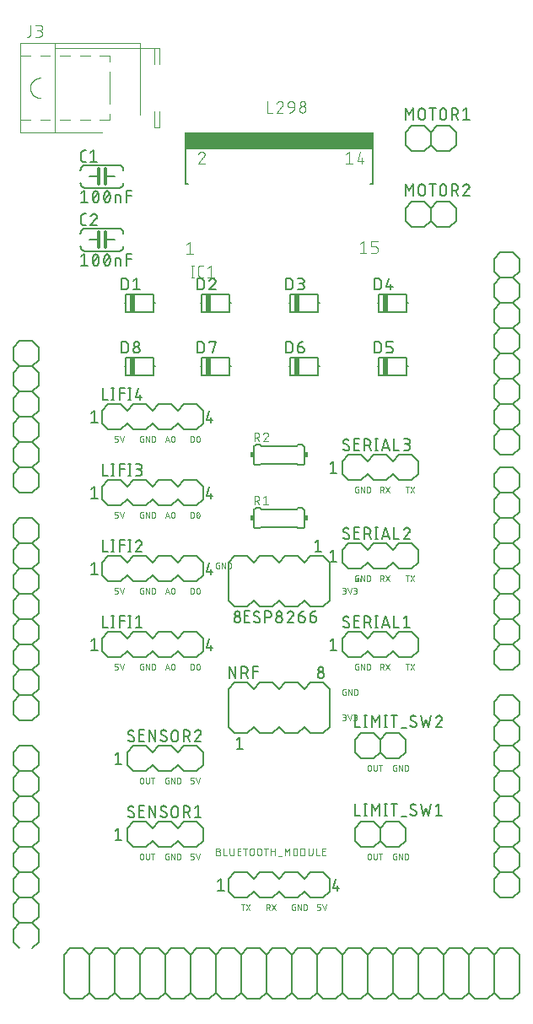
<source format=gbr>
G04 EAGLE Gerber RS-274X export*
G75*
%MOMM*%
%FSLAX34Y34*%
%LPD*%
%INSilkscreen Top*%
%IPPOS*%
%AMOC8*
5,1,8,0,0,1.08239X$1,22.5*%
G01*
%ADD10C,0.025400*%
%ADD11C,0.050800*%
%ADD12C,0.152400*%
%ADD13C,0.304800*%
%ADD14C,0.127000*%
%ADD15R,0.508000X1.778000*%
%ADD16C,0.101600*%
%ADD17R,18.950000X1.675000*%
%ADD18C,0.100000*%
%ADD19R,0.381000X0.508000*%
%ADD20C,0.076200*%


D10*
X597916Y445897D02*
X598297Y445897D01*
X598297Y444627D01*
X597535Y444627D01*
X597491Y444629D01*
X597447Y444635D01*
X597404Y444644D01*
X597361Y444658D01*
X597320Y444675D01*
X597281Y444695D01*
X597244Y444719D01*
X597208Y444746D01*
X597176Y444776D01*
X597146Y444808D01*
X597119Y444844D01*
X597095Y444881D01*
X597075Y444920D01*
X597058Y444961D01*
X597044Y445004D01*
X597035Y445047D01*
X597029Y445091D01*
X597027Y445135D01*
X597027Y446405D01*
X597029Y446449D01*
X597035Y446493D01*
X597044Y446536D01*
X597058Y446579D01*
X597075Y446620D01*
X597095Y446659D01*
X597119Y446696D01*
X597146Y446732D01*
X597176Y446764D01*
X597208Y446794D01*
X597244Y446821D01*
X597281Y446845D01*
X597320Y446865D01*
X597361Y446882D01*
X597404Y446896D01*
X597447Y446905D01*
X597491Y446911D01*
X597535Y446913D01*
X598297Y446913D01*
X599465Y446913D02*
X599465Y444627D01*
X600735Y444627D02*
X599465Y446913D01*
X600735Y446913D02*
X600735Y444627D01*
X601904Y444627D02*
X601904Y446913D01*
X602539Y446913D01*
X602586Y446911D01*
X602634Y446906D01*
X602680Y446897D01*
X602726Y446885D01*
X602771Y446869D01*
X602815Y446850D01*
X602857Y446828D01*
X602897Y446803D01*
X602935Y446774D01*
X602971Y446743D01*
X603004Y446710D01*
X603035Y446674D01*
X603064Y446636D01*
X603089Y446596D01*
X603111Y446554D01*
X603130Y446510D01*
X603146Y446465D01*
X603158Y446419D01*
X603167Y446373D01*
X603172Y446325D01*
X603174Y446278D01*
X603174Y445262D01*
X603172Y445215D01*
X603167Y445167D01*
X603158Y445121D01*
X603146Y445075D01*
X603130Y445030D01*
X603111Y444986D01*
X603089Y444945D01*
X603064Y444904D01*
X603035Y444866D01*
X603004Y444830D01*
X602971Y444797D01*
X602935Y444766D01*
X602897Y444737D01*
X602857Y444712D01*
X602815Y444690D01*
X602771Y444671D01*
X602726Y444655D01*
X602680Y444643D01*
X602634Y444634D01*
X602586Y444629D01*
X602539Y444627D01*
X601904Y444627D01*
D11*
X600258Y447858D02*
X599327Y447858D01*
X600258Y447858D02*
X600258Y444754D01*
X598396Y444754D01*
X598326Y444756D01*
X598257Y444762D01*
X598188Y444772D01*
X598120Y444785D01*
X598052Y444803D01*
X597986Y444824D01*
X597921Y444849D01*
X597857Y444877D01*
X597795Y444909D01*
X597735Y444944D01*
X597677Y444983D01*
X597622Y445025D01*
X597568Y445070D01*
X597518Y445118D01*
X597470Y445168D01*
X597425Y445222D01*
X597383Y445277D01*
X597344Y445335D01*
X597309Y445395D01*
X597277Y445457D01*
X597249Y445521D01*
X597224Y445586D01*
X597203Y445652D01*
X597185Y445720D01*
X597172Y445788D01*
X597162Y445857D01*
X597156Y445926D01*
X597154Y445996D01*
X597154Y449100D01*
X597156Y449170D01*
X597162Y449239D01*
X597172Y449308D01*
X597185Y449376D01*
X597203Y449444D01*
X597224Y449510D01*
X597249Y449575D01*
X597277Y449639D01*
X597309Y449701D01*
X597344Y449761D01*
X597383Y449819D01*
X597425Y449874D01*
X597470Y449928D01*
X597518Y449978D01*
X597568Y450026D01*
X597622Y450071D01*
X597677Y450113D01*
X597735Y450152D01*
X597795Y450187D01*
X597857Y450219D01*
X597921Y450247D01*
X597986Y450272D01*
X598052Y450293D01*
X598120Y450311D01*
X598188Y450324D01*
X598257Y450334D01*
X598326Y450340D01*
X598396Y450342D01*
X600258Y450342D01*
X603006Y450342D02*
X603006Y444754D01*
X606111Y444754D02*
X603006Y450342D01*
X606111Y450342D02*
X606111Y444754D01*
X608858Y444754D02*
X608858Y450342D01*
X610410Y450342D01*
X610486Y450340D01*
X610562Y450335D01*
X610638Y450325D01*
X610713Y450312D01*
X610787Y450295D01*
X610861Y450275D01*
X610933Y450251D01*
X611004Y450224D01*
X611074Y450193D01*
X611142Y450159D01*
X611208Y450121D01*
X611272Y450080D01*
X611335Y450037D01*
X611395Y449990D01*
X611452Y449940D01*
X611507Y449887D01*
X611560Y449832D01*
X611610Y449775D01*
X611657Y449715D01*
X611700Y449652D01*
X611741Y449588D01*
X611779Y449522D01*
X611813Y449454D01*
X611844Y449384D01*
X611871Y449313D01*
X611895Y449240D01*
X611915Y449167D01*
X611932Y449093D01*
X611945Y449018D01*
X611955Y448942D01*
X611960Y448866D01*
X611962Y448790D01*
X611963Y448790D02*
X611963Y446306D01*
X611962Y446306D02*
X611960Y446227D01*
X611954Y446149D01*
X611944Y446071D01*
X611930Y445994D01*
X611912Y445917D01*
X611891Y445841D01*
X611865Y445767D01*
X611836Y445694D01*
X611803Y445623D01*
X611767Y445553D01*
X611727Y445485D01*
X611684Y445419D01*
X611637Y445356D01*
X611588Y445295D01*
X611535Y445237D01*
X611479Y445181D01*
X611421Y445128D01*
X611360Y445079D01*
X611297Y445032D01*
X611231Y444989D01*
X611163Y444949D01*
X611094Y444913D01*
X611022Y444880D01*
X610949Y444851D01*
X610875Y444825D01*
X610799Y444804D01*
X610722Y444786D01*
X610645Y444772D01*
X610567Y444762D01*
X610489Y444756D01*
X610410Y444754D01*
X608858Y444754D01*
X637427Y257358D02*
X638358Y257358D01*
X638358Y254254D01*
X636496Y254254D01*
X636426Y254256D01*
X636357Y254262D01*
X636288Y254272D01*
X636220Y254285D01*
X636152Y254303D01*
X636086Y254324D01*
X636021Y254349D01*
X635957Y254377D01*
X635895Y254409D01*
X635835Y254444D01*
X635777Y254483D01*
X635722Y254525D01*
X635668Y254570D01*
X635618Y254618D01*
X635570Y254668D01*
X635525Y254722D01*
X635483Y254777D01*
X635444Y254835D01*
X635409Y254895D01*
X635377Y254957D01*
X635349Y255021D01*
X635324Y255086D01*
X635303Y255152D01*
X635285Y255220D01*
X635272Y255288D01*
X635262Y255357D01*
X635256Y255426D01*
X635254Y255496D01*
X635254Y258600D01*
X635256Y258670D01*
X635262Y258739D01*
X635272Y258808D01*
X635285Y258876D01*
X635303Y258944D01*
X635324Y259010D01*
X635349Y259075D01*
X635377Y259139D01*
X635409Y259201D01*
X635444Y259261D01*
X635483Y259319D01*
X635525Y259374D01*
X635570Y259428D01*
X635618Y259478D01*
X635668Y259526D01*
X635722Y259571D01*
X635777Y259613D01*
X635835Y259652D01*
X635895Y259687D01*
X635957Y259719D01*
X636021Y259747D01*
X636086Y259772D01*
X636152Y259793D01*
X636220Y259811D01*
X636288Y259824D01*
X636357Y259834D01*
X636426Y259840D01*
X636496Y259842D01*
X638358Y259842D01*
X641106Y259842D02*
X641106Y254254D01*
X644211Y254254D02*
X641106Y259842D01*
X644211Y259842D02*
X644211Y254254D01*
X646958Y254254D02*
X646958Y259842D01*
X648510Y259842D01*
X648586Y259840D01*
X648662Y259835D01*
X648738Y259825D01*
X648813Y259812D01*
X648887Y259795D01*
X648961Y259775D01*
X649033Y259751D01*
X649104Y259724D01*
X649174Y259693D01*
X649242Y259659D01*
X649308Y259621D01*
X649372Y259580D01*
X649435Y259537D01*
X649495Y259490D01*
X649552Y259440D01*
X649607Y259387D01*
X649660Y259332D01*
X649710Y259275D01*
X649757Y259215D01*
X649800Y259152D01*
X649841Y259088D01*
X649879Y259022D01*
X649913Y258954D01*
X649944Y258884D01*
X649971Y258813D01*
X649995Y258740D01*
X650015Y258667D01*
X650032Y258593D01*
X650045Y258518D01*
X650055Y258442D01*
X650060Y258366D01*
X650062Y258290D01*
X650063Y258290D02*
X650063Y255806D01*
X650062Y255806D02*
X650060Y255727D01*
X650054Y255649D01*
X650044Y255571D01*
X650030Y255494D01*
X650012Y255417D01*
X649991Y255341D01*
X649965Y255267D01*
X649936Y255194D01*
X649903Y255123D01*
X649867Y255053D01*
X649827Y254985D01*
X649784Y254919D01*
X649737Y254856D01*
X649688Y254795D01*
X649635Y254737D01*
X649579Y254681D01*
X649521Y254628D01*
X649460Y254579D01*
X649397Y254532D01*
X649331Y254489D01*
X649263Y254449D01*
X649194Y254413D01*
X649122Y254380D01*
X649049Y254351D01*
X648975Y254325D01*
X648899Y254304D01*
X648822Y254286D01*
X648745Y254272D01*
X648667Y254262D01*
X648589Y254256D01*
X648510Y254254D01*
X646958Y254254D01*
X638358Y168458D02*
X637427Y168458D01*
X638358Y168458D02*
X638358Y165354D01*
X636496Y165354D01*
X636426Y165356D01*
X636357Y165362D01*
X636288Y165372D01*
X636220Y165385D01*
X636152Y165403D01*
X636086Y165424D01*
X636021Y165449D01*
X635957Y165477D01*
X635895Y165509D01*
X635835Y165544D01*
X635777Y165583D01*
X635722Y165625D01*
X635668Y165670D01*
X635618Y165718D01*
X635570Y165768D01*
X635525Y165822D01*
X635483Y165877D01*
X635444Y165935D01*
X635409Y165995D01*
X635377Y166057D01*
X635349Y166121D01*
X635324Y166186D01*
X635303Y166252D01*
X635285Y166320D01*
X635272Y166388D01*
X635262Y166457D01*
X635256Y166526D01*
X635254Y166596D01*
X635254Y169700D01*
X635256Y169770D01*
X635262Y169839D01*
X635272Y169908D01*
X635285Y169976D01*
X635303Y170044D01*
X635324Y170110D01*
X635349Y170175D01*
X635377Y170239D01*
X635409Y170301D01*
X635444Y170361D01*
X635483Y170419D01*
X635525Y170474D01*
X635570Y170528D01*
X635618Y170578D01*
X635668Y170626D01*
X635722Y170671D01*
X635777Y170713D01*
X635835Y170752D01*
X635895Y170787D01*
X635957Y170819D01*
X636021Y170847D01*
X636086Y170872D01*
X636152Y170893D01*
X636220Y170911D01*
X636288Y170924D01*
X636357Y170934D01*
X636426Y170940D01*
X636496Y170942D01*
X638358Y170942D01*
X641106Y170942D02*
X641106Y165354D01*
X644211Y165354D02*
X641106Y170942D01*
X644211Y170942D02*
X644211Y165354D01*
X646958Y165354D02*
X646958Y170942D01*
X648510Y170942D01*
X648586Y170940D01*
X648662Y170935D01*
X648738Y170925D01*
X648813Y170912D01*
X648887Y170895D01*
X648961Y170875D01*
X649033Y170851D01*
X649104Y170824D01*
X649174Y170793D01*
X649242Y170759D01*
X649308Y170721D01*
X649372Y170680D01*
X649435Y170637D01*
X649495Y170590D01*
X649552Y170540D01*
X649607Y170487D01*
X649660Y170432D01*
X649710Y170375D01*
X649757Y170315D01*
X649800Y170252D01*
X649841Y170188D01*
X649879Y170122D01*
X649913Y170054D01*
X649944Y169984D01*
X649971Y169913D01*
X649995Y169840D01*
X650015Y169767D01*
X650032Y169693D01*
X650045Y169618D01*
X650055Y169542D01*
X650060Y169466D01*
X650062Y169390D01*
X650063Y169390D02*
X650063Y166906D01*
X650062Y166906D02*
X650060Y166827D01*
X650054Y166749D01*
X650044Y166671D01*
X650030Y166594D01*
X650012Y166517D01*
X649991Y166441D01*
X649965Y166367D01*
X649936Y166294D01*
X649903Y166223D01*
X649867Y166153D01*
X649827Y166085D01*
X649784Y166019D01*
X649737Y165956D01*
X649688Y165895D01*
X649635Y165837D01*
X649579Y165781D01*
X649521Y165728D01*
X649460Y165679D01*
X649397Y165632D01*
X649331Y165589D01*
X649263Y165549D01*
X649194Y165513D01*
X649122Y165480D01*
X649049Y165451D01*
X648975Y165425D01*
X648899Y165404D01*
X648822Y165386D01*
X648745Y165372D01*
X648667Y165362D01*
X648589Y165356D01*
X648510Y165354D01*
X646958Y165354D01*
X409758Y244658D02*
X408827Y244658D01*
X409758Y244658D02*
X409758Y241554D01*
X407896Y241554D01*
X407826Y241556D01*
X407757Y241562D01*
X407688Y241572D01*
X407620Y241585D01*
X407552Y241603D01*
X407486Y241624D01*
X407421Y241649D01*
X407357Y241677D01*
X407295Y241709D01*
X407235Y241744D01*
X407177Y241783D01*
X407122Y241825D01*
X407068Y241870D01*
X407018Y241918D01*
X406970Y241968D01*
X406925Y242022D01*
X406883Y242077D01*
X406844Y242135D01*
X406809Y242195D01*
X406777Y242257D01*
X406749Y242321D01*
X406724Y242386D01*
X406703Y242452D01*
X406685Y242520D01*
X406672Y242588D01*
X406662Y242657D01*
X406656Y242726D01*
X406654Y242796D01*
X406654Y245900D01*
X406656Y245970D01*
X406662Y246039D01*
X406672Y246108D01*
X406685Y246176D01*
X406703Y246244D01*
X406724Y246310D01*
X406749Y246375D01*
X406777Y246439D01*
X406809Y246501D01*
X406844Y246561D01*
X406883Y246619D01*
X406925Y246674D01*
X406970Y246728D01*
X407018Y246778D01*
X407068Y246826D01*
X407122Y246871D01*
X407177Y246913D01*
X407235Y246952D01*
X407295Y246987D01*
X407357Y247019D01*
X407421Y247047D01*
X407486Y247072D01*
X407552Y247093D01*
X407620Y247111D01*
X407688Y247124D01*
X407757Y247134D01*
X407826Y247140D01*
X407896Y247142D01*
X409758Y247142D01*
X412506Y247142D02*
X412506Y241554D01*
X415611Y241554D02*
X412506Y247142D01*
X415611Y247142D02*
X415611Y241554D01*
X418358Y241554D02*
X418358Y247142D01*
X419910Y247142D01*
X419986Y247140D01*
X420062Y247135D01*
X420138Y247125D01*
X420213Y247112D01*
X420287Y247095D01*
X420361Y247075D01*
X420433Y247051D01*
X420504Y247024D01*
X420574Y246993D01*
X420642Y246959D01*
X420708Y246921D01*
X420772Y246880D01*
X420835Y246837D01*
X420895Y246790D01*
X420952Y246740D01*
X421007Y246687D01*
X421060Y246632D01*
X421110Y246575D01*
X421157Y246515D01*
X421200Y246452D01*
X421241Y246388D01*
X421279Y246322D01*
X421313Y246254D01*
X421344Y246184D01*
X421371Y246113D01*
X421395Y246040D01*
X421415Y245967D01*
X421432Y245893D01*
X421445Y245818D01*
X421455Y245742D01*
X421460Y245666D01*
X421462Y245590D01*
X421463Y245590D02*
X421463Y243106D01*
X421462Y243106D02*
X421460Y243027D01*
X421454Y242949D01*
X421444Y242871D01*
X421430Y242794D01*
X421412Y242717D01*
X421391Y242641D01*
X421365Y242567D01*
X421336Y242494D01*
X421303Y242423D01*
X421267Y242353D01*
X421227Y242285D01*
X421184Y242219D01*
X421137Y242156D01*
X421088Y242095D01*
X421035Y242037D01*
X420979Y241981D01*
X420921Y241928D01*
X420860Y241879D01*
X420797Y241832D01*
X420731Y241789D01*
X420663Y241749D01*
X420594Y241713D01*
X420522Y241680D01*
X420449Y241651D01*
X420375Y241625D01*
X420299Y241604D01*
X420222Y241586D01*
X420145Y241572D01*
X420067Y241562D01*
X419989Y241556D01*
X419910Y241554D01*
X418358Y241554D01*
X409758Y168458D02*
X408827Y168458D01*
X409758Y168458D02*
X409758Y165354D01*
X407896Y165354D01*
X407826Y165356D01*
X407757Y165362D01*
X407688Y165372D01*
X407620Y165385D01*
X407552Y165403D01*
X407486Y165424D01*
X407421Y165449D01*
X407357Y165477D01*
X407295Y165509D01*
X407235Y165544D01*
X407177Y165583D01*
X407122Y165625D01*
X407068Y165670D01*
X407018Y165718D01*
X406970Y165768D01*
X406925Y165822D01*
X406883Y165877D01*
X406844Y165935D01*
X406809Y165995D01*
X406777Y166057D01*
X406749Y166121D01*
X406724Y166186D01*
X406703Y166252D01*
X406685Y166320D01*
X406672Y166388D01*
X406662Y166457D01*
X406656Y166526D01*
X406654Y166596D01*
X406654Y169700D01*
X406656Y169770D01*
X406662Y169839D01*
X406672Y169908D01*
X406685Y169976D01*
X406703Y170044D01*
X406724Y170110D01*
X406749Y170175D01*
X406777Y170239D01*
X406809Y170301D01*
X406844Y170361D01*
X406883Y170419D01*
X406925Y170474D01*
X406970Y170528D01*
X407018Y170578D01*
X407068Y170626D01*
X407122Y170671D01*
X407177Y170713D01*
X407235Y170752D01*
X407295Y170787D01*
X407357Y170819D01*
X407421Y170847D01*
X407486Y170872D01*
X407552Y170893D01*
X407620Y170911D01*
X407688Y170924D01*
X407757Y170934D01*
X407826Y170940D01*
X407896Y170942D01*
X409758Y170942D01*
X412506Y170942D02*
X412506Y165354D01*
X415611Y165354D02*
X412506Y170942D01*
X415611Y170942D02*
X415611Y165354D01*
X418358Y165354D02*
X418358Y170942D01*
X419910Y170942D01*
X419986Y170940D01*
X420062Y170935D01*
X420138Y170925D01*
X420213Y170912D01*
X420287Y170895D01*
X420361Y170875D01*
X420433Y170851D01*
X420504Y170824D01*
X420574Y170793D01*
X420642Y170759D01*
X420708Y170721D01*
X420772Y170680D01*
X420835Y170637D01*
X420895Y170590D01*
X420952Y170540D01*
X421007Y170487D01*
X421060Y170432D01*
X421110Y170375D01*
X421157Y170315D01*
X421200Y170252D01*
X421241Y170188D01*
X421279Y170122D01*
X421313Y170054D01*
X421344Y169984D01*
X421371Y169913D01*
X421395Y169840D01*
X421415Y169767D01*
X421432Y169693D01*
X421445Y169618D01*
X421455Y169542D01*
X421460Y169466D01*
X421462Y169390D01*
X421463Y169390D02*
X421463Y166906D01*
X421462Y166906D02*
X421460Y166827D01*
X421454Y166749D01*
X421444Y166671D01*
X421430Y166594D01*
X421412Y166517D01*
X421391Y166441D01*
X421365Y166367D01*
X421336Y166294D01*
X421303Y166223D01*
X421267Y166153D01*
X421227Y166085D01*
X421184Y166019D01*
X421137Y165956D01*
X421088Y165895D01*
X421035Y165837D01*
X420979Y165781D01*
X420921Y165728D01*
X420860Y165679D01*
X420797Y165632D01*
X420731Y165589D01*
X420663Y165549D01*
X420594Y165513D01*
X420522Y165480D01*
X420449Y165451D01*
X420375Y165425D01*
X420299Y165404D01*
X420222Y165386D01*
X420145Y165372D01*
X420067Y165362D01*
X419989Y165356D01*
X419910Y165354D01*
X418358Y165354D01*
X384358Y358958D02*
X383427Y358958D01*
X384358Y358958D02*
X384358Y355854D01*
X382496Y355854D01*
X382426Y355856D01*
X382357Y355862D01*
X382288Y355872D01*
X382220Y355885D01*
X382152Y355903D01*
X382086Y355924D01*
X382021Y355949D01*
X381957Y355977D01*
X381895Y356009D01*
X381835Y356044D01*
X381777Y356083D01*
X381722Y356125D01*
X381668Y356170D01*
X381618Y356218D01*
X381570Y356268D01*
X381525Y356322D01*
X381483Y356377D01*
X381444Y356435D01*
X381409Y356495D01*
X381377Y356557D01*
X381349Y356621D01*
X381324Y356686D01*
X381303Y356752D01*
X381285Y356820D01*
X381272Y356888D01*
X381262Y356957D01*
X381256Y357026D01*
X381254Y357096D01*
X381254Y360200D01*
X381256Y360270D01*
X381262Y360339D01*
X381272Y360408D01*
X381285Y360476D01*
X381303Y360544D01*
X381324Y360610D01*
X381349Y360675D01*
X381377Y360739D01*
X381409Y360801D01*
X381444Y360861D01*
X381483Y360919D01*
X381525Y360974D01*
X381570Y361028D01*
X381618Y361078D01*
X381668Y361126D01*
X381722Y361171D01*
X381777Y361213D01*
X381835Y361252D01*
X381895Y361287D01*
X381957Y361319D01*
X382021Y361347D01*
X382086Y361372D01*
X382152Y361393D01*
X382220Y361411D01*
X382288Y361424D01*
X382357Y361434D01*
X382426Y361440D01*
X382496Y361442D01*
X384358Y361442D01*
X387106Y361442D02*
X387106Y355854D01*
X390211Y355854D02*
X387106Y361442D01*
X390211Y361442D02*
X390211Y355854D01*
X392958Y355854D02*
X392958Y361442D01*
X394510Y361442D01*
X394586Y361440D01*
X394662Y361435D01*
X394738Y361425D01*
X394813Y361412D01*
X394887Y361395D01*
X394961Y361375D01*
X395033Y361351D01*
X395104Y361324D01*
X395174Y361293D01*
X395242Y361259D01*
X395308Y361221D01*
X395372Y361180D01*
X395435Y361137D01*
X395495Y361090D01*
X395552Y361040D01*
X395607Y360987D01*
X395660Y360932D01*
X395710Y360875D01*
X395757Y360815D01*
X395800Y360752D01*
X395841Y360688D01*
X395879Y360622D01*
X395913Y360554D01*
X395944Y360484D01*
X395971Y360413D01*
X395995Y360340D01*
X396015Y360267D01*
X396032Y360193D01*
X396045Y360118D01*
X396055Y360042D01*
X396060Y359966D01*
X396062Y359890D01*
X396063Y359890D02*
X396063Y357406D01*
X396062Y357406D02*
X396060Y357327D01*
X396054Y357249D01*
X396044Y357171D01*
X396030Y357094D01*
X396012Y357017D01*
X395991Y356941D01*
X395965Y356867D01*
X395936Y356794D01*
X395903Y356723D01*
X395867Y356653D01*
X395827Y356585D01*
X395784Y356519D01*
X395737Y356456D01*
X395688Y356395D01*
X395635Y356337D01*
X395579Y356281D01*
X395521Y356228D01*
X395460Y356179D01*
X395397Y356132D01*
X395331Y356089D01*
X395263Y356049D01*
X395194Y356013D01*
X395122Y355980D01*
X395049Y355951D01*
X394975Y355925D01*
X394899Y355904D01*
X394822Y355886D01*
X394745Y355872D01*
X394667Y355862D01*
X394589Y355856D01*
X394510Y355854D01*
X392958Y355854D01*
X384358Y435158D02*
X383427Y435158D01*
X384358Y435158D02*
X384358Y432054D01*
X382496Y432054D01*
X382426Y432056D01*
X382357Y432062D01*
X382288Y432072D01*
X382220Y432085D01*
X382152Y432103D01*
X382086Y432124D01*
X382021Y432149D01*
X381957Y432177D01*
X381895Y432209D01*
X381835Y432244D01*
X381777Y432283D01*
X381722Y432325D01*
X381668Y432370D01*
X381618Y432418D01*
X381570Y432468D01*
X381525Y432522D01*
X381483Y432577D01*
X381444Y432635D01*
X381409Y432695D01*
X381377Y432757D01*
X381349Y432821D01*
X381324Y432886D01*
X381303Y432952D01*
X381285Y433020D01*
X381272Y433088D01*
X381262Y433157D01*
X381256Y433226D01*
X381254Y433296D01*
X381254Y436400D01*
X381256Y436470D01*
X381262Y436539D01*
X381272Y436608D01*
X381285Y436676D01*
X381303Y436744D01*
X381324Y436810D01*
X381349Y436875D01*
X381377Y436939D01*
X381409Y437001D01*
X381444Y437061D01*
X381483Y437119D01*
X381525Y437174D01*
X381570Y437228D01*
X381618Y437278D01*
X381668Y437326D01*
X381722Y437371D01*
X381777Y437413D01*
X381835Y437452D01*
X381895Y437487D01*
X381957Y437519D01*
X382021Y437547D01*
X382086Y437572D01*
X382152Y437593D01*
X382220Y437611D01*
X382288Y437624D01*
X382357Y437634D01*
X382426Y437640D01*
X382496Y437642D01*
X384358Y437642D01*
X387106Y437642D02*
X387106Y432054D01*
X390211Y432054D02*
X387106Y437642D01*
X390211Y437642D02*
X390211Y432054D01*
X392958Y432054D02*
X392958Y437642D01*
X394510Y437642D01*
X394586Y437640D01*
X394662Y437635D01*
X394738Y437625D01*
X394813Y437612D01*
X394887Y437595D01*
X394961Y437575D01*
X395033Y437551D01*
X395104Y437524D01*
X395174Y437493D01*
X395242Y437459D01*
X395308Y437421D01*
X395372Y437380D01*
X395435Y437337D01*
X395495Y437290D01*
X395552Y437240D01*
X395607Y437187D01*
X395660Y437132D01*
X395710Y437075D01*
X395757Y437015D01*
X395800Y436952D01*
X395841Y436888D01*
X395879Y436822D01*
X395913Y436754D01*
X395944Y436684D01*
X395971Y436613D01*
X395995Y436540D01*
X396015Y436467D01*
X396032Y436393D01*
X396045Y436318D01*
X396055Y436242D01*
X396060Y436166D01*
X396062Y436090D01*
X396063Y436090D02*
X396063Y433606D01*
X396062Y433606D02*
X396060Y433527D01*
X396054Y433449D01*
X396044Y433371D01*
X396030Y433294D01*
X396012Y433217D01*
X395991Y433141D01*
X395965Y433067D01*
X395936Y432994D01*
X395903Y432923D01*
X395867Y432853D01*
X395827Y432785D01*
X395784Y432719D01*
X395737Y432656D01*
X395688Y432595D01*
X395635Y432537D01*
X395579Y432481D01*
X395521Y432428D01*
X395460Y432379D01*
X395397Y432332D01*
X395331Y432289D01*
X395263Y432249D01*
X395194Y432213D01*
X395122Y432180D01*
X395049Y432151D01*
X394975Y432125D01*
X394899Y432104D01*
X394822Y432086D01*
X394745Y432072D01*
X394667Y432062D01*
X394589Y432056D01*
X394510Y432054D01*
X392958Y432054D01*
X384358Y511358D02*
X383427Y511358D01*
X384358Y511358D02*
X384358Y508254D01*
X382496Y508254D01*
X382426Y508256D01*
X382357Y508262D01*
X382288Y508272D01*
X382220Y508285D01*
X382152Y508303D01*
X382086Y508324D01*
X382021Y508349D01*
X381957Y508377D01*
X381895Y508409D01*
X381835Y508444D01*
X381777Y508483D01*
X381722Y508525D01*
X381668Y508570D01*
X381618Y508618D01*
X381570Y508668D01*
X381525Y508722D01*
X381483Y508777D01*
X381444Y508835D01*
X381409Y508895D01*
X381377Y508957D01*
X381349Y509021D01*
X381324Y509086D01*
X381303Y509152D01*
X381285Y509220D01*
X381272Y509288D01*
X381262Y509357D01*
X381256Y509426D01*
X381254Y509496D01*
X381254Y512600D01*
X381256Y512670D01*
X381262Y512739D01*
X381272Y512808D01*
X381285Y512876D01*
X381303Y512944D01*
X381324Y513010D01*
X381349Y513075D01*
X381377Y513139D01*
X381409Y513201D01*
X381444Y513261D01*
X381483Y513319D01*
X381525Y513374D01*
X381570Y513428D01*
X381618Y513478D01*
X381668Y513526D01*
X381722Y513571D01*
X381777Y513613D01*
X381835Y513652D01*
X381895Y513687D01*
X381957Y513719D01*
X382021Y513747D01*
X382086Y513772D01*
X382152Y513793D01*
X382220Y513811D01*
X382288Y513824D01*
X382357Y513834D01*
X382426Y513840D01*
X382496Y513842D01*
X384358Y513842D01*
X387106Y513842D02*
X387106Y508254D01*
X390211Y508254D02*
X387106Y513842D01*
X390211Y513842D02*
X390211Y508254D01*
X392958Y508254D02*
X392958Y513842D01*
X394510Y513842D01*
X394586Y513840D01*
X394662Y513835D01*
X394738Y513825D01*
X394813Y513812D01*
X394887Y513795D01*
X394961Y513775D01*
X395033Y513751D01*
X395104Y513724D01*
X395174Y513693D01*
X395242Y513659D01*
X395308Y513621D01*
X395372Y513580D01*
X395435Y513537D01*
X395495Y513490D01*
X395552Y513440D01*
X395607Y513387D01*
X395660Y513332D01*
X395710Y513275D01*
X395757Y513215D01*
X395800Y513152D01*
X395841Y513088D01*
X395879Y513022D01*
X395913Y512954D01*
X395944Y512884D01*
X395971Y512813D01*
X395995Y512740D01*
X396015Y512667D01*
X396032Y512593D01*
X396045Y512518D01*
X396055Y512442D01*
X396060Y512366D01*
X396062Y512290D01*
X396063Y512290D02*
X396063Y509806D01*
X396062Y509806D02*
X396060Y509727D01*
X396054Y509649D01*
X396044Y509571D01*
X396030Y509494D01*
X396012Y509417D01*
X395991Y509341D01*
X395965Y509267D01*
X395936Y509194D01*
X395903Y509123D01*
X395867Y509053D01*
X395827Y508985D01*
X395784Y508919D01*
X395737Y508856D01*
X395688Y508795D01*
X395635Y508737D01*
X395579Y508681D01*
X395521Y508628D01*
X395460Y508579D01*
X395397Y508532D01*
X395331Y508489D01*
X395263Y508449D01*
X395194Y508413D01*
X395122Y508380D01*
X395049Y508351D01*
X394975Y508325D01*
X394899Y508304D01*
X394822Y508286D01*
X394745Y508272D01*
X394667Y508262D01*
X394589Y508256D01*
X394510Y508254D01*
X392958Y508254D01*
X384358Y587558D02*
X383427Y587558D01*
X384358Y587558D02*
X384358Y584454D01*
X382496Y584454D01*
X382426Y584456D01*
X382357Y584462D01*
X382288Y584472D01*
X382220Y584485D01*
X382152Y584503D01*
X382086Y584524D01*
X382021Y584549D01*
X381957Y584577D01*
X381895Y584609D01*
X381835Y584644D01*
X381777Y584683D01*
X381722Y584725D01*
X381668Y584770D01*
X381618Y584818D01*
X381570Y584868D01*
X381525Y584922D01*
X381483Y584977D01*
X381444Y585035D01*
X381409Y585095D01*
X381377Y585157D01*
X381349Y585221D01*
X381324Y585286D01*
X381303Y585352D01*
X381285Y585420D01*
X381272Y585488D01*
X381262Y585557D01*
X381256Y585626D01*
X381254Y585696D01*
X381254Y588800D01*
X381256Y588870D01*
X381262Y588939D01*
X381272Y589008D01*
X381285Y589076D01*
X381303Y589144D01*
X381324Y589210D01*
X381349Y589275D01*
X381377Y589339D01*
X381409Y589401D01*
X381444Y589461D01*
X381483Y589519D01*
X381525Y589574D01*
X381570Y589628D01*
X381618Y589678D01*
X381668Y589726D01*
X381722Y589771D01*
X381777Y589813D01*
X381835Y589852D01*
X381895Y589887D01*
X381957Y589919D01*
X382021Y589947D01*
X382086Y589972D01*
X382152Y589993D01*
X382220Y590011D01*
X382288Y590024D01*
X382357Y590034D01*
X382426Y590040D01*
X382496Y590042D01*
X384358Y590042D01*
X387106Y590042D02*
X387106Y584454D01*
X390211Y584454D02*
X387106Y590042D01*
X390211Y590042D02*
X390211Y584454D01*
X392958Y584454D02*
X392958Y590042D01*
X394510Y590042D01*
X394586Y590040D01*
X394662Y590035D01*
X394738Y590025D01*
X394813Y590012D01*
X394887Y589995D01*
X394961Y589975D01*
X395033Y589951D01*
X395104Y589924D01*
X395174Y589893D01*
X395242Y589859D01*
X395308Y589821D01*
X395372Y589780D01*
X395435Y589737D01*
X395495Y589690D01*
X395552Y589640D01*
X395607Y589587D01*
X395660Y589532D01*
X395710Y589475D01*
X395757Y589415D01*
X395800Y589352D01*
X395841Y589288D01*
X395879Y589222D01*
X395913Y589154D01*
X395944Y589084D01*
X395971Y589013D01*
X395995Y588940D01*
X396015Y588867D01*
X396032Y588793D01*
X396045Y588718D01*
X396055Y588642D01*
X396060Y588566D01*
X396062Y588490D01*
X396063Y588490D02*
X396063Y586006D01*
X396062Y586006D02*
X396060Y585927D01*
X396054Y585849D01*
X396044Y585771D01*
X396030Y585694D01*
X396012Y585617D01*
X395991Y585541D01*
X395965Y585467D01*
X395936Y585394D01*
X395903Y585323D01*
X395867Y585253D01*
X395827Y585185D01*
X395784Y585119D01*
X395737Y585056D01*
X395688Y584995D01*
X395635Y584937D01*
X395579Y584881D01*
X395521Y584828D01*
X395460Y584779D01*
X395397Y584732D01*
X395331Y584689D01*
X395263Y584649D01*
X395194Y584613D01*
X395122Y584580D01*
X395049Y584551D01*
X394975Y584525D01*
X394899Y584504D01*
X394822Y584486D01*
X394745Y584472D01*
X394667Y584462D01*
X394589Y584456D01*
X394510Y584454D01*
X392958Y584454D01*
X599327Y358958D02*
X600258Y358958D01*
X600258Y355854D01*
X598396Y355854D01*
X598326Y355856D01*
X598257Y355862D01*
X598188Y355872D01*
X598120Y355885D01*
X598052Y355903D01*
X597986Y355924D01*
X597921Y355949D01*
X597857Y355977D01*
X597795Y356009D01*
X597735Y356044D01*
X597677Y356083D01*
X597622Y356125D01*
X597568Y356170D01*
X597518Y356218D01*
X597470Y356268D01*
X597425Y356322D01*
X597383Y356377D01*
X597344Y356435D01*
X597309Y356495D01*
X597277Y356557D01*
X597249Y356621D01*
X597224Y356686D01*
X597203Y356752D01*
X597185Y356820D01*
X597172Y356888D01*
X597162Y356957D01*
X597156Y357026D01*
X597154Y357096D01*
X597154Y360200D01*
X597156Y360270D01*
X597162Y360339D01*
X597172Y360408D01*
X597185Y360476D01*
X597203Y360544D01*
X597224Y360610D01*
X597249Y360675D01*
X597277Y360739D01*
X597309Y360801D01*
X597344Y360861D01*
X597383Y360919D01*
X597425Y360974D01*
X597470Y361028D01*
X597518Y361078D01*
X597568Y361126D01*
X597622Y361171D01*
X597677Y361213D01*
X597735Y361252D01*
X597795Y361287D01*
X597857Y361319D01*
X597921Y361347D01*
X597986Y361372D01*
X598052Y361393D01*
X598120Y361411D01*
X598188Y361424D01*
X598257Y361434D01*
X598326Y361440D01*
X598396Y361442D01*
X600258Y361442D01*
X603006Y361442D02*
X603006Y355854D01*
X606111Y355854D02*
X603006Y361442D01*
X606111Y361442D02*
X606111Y355854D01*
X608858Y355854D02*
X608858Y361442D01*
X610410Y361442D01*
X610486Y361440D01*
X610562Y361435D01*
X610638Y361425D01*
X610713Y361412D01*
X610787Y361395D01*
X610861Y361375D01*
X610933Y361351D01*
X611004Y361324D01*
X611074Y361293D01*
X611142Y361259D01*
X611208Y361221D01*
X611272Y361180D01*
X611335Y361137D01*
X611395Y361090D01*
X611452Y361040D01*
X611507Y360987D01*
X611560Y360932D01*
X611610Y360875D01*
X611657Y360815D01*
X611700Y360752D01*
X611741Y360688D01*
X611779Y360622D01*
X611813Y360554D01*
X611844Y360484D01*
X611871Y360413D01*
X611895Y360340D01*
X611915Y360267D01*
X611932Y360193D01*
X611945Y360118D01*
X611955Y360042D01*
X611960Y359966D01*
X611962Y359890D01*
X611963Y359890D02*
X611963Y357406D01*
X611962Y357406D02*
X611960Y357327D01*
X611954Y357249D01*
X611944Y357171D01*
X611930Y357094D01*
X611912Y357017D01*
X611891Y356941D01*
X611865Y356867D01*
X611836Y356794D01*
X611803Y356723D01*
X611767Y356653D01*
X611727Y356585D01*
X611684Y356519D01*
X611637Y356456D01*
X611588Y356395D01*
X611535Y356337D01*
X611479Y356281D01*
X611421Y356228D01*
X611360Y356179D01*
X611297Y356132D01*
X611231Y356089D01*
X611163Y356049D01*
X611094Y356013D01*
X611022Y355980D01*
X610949Y355951D01*
X610875Y355925D01*
X610799Y355904D01*
X610722Y355886D01*
X610645Y355872D01*
X610567Y355862D01*
X610489Y355856D01*
X610410Y355854D01*
X608858Y355854D01*
X622554Y355854D02*
X622554Y361442D01*
X624106Y361442D01*
X624183Y361440D01*
X624261Y361434D01*
X624337Y361425D01*
X624414Y361411D01*
X624489Y361394D01*
X624563Y361373D01*
X624637Y361348D01*
X624709Y361320D01*
X624779Y361288D01*
X624848Y361253D01*
X624915Y361214D01*
X624980Y361172D01*
X625043Y361127D01*
X625104Y361079D01*
X625162Y361028D01*
X625217Y360974D01*
X625270Y360917D01*
X625319Y360858D01*
X625366Y360796D01*
X625410Y360732D01*
X625450Y360666D01*
X625487Y360598D01*
X625521Y360528D01*
X625551Y360457D01*
X625577Y360384D01*
X625600Y360310D01*
X625619Y360235D01*
X625634Y360160D01*
X625646Y360083D01*
X625654Y360006D01*
X625658Y359929D01*
X625658Y359851D01*
X625654Y359774D01*
X625646Y359697D01*
X625634Y359620D01*
X625619Y359545D01*
X625600Y359470D01*
X625577Y359396D01*
X625551Y359323D01*
X625521Y359252D01*
X625487Y359182D01*
X625450Y359114D01*
X625410Y359048D01*
X625366Y358984D01*
X625319Y358922D01*
X625270Y358863D01*
X625217Y358806D01*
X625162Y358752D01*
X625104Y358701D01*
X625043Y358653D01*
X624980Y358608D01*
X624915Y358566D01*
X624848Y358527D01*
X624779Y358492D01*
X624709Y358460D01*
X624637Y358432D01*
X624563Y358407D01*
X624489Y358386D01*
X624414Y358369D01*
X624337Y358355D01*
X624261Y358346D01*
X624183Y358340D01*
X624106Y358338D01*
X622554Y358338D01*
X624417Y358338D02*
X625658Y355854D01*
X627694Y355854D02*
X631419Y361442D01*
X627694Y361442D02*
X631419Y355854D01*
X649506Y355854D02*
X649506Y361442D01*
X647954Y361442D02*
X651058Y361442D01*
X656490Y361442D02*
X652764Y355854D01*
X656490Y355854D02*
X652764Y361442D01*
X609854Y258290D02*
X609854Y255806D01*
X609854Y258290D02*
X609856Y258367D01*
X609862Y258445D01*
X609871Y258521D01*
X609885Y258598D01*
X609902Y258673D01*
X609923Y258747D01*
X609948Y258821D01*
X609976Y258893D01*
X610008Y258963D01*
X610043Y259032D01*
X610082Y259099D01*
X610124Y259164D01*
X610169Y259227D01*
X610217Y259288D01*
X610268Y259346D01*
X610322Y259401D01*
X610379Y259454D01*
X610438Y259503D01*
X610500Y259550D01*
X610564Y259594D01*
X610630Y259634D01*
X610698Y259671D01*
X610768Y259705D01*
X610839Y259735D01*
X610912Y259761D01*
X610986Y259784D01*
X611061Y259803D01*
X611136Y259818D01*
X611213Y259830D01*
X611290Y259838D01*
X611367Y259842D01*
X611445Y259842D01*
X611522Y259838D01*
X611599Y259830D01*
X611676Y259818D01*
X611751Y259803D01*
X611826Y259784D01*
X611900Y259761D01*
X611973Y259735D01*
X612044Y259705D01*
X612114Y259671D01*
X612182Y259634D01*
X612248Y259594D01*
X612312Y259550D01*
X612374Y259503D01*
X612433Y259454D01*
X612490Y259401D01*
X612544Y259346D01*
X612595Y259288D01*
X612643Y259227D01*
X612688Y259164D01*
X612730Y259099D01*
X612769Y259032D01*
X612804Y258963D01*
X612836Y258893D01*
X612864Y258821D01*
X612889Y258747D01*
X612910Y258673D01*
X612927Y258598D01*
X612941Y258521D01*
X612950Y258445D01*
X612956Y258367D01*
X612958Y258290D01*
X612958Y255806D01*
X612956Y255729D01*
X612950Y255651D01*
X612941Y255575D01*
X612927Y255498D01*
X612910Y255423D01*
X612889Y255349D01*
X612864Y255275D01*
X612836Y255203D01*
X612804Y255133D01*
X612769Y255064D01*
X612730Y254997D01*
X612688Y254932D01*
X612643Y254869D01*
X612595Y254808D01*
X612544Y254750D01*
X612490Y254695D01*
X612433Y254642D01*
X612374Y254593D01*
X612312Y254546D01*
X612248Y254502D01*
X612182Y254462D01*
X612114Y254425D01*
X612044Y254391D01*
X611973Y254361D01*
X611900Y254335D01*
X611826Y254312D01*
X611751Y254293D01*
X611676Y254278D01*
X611599Y254266D01*
X611522Y254258D01*
X611445Y254254D01*
X611367Y254254D01*
X611290Y254258D01*
X611213Y254266D01*
X611136Y254278D01*
X611061Y254293D01*
X610986Y254312D01*
X610912Y254335D01*
X610839Y254361D01*
X610768Y254391D01*
X610698Y254425D01*
X610630Y254462D01*
X610564Y254502D01*
X610500Y254546D01*
X610438Y254593D01*
X610379Y254642D01*
X610322Y254695D01*
X610268Y254750D01*
X610217Y254808D01*
X610169Y254869D01*
X610124Y254932D01*
X610082Y254997D01*
X610043Y255064D01*
X610008Y255133D01*
X609976Y255203D01*
X609948Y255275D01*
X609923Y255349D01*
X609902Y255423D01*
X609885Y255498D01*
X609871Y255575D01*
X609862Y255651D01*
X609856Y255729D01*
X609854Y255806D01*
X615523Y255806D02*
X615523Y259842D01*
X615523Y255806D02*
X615525Y255729D01*
X615531Y255651D01*
X615540Y255575D01*
X615554Y255498D01*
X615571Y255423D01*
X615592Y255349D01*
X615617Y255275D01*
X615645Y255203D01*
X615677Y255133D01*
X615712Y255064D01*
X615751Y254997D01*
X615793Y254932D01*
X615838Y254869D01*
X615886Y254808D01*
X615937Y254750D01*
X615991Y254695D01*
X616048Y254642D01*
X616107Y254593D01*
X616169Y254546D01*
X616233Y254502D01*
X616299Y254462D01*
X616367Y254425D01*
X616437Y254391D01*
X616508Y254361D01*
X616581Y254335D01*
X616655Y254312D01*
X616730Y254293D01*
X616805Y254278D01*
X616882Y254266D01*
X616959Y254258D01*
X617036Y254254D01*
X617114Y254254D01*
X617191Y254258D01*
X617268Y254266D01*
X617345Y254278D01*
X617420Y254293D01*
X617495Y254312D01*
X617569Y254335D01*
X617642Y254361D01*
X617713Y254391D01*
X617783Y254425D01*
X617851Y254462D01*
X617917Y254502D01*
X617981Y254546D01*
X618043Y254593D01*
X618102Y254642D01*
X618159Y254695D01*
X618213Y254750D01*
X618264Y254808D01*
X618312Y254869D01*
X618357Y254932D01*
X618399Y254997D01*
X618438Y255064D01*
X618473Y255133D01*
X618505Y255203D01*
X618533Y255275D01*
X618558Y255349D01*
X618579Y255423D01*
X618596Y255498D01*
X618610Y255575D01*
X618619Y255651D01*
X618625Y255729D01*
X618627Y255806D01*
X618628Y255806D02*
X618628Y259842D01*
X622379Y259842D02*
X622379Y254254D01*
X620827Y259842D02*
X623931Y259842D01*
X609854Y169390D02*
X609854Y166906D01*
X609854Y169390D02*
X609856Y169467D01*
X609862Y169545D01*
X609871Y169621D01*
X609885Y169698D01*
X609902Y169773D01*
X609923Y169847D01*
X609948Y169921D01*
X609976Y169993D01*
X610008Y170063D01*
X610043Y170132D01*
X610082Y170199D01*
X610124Y170264D01*
X610169Y170327D01*
X610217Y170388D01*
X610268Y170446D01*
X610322Y170501D01*
X610379Y170554D01*
X610438Y170603D01*
X610500Y170650D01*
X610564Y170694D01*
X610630Y170734D01*
X610698Y170771D01*
X610768Y170805D01*
X610839Y170835D01*
X610912Y170861D01*
X610986Y170884D01*
X611061Y170903D01*
X611136Y170918D01*
X611213Y170930D01*
X611290Y170938D01*
X611367Y170942D01*
X611445Y170942D01*
X611522Y170938D01*
X611599Y170930D01*
X611676Y170918D01*
X611751Y170903D01*
X611826Y170884D01*
X611900Y170861D01*
X611973Y170835D01*
X612044Y170805D01*
X612114Y170771D01*
X612182Y170734D01*
X612248Y170694D01*
X612312Y170650D01*
X612374Y170603D01*
X612433Y170554D01*
X612490Y170501D01*
X612544Y170446D01*
X612595Y170388D01*
X612643Y170327D01*
X612688Y170264D01*
X612730Y170199D01*
X612769Y170132D01*
X612804Y170063D01*
X612836Y169993D01*
X612864Y169921D01*
X612889Y169847D01*
X612910Y169773D01*
X612927Y169698D01*
X612941Y169621D01*
X612950Y169545D01*
X612956Y169467D01*
X612958Y169390D01*
X612958Y166906D01*
X612956Y166829D01*
X612950Y166751D01*
X612941Y166675D01*
X612927Y166598D01*
X612910Y166523D01*
X612889Y166449D01*
X612864Y166375D01*
X612836Y166303D01*
X612804Y166233D01*
X612769Y166164D01*
X612730Y166097D01*
X612688Y166032D01*
X612643Y165969D01*
X612595Y165908D01*
X612544Y165850D01*
X612490Y165795D01*
X612433Y165742D01*
X612374Y165693D01*
X612312Y165646D01*
X612248Y165602D01*
X612182Y165562D01*
X612114Y165525D01*
X612044Y165491D01*
X611973Y165461D01*
X611900Y165435D01*
X611826Y165412D01*
X611751Y165393D01*
X611676Y165378D01*
X611599Y165366D01*
X611522Y165358D01*
X611445Y165354D01*
X611367Y165354D01*
X611290Y165358D01*
X611213Y165366D01*
X611136Y165378D01*
X611061Y165393D01*
X610986Y165412D01*
X610912Y165435D01*
X610839Y165461D01*
X610768Y165491D01*
X610698Y165525D01*
X610630Y165562D01*
X610564Y165602D01*
X610500Y165646D01*
X610438Y165693D01*
X610379Y165742D01*
X610322Y165795D01*
X610268Y165850D01*
X610217Y165908D01*
X610169Y165969D01*
X610124Y166032D01*
X610082Y166097D01*
X610043Y166164D01*
X610008Y166233D01*
X609976Y166303D01*
X609948Y166375D01*
X609923Y166449D01*
X609902Y166523D01*
X609885Y166598D01*
X609871Y166675D01*
X609862Y166751D01*
X609856Y166829D01*
X609854Y166906D01*
X615523Y166906D02*
X615523Y170942D01*
X615523Y166906D02*
X615525Y166829D01*
X615531Y166751D01*
X615540Y166675D01*
X615554Y166598D01*
X615571Y166523D01*
X615592Y166449D01*
X615617Y166375D01*
X615645Y166303D01*
X615677Y166233D01*
X615712Y166164D01*
X615751Y166097D01*
X615793Y166032D01*
X615838Y165969D01*
X615886Y165908D01*
X615937Y165850D01*
X615991Y165795D01*
X616048Y165742D01*
X616107Y165693D01*
X616169Y165646D01*
X616233Y165602D01*
X616299Y165562D01*
X616367Y165525D01*
X616437Y165491D01*
X616508Y165461D01*
X616581Y165435D01*
X616655Y165412D01*
X616730Y165393D01*
X616805Y165378D01*
X616882Y165366D01*
X616959Y165358D01*
X617036Y165354D01*
X617114Y165354D01*
X617191Y165358D01*
X617268Y165366D01*
X617345Y165378D01*
X617420Y165393D01*
X617495Y165412D01*
X617569Y165435D01*
X617642Y165461D01*
X617713Y165491D01*
X617783Y165525D01*
X617851Y165562D01*
X617917Y165602D01*
X617981Y165646D01*
X618043Y165693D01*
X618102Y165742D01*
X618159Y165795D01*
X618213Y165850D01*
X618264Y165908D01*
X618312Y165969D01*
X618357Y166032D01*
X618399Y166097D01*
X618438Y166164D01*
X618473Y166233D01*
X618505Y166303D01*
X618533Y166375D01*
X618558Y166449D01*
X618579Y166523D01*
X618596Y166598D01*
X618610Y166675D01*
X618619Y166751D01*
X618625Y166829D01*
X618627Y166906D01*
X618628Y166906D02*
X618628Y170942D01*
X622379Y170942D02*
X622379Y165354D01*
X620827Y170942D02*
X623931Y170942D01*
X433917Y241554D02*
X432054Y241554D01*
X433917Y241554D02*
X433987Y241556D01*
X434056Y241562D01*
X434125Y241572D01*
X434193Y241585D01*
X434261Y241603D01*
X434327Y241624D01*
X434392Y241649D01*
X434456Y241677D01*
X434518Y241709D01*
X434578Y241744D01*
X434636Y241783D01*
X434691Y241825D01*
X434745Y241870D01*
X434795Y241918D01*
X434843Y241968D01*
X434888Y242022D01*
X434930Y242077D01*
X434969Y242135D01*
X435004Y242195D01*
X435036Y242257D01*
X435064Y242321D01*
X435089Y242386D01*
X435110Y242452D01*
X435128Y242520D01*
X435141Y242588D01*
X435151Y242657D01*
X435157Y242726D01*
X435159Y242796D01*
X435158Y242796D02*
X435158Y243417D01*
X435159Y243417D02*
X435157Y243487D01*
X435151Y243556D01*
X435141Y243625D01*
X435128Y243693D01*
X435110Y243761D01*
X435089Y243827D01*
X435064Y243892D01*
X435036Y243956D01*
X435004Y244018D01*
X434969Y244078D01*
X434930Y244136D01*
X434888Y244191D01*
X434843Y244245D01*
X434795Y244295D01*
X434745Y244343D01*
X434691Y244388D01*
X434636Y244430D01*
X434578Y244469D01*
X434518Y244504D01*
X434456Y244536D01*
X434392Y244564D01*
X434327Y244589D01*
X434261Y244610D01*
X434193Y244628D01*
X434125Y244641D01*
X434056Y244651D01*
X433987Y244657D01*
X433917Y244659D01*
X433917Y244658D02*
X432054Y244658D01*
X432054Y247142D01*
X435158Y247142D01*
X437230Y247142D02*
X439093Y241554D01*
X440955Y247142D01*
X381254Y245590D02*
X381254Y243106D01*
X381254Y245590D02*
X381256Y245667D01*
X381262Y245745D01*
X381271Y245821D01*
X381285Y245898D01*
X381302Y245973D01*
X381323Y246047D01*
X381348Y246121D01*
X381376Y246193D01*
X381408Y246263D01*
X381443Y246332D01*
X381482Y246399D01*
X381524Y246464D01*
X381569Y246527D01*
X381617Y246588D01*
X381668Y246646D01*
X381722Y246701D01*
X381779Y246754D01*
X381838Y246803D01*
X381900Y246850D01*
X381964Y246894D01*
X382030Y246934D01*
X382098Y246971D01*
X382168Y247005D01*
X382239Y247035D01*
X382312Y247061D01*
X382386Y247084D01*
X382461Y247103D01*
X382536Y247118D01*
X382613Y247130D01*
X382690Y247138D01*
X382767Y247142D01*
X382845Y247142D01*
X382922Y247138D01*
X382999Y247130D01*
X383076Y247118D01*
X383151Y247103D01*
X383226Y247084D01*
X383300Y247061D01*
X383373Y247035D01*
X383444Y247005D01*
X383514Y246971D01*
X383582Y246934D01*
X383648Y246894D01*
X383712Y246850D01*
X383774Y246803D01*
X383833Y246754D01*
X383890Y246701D01*
X383944Y246646D01*
X383995Y246588D01*
X384043Y246527D01*
X384088Y246464D01*
X384130Y246399D01*
X384169Y246332D01*
X384204Y246263D01*
X384236Y246193D01*
X384264Y246121D01*
X384289Y246047D01*
X384310Y245973D01*
X384327Y245898D01*
X384341Y245821D01*
X384350Y245745D01*
X384356Y245667D01*
X384358Y245590D01*
X384358Y243106D01*
X384356Y243029D01*
X384350Y242951D01*
X384341Y242875D01*
X384327Y242798D01*
X384310Y242723D01*
X384289Y242649D01*
X384264Y242575D01*
X384236Y242503D01*
X384204Y242433D01*
X384169Y242364D01*
X384130Y242297D01*
X384088Y242232D01*
X384043Y242169D01*
X383995Y242108D01*
X383944Y242050D01*
X383890Y241995D01*
X383833Y241942D01*
X383774Y241893D01*
X383712Y241846D01*
X383648Y241802D01*
X383582Y241762D01*
X383514Y241725D01*
X383444Y241691D01*
X383373Y241661D01*
X383300Y241635D01*
X383226Y241612D01*
X383151Y241593D01*
X383076Y241578D01*
X382999Y241566D01*
X382922Y241558D01*
X382845Y241554D01*
X382767Y241554D01*
X382690Y241558D01*
X382613Y241566D01*
X382536Y241578D01*
X382461Y241593D01*
X382386Y241612D01*
X382312Y241635D01*
X382239Y241661D01*
X382168Y241691D01*
X382098Y241725D01*
X382030Y241762D01*
X381964Y241802D01*
X381900Y241846D01*
X381838Y241893D01*
X381779Y241942D01*
X381722Y241995D01*
X381668Y242050D01*
X381617Y242108D01*
X381569Y242169D01*
X381524Y242232D01*
X381482Y242297D01*
X381443Y242364D01*
X381408Y242433D01*
X381376Y242503D01*
X381348Y242575D01*
X381323Y242649D01*
X381302Y242723D01*
X381285Y242798D01*
X381271Y242875D01*
X381262Y242951D01*
X381256Y243029D01*
X381254Y243106D01*
X386923Y243106D02*
X386923Y247142D01*
X386923Y243106D02*
X386925Y243029D01*
X386931Y242951D01*
X386940Y242875D01*
X386954Y242798D01*
X386971Y242723D01*
X386992Y242649D01*
X387017Y242575D01*
X387045Y242503D01*
X387077Y242433D01*
X387112Y242364D01*
X387151Y242297D01*
X387193Y242232D01*
X387238Y242169D01*
X387286Y242108D01*
X387337Y242050D01*
X387391Y241995D01*
X387448Y241942D01*
X387507Y241893D01*
X387569Y241846D01*
X387633Y241802D01*
X387699Y241762D01*
X387767Y241725D01*
X387837Y241691D01*
X387908Y241661D01*
X387981Y241635D01*
X388055Y241612D01*
X388130Y241593D01*
X388205Y241578D01*
X388282Y241566D01*
X388359Y241558D01*
X388436Y241554D01*
X388514Y241554D01*
X388591Y241558D01*
X388668Y241566D01*
X388745Y241578D01*
X388820Y241593D01*
X388895Y241612D01*
X388969Y241635D01*
X389042Y241661D01*
X389113Y241691D01*
X389183Y241725D01*
X389251Y241762D01*
X389317Y241802D01*
X389381Y241846D01*
X389443Y241893D01*
X389502Y241942D01*
X389559Y241995D01*
X389613Y242050D01*
X389664Y242108D01*
X389712Y242169D01*
X389757Y242232D01*
X389799Y242297D01*
X389838Y242364D01*
X389873Y242433D01*
X389905Y242503D01*
X389933Y242575D01*
X389958Y242649D01*
X389979Y242723D01*
X389996Y242798D01*
X390010Y242875D01*
X390019Y242951D01*
X390025Y243029D01*
X390027Y243106D01*
X390028Y243106D02*
X390028Y247142D01*
X393779Y247142D02*
X393779Y241554D01*
X392227Y247142D02*
X395331Y247142D01*
X584454Y305054D02*
X586006Y305054D01*
X586083Y305056D01*
X586161Y305062D01*
X586237Y305071D01*
X586314Y305085D01*
X586389Y305102D01*
X586463Y305123D01*
X586537Y305148D01*
X586609Y305176D01*
X586679Y305208D01*
X586748Y305243D01*
X586815Y305282D01*
X586880Y305324D01*
X586943Y305369D01*
X587004Y305417D01*
X587062Y305468D01*
X587117Y305522D01*
X587170Y305579D01*
X587219Y305638D01*
X587266Y305700D01*
X587310Y305764D01*
X587350Y305830D01*
X587387Y305898D01*
X587421Y305968D01*
X587451Y306039D01*
X587477Y306112D01*
X587500Y306186D01*
X587519Y306261D01*
X587534Y306336D01*
X587546Y306413D01*
X587554Y306490D01*
X587558Y306567D01*
X587558Y306645D01*
X587554Y306722D01*
X587546Y306799D01*
X587534Y306876D01*
X587519Y306951D01*
X587500Y307026D01*
X587477Y307100D01*
X587451Y307173D01*
X587421Y307244D01*
X587387Y307314D01*
X587350Y307382D01*
X587310Y307448D01*
X587266Y307512D01*
X587219Y307574D01*
X587170Y307633D01*
X587117Y307690D01*
X587062Y307744D01*
X587004Y307795D01*
X586943Y307843D01*
X586880Y307888D01*
X586815Y307930D01*
X586748Y307969D01*
X586679Y308004D01*
X586609Y308036D01*
X586537Y308064D01*
X586463Y308089D01*
X586389Y308110D01*
X586314Y308127D01*
X586237Y308141D01*
X586161Y308150D01*
X586083Y308156D01*
X586006Y308158D01*
X586317Y310642D02*
X584454Y310642D01*
X586317Y310642D02*
X586387Y310640D01*
X586456Y310634D01*
X586525Y310624D01*
X586593Y310611D01*
X586661Y310593D01*
X586727Y310572D01*
X586792Y310547D01*
X586856Y310519D01*
X586918Y310487D01*
X586978Y310452D01*
X587036Y310413D01*
X587091Y310371D01*
X587145Y310326D01*
X587195Y310278D01*
X587243Y310228D01*
X587288Y310174D01*
X587330Y310119D01*
X587369Y310061D01*
X587404Y310001D01*
X587436Y309939D01*
X587464Y309875D01*
X587489Y309810D01*
X587510Y309744D01*
X587528Y309676D01*
X587541Y309608D01*
X587551Y309539D01*
X587557Y309470D01*
X587559Y309400D01*
X587557Y309330D01*
X587551Y309261D01*
X587541Y309192D01*
X587528Y309124D01*
X587510Y309056D01*
X587489Y308990D01*
X587464Y308925D01*
X587436Y308861D01*
X587404Y308799D01*
X587369Y308739D01*
X587330Y308681D01*
X587288Y308626D01*
X587243Y308572D01*
X587195Y308522D01*
X587145Y308474D01*
X587091Y308429D01*
X587036Y308387D01*
X586978Y308348D01*
X586918Y308313D01*
X586856Y308281D01*
X586792Y308253D01*
X586727Y308228D01*
X586661Y308207D01*
X586593Y308189D01*
X586525Y308176D01*
X586456Y308166D01*
X586387Y308160D01*
X586317Y308158D01*
X585075Y308158D01*
X589630Y310642D02*
X591493Y305054D01*
X593355Y310642D01*
X595427Y305054D02*
X596979Y305054D01*
X597056Y305056D01*
X597134Y305062D01*
X597210Y305071D01*
X597287Y305085D01*
X597362Y305102D01*
X597436Y305123D01*
X597510Y305148D01*
X597582Y305176D01*
X597652Y305208D01*
X597721Y305243D01*
X597788Y305282D01*
X597853Y305324D01*
X597916Y305369D01*
X597977Y305417D01*
X598035Y305468D01*
X598090Y305522D01*
X598143Y305579D01*
X598192Y305638D01*
X598239Y305700D01*
X598283Y305764D01*
X598323Y305830D01*
X598360Y305898D01*
X598394Y305968D01*
X598424Y306039D01*
X598450Y306112D01*
X598473Y306186D01*
X598492Y306261D01*
X598507Y306336D01*
X598519Y306413D01*
X598527Y306490D01*
X598531Y306567D01*
X598531Y306645D01*
X598527Y306722D01*
X598519Y306799D01*
X598507Y306876D01*
X598492Y306951D01*
X598473Y307026D01*
X598450Y307100D01*
X598424Y307173D01*
X598394Y307244D01*
X598360Y307314D01*
X598323Y307382D01*
X598283Y307448D01*
X598239Y307512D01*
X598192Y307574D01*
X598143Y307633D01*
X598090Y307690D01*
X598035Y307744D01*
X597977Y307795D01*
X597916Y307843D01*
X597853Y307888D01*
X597788Y307930D01*
X597721Y307969D01*
X597652Y308004D01*
X597582Y308036D01*
X597510Y308064D01*
X597436Y308089D01*
X597362Y308110D01*
X597287Y308127D01*
X597210Y308141D01*
X597134Y308150D01*
X597056Y308156D01*
X596979Y308158D01*
X597289Y310642D02*
X595427Y310642D01*
X597289Y310642D02*
X597359Y310640D01*
X597428Y310634D01*
X597497Y310624D01*
X597565Y310611D01*
X597633Y310593D01*
X597699Y310572D01*
X597764Y310547D01*
X597828Y310519D01*
X597890Y310487D01*
X597950Y310452D01*
X598008Y310413D01*
X598063Y310371D01*
X598117Y310326D01*
X598167Y310278D01*
X598215Y310228D01*
X598260Y310174D01*
X598302Y310119D01*
X598341Y310061D01*
X598376Y310001D01*
X598408Y309939D01*
X598436Y309875D01*
X598461Y309810D01*
X598482Y309744D01*
X598500Y309676D01*
X598513Y309608D01*
X598523Y309539D01*
X598529Y309470D01*
X598531Y309400D01*
X598529Y309330D01*
X598523Y309261D01*
X598513Y309192D01*
X598500Y309124D01*
X598482Y309056D01*
X598461Y308990D01*
X598436Y308925D01*
X598408Y308861D01*
X598376Y308799D01*
X598341Y308739D01*
X598302Y308681D01*
X598260Y308626D01*
X598215Y308572D01*
X598167Y308522D01*
X598117Y308474D01*
X598063Y308429D01*
X598008Y308387D01*
X597950Y308348D01*
X597890Y308313D01*
X597828Y308281D01*
X597764Y308253D01*
X597699Y308228D01*
X597633Y308207D01*
X597565Y308189D01*
X597497Y308176D01*
X597428Y308166D01*
X597359Y308160D01*
X597289Y308158D01*
X596048Y308158D01*
X587558Y333558D02*
X586627Y333558D01*
X587558Y333558D02*
X587558Y330454D01*
X585696Y330454D01*
X585626Y330456D01*
X585557Y330462D01*
X585488Y330472D01*
X585420Y330485D01*
X585352Y330503D01*
X585286Y330524D01*
X585221Y330549D01*
X585157Y330577D01*
X585095Y330609D01*
X585035Y330644D01*
X584977Y330683D01*
X584922Y330725D01*
X584868Y330770D01*
X584818Y330818D01*
X584770Y330868D01*
X584725Y330922D01*
X584683Y330977D01*
X584644Y331035D01*
X584609Y331095D01*
X584577Y331157D01*
X584549Y331221D01*
X584524Y331286D01*
X584503Y331352D01*
X584485Y331420D01*
X584472Y331488D01*
X584462Y331557D01*
X584456Y331626D01*
X584454Y331696D01*
X584454Y334800D01*
X584456Y334870D01*
X584462Y334939D01*
X584472Y335008D01*
X584485Y335076D01*
X584503Y335144D01*
X584524Y335210D01*
X584549Y335275D01*
X584577Y335339D01*
X584609Y335401D01*
X584644Y335461D01*
X584683Y335519D01*
X584725Y335574D01*
X584770Y335628D01*
X584818Y335678D01*
X584868Y335726D01*
X584922Y335771D01*
X584977Y335813D01*
X585035Y335852D01*
X585095Y335887D01*
X585157Y335919D01*
X585221Y335947D01*
X585286Y335972D01*
X585352Y335993D01*
X585420Y336011D01*
X585488Y336024D01*
X585557Y336034D01*
X585626Y336040D01*
X585696Y336042D01*
X587558Y336042D01*
X590306Y336042D02*
X590306Y330454D01*
X593411Y330454D02*
X590306Y336042D01*
X593411Y336042D02*
X593411Y330454D01*
X596158Y330454D02*
X596158Y336042D01*
X597710Y336042D01*
X597786Y336040D01*
X597862Y336035D01*
X597938Y336025D01*
X598013Y336012D01*
X598087Y335995D01*
X598161Y335975D01*
X598233Y335951D01*
X598304Y335924D01*
X598374Y335893D01*
X598442Y335859D01*
X598508Y335821D01*
X598572Y335780D01*
X598635Y335737D01*
X598695Y335690D01*
X598752Y335640D01*
X598807Y335587D01*
X598860Y335532D01*
X598910Y335475D01*
X598957Y335415D01*
X599000Y335352D01*
X599041Y335288D01*
X599079Y335222D01*
X599113Y335154D01*
X599144Y335084D01*
X599171Y335013D01*
X599195Y334940D01*
X599215Y334867D01*
X599232Y334793D01*
X599245Y334718D01*
X599255Y334642D01*
X599260Y334566D01*
X599262Y334490D01*
X599263Y334490D02*
X599263Y332006D01*
X599262Y332006D02*
X599260Y331927D01*
X599254Y331849D01*
X599244Y331771D01*
X599230Y331694D01*
X599212Y331617D01*
X599191Y331541D01*
X599165Y331467D01*
X599136Y331394D01*
X599103Y331323D01*
X599067Y331253D01*
X599027Y331185D01*
X598984Y331119D01*
X598937Y331056D01*
X598888Y330995D01*
X598835Y330937D01*
X598779Y330881D01*
X598721Y330828D01*
X598660Y330779D01*
X598597Y330732D01*
X598531Y330689D01*
X598463Y330649D01*
X598394Y330613D01*
X598322Y330580D01*
X598249Y330551D01*
X598175Y330525D01*
X598099Y330504D01*
X598022Y330486D01*
X597945Y330472D01*
X597867Y330462D01*
X597789Y330456D01*
X597710Y330454D01*
X596158Y330454D01*
X357717Y432054D02*
X355854Y432054D01*
X357717Y432054D02*
X357787Y432056D01*
X357856Y432062D01*
X357925Y432072D01*
X357993Y432085D01*
X358061Y432103D01*
X358127Y432124D01*
X358192Y432149D01*
X358256Y432177D01*
X358318Y432209D01*
X358378Y432244D01*
X358436Y432283D01*
X358491Y432325D01*
X358545Y432370D01*
X358595Y432418D01*
X358643Y432468D01*
X358688Y432522D01*
X358730Y432577D01*
X358769Y432635D01*
X358804Y432695D01*
X358836Y432757D01*
X358864Y432821D01*
X358889Y432886D01*
X358910Y432952D01*
X358928Y433020D01*
X358941Y433088D01*
X358951Y433157D01*
X358957Y433226D01*
X358959Y433296D01*
X358958Y433296D02*
X358958Y433917D01*
X358959Y433917D02*
X358957Y433987D01*
X358951Y434056D01*
X358941Y434125D01*
X358928Y434193D01*
X358910Y434261D01*
X358889Y434327D01*
X358864Y434392D01*
X358836Y434456D01*
X358804Y434518D01*
X358769Y434578D01*
X358730Y434636D01*
X358688Y434691D01*
X358643Y434745D01*
X358595Y434795D01*
X358545Y434843D01*
X358491Y434888D01*
X358436Y434930D01*
X358378Y434969D01*
X358318Y435004D01*
X358256Y435036D01*
X358192Y435064D01*
X358127Y435089D01*
X358061Y435110D01*
X357993Y435128D01*
X357925Y435141D01*
X357856Y435151D01*
X357787Y435157D01*
X357717Y435159D01*
X357717Y435158D02*
X355854Y435158D01*
X355854Y437642D01*
X358958Y437642D01*
X361030Y437642D02*
X362893Y432054D01*
X364755Y437642D01*
X406654Y432054D02*
X408517Y437642D01*
X410379Y432054D01*
X409914Y433451D02*
X407120Y433451D01*
X412451Y433606D02*
X412451Y436090D01*
X412453Y436167D01*
X412459Y436245D01*
X412468Y436321D01*
X412482Y436398D01*
X412499Y436473D01*
X412520Y436547D01*
X412545Y436621D01*
X412573Y436693D01*
X412605Y436763D01*
X412640Y436832D01*
X412679Y436899D01*
X412721Y436964D01*
X412766Y437027D01*
X412814Y437088D01*
X412865Y437146D01*
X412919Y437201D01*
X412976Y437254D01*
X413035Y437303D01*
X413097Y437350D01*
X413161Y437394D01*
X413227Y437434D01*
X413295Y437471D01*
X413365Y437505D01*
X413436Y437535D01*
X413509Y437561D01*
X413583Y437584D01*
X413658Y437603D01*
X413733Y437618D01*
X413810Y437630D01*
X413887Y437638D01*
X413964Y437642D01*
X414042Y437642D01*
X414119Y437638D01*
X414196Y437630D01*
X414273Y437618D01*
X414348Y437603D01*
X414423Y437584D01*
X414497Y437561D01*
X414570Y437535D01*
X414641Y437505D01*
X414711Y437471D01*
X414779Y437434D01*
X414845Y437394D01*
X414909Y437350D01*
X414971Y437303D01*
X415030Y437254D01*
X415087Y437201D01*
X415141Y437146D01*
X415192Y437088D01*
X415240Y437027D01*
X415285Y436964D01*
X415327Y436899D01*
X415366Y436832D01*
X415401Y436763D01*
X415433Y436693D01*
X415461Y436621D01*
X415486Y436547D01*
X415507Y436473D01*
X415524Y436398D01*
X415538Y436321D01*
X415547Y436245D01*
X415553Y436167D01*
X415555Y436090D01*
X415555Y433606D01*
X415553Y433529D01*
X415547Y433451D01*
X415538Y433375D01*
X415524Y433298D01*
X415507Y433223D01*
X415486Y433149D01*
X415461Y433075D01*
X415433Y433003D01*
X415401Y432933D01*
X415366Y432864D01*
X415327Y432797D01*
X415285Y432732D01*
X415240Y432669D01*
X415192Y432608D01*
X415141Y432550D01*
X415087Y432495D01*
X415030Y432442D01*
X414971Y432393D01*
X414909Y432346D01*
X414845Y432302D01*
X414779Y432262D01*
X414711Y432225D01*
X414641Y432191D01*
X414570Y432161D01*
X414497Y432135D01*
X414423Y432112D01*
X414348Y432093D01*
X414273Y432078D01*
X414196Y432066D01*
X414119Y432058D01*
X414042Y432054D01*
X413964Y432054D01*
X413887Y432058D01*
X413810Y432066D01*
X413733Y432078D01*
X413658Y432093D01*
X413583Y432112D01*
X413509Y432135D01*
X413436Y432161D01*
X413365Y432191D01*
X413295Y432225D01*
X413227Y432262D01*
X413161Y432302D01*
X413097Y432346D01*
X413035Y432393D01*
X412976Y432442D01*
X412919Y432495D01*
X412865Y432550D01*
X412814Y432608D01*
X412766Y432669D01*
X412721Y432732D01*
X412679Y432797D01*
X412640Y432864D01*
X412605Y432933D01*
X412573Y433003D01*
X412545Y433075D01*
X412520Y433149D01*
X412499Y433223D01*
X412482Y433298D01*
X412468Y433375D01*
X412459Y433451D01*
X412453Y433529D01*
X412451Y433606D01*
X432054Y432054D02*
X432054Y437642D01*
X433606Y437642D01*
X433682Y437640D01*
X433758Y437635D01*
X433834Y437625D01*
X433909Y437612D01*
X433983Y437595D01*
X434057Y437575D01*
X434129Y437551D01*
X434200Y437524D01*
X434270Y437493D01*
X434338Y437459D01*
X434404Y437421D01*
X434468Y437380D01*
X434531Y437337D01*
X434591Y437290D01*
X434648Y437240D01*
X434703Y437187D01*
X434756Y437132D01*
X434806Y437075D01*
X434853Y437015D01*
X434896Y436952D01*
X434937Y436888D01*
X434975Y436822D01*
X435009Y436754D01*
X435040Y436684D01*
X435067Y436613D01*
X435091Y436540D01*
X435111Y436467D01*
X435128Y436393D01*
X435141Y436318D01*
X435151Y436242D01*
X435156Y436166D01*
X435158Y436090D01*
X435158Y433606D01*
X435156Y433527D01*
X435150Y433449D01*
X435140Y433371D01*
X435126Y433294D01*
X435108Y433217D01*
X435087Y433141D01*
X435061Y433067D01*
X435032Y432994D01*
X434999Y432923D01*
X434963Y432853D01*
X434923Y432785D01*
X434880Y432719D01*
X434833Y432656D01*
X434784Y432595D01*
X434731Y432537D01*
X434675Y432481D01*
X434617Y432428D01*
X434556Y432379D01*
X434493Y432332D01*
X434427Y432289D01*
X434359Y432249D01*
X434290Y432213D01*
X434218Y432180D01*
X434145Y432151D01*
X434071Y432125D01*
X433995Y432104D01*
X433918Y432086D01*
X433841Y432072D01*
X433763Y432062D01*
X433685Y432056D01*
X433606Y432054D01*
X432054Y432054D01*
X437723Y433606D02*
X437723Y436090D01*
X437725Y436167D01*
X437731Y436245D01*
X437740Y436321D01*
X437754Y436398D01*
X437771Y436473D01*
X437792Y436547D01*
X437817Y436621D01*
X437845Y436693D01*
X437877Y436763D01*
X437912Y436832D01*
X437951Y436899D01*
X437993Y436964D01*
X438038Y437027D01*
X438086Y437088D01*
X438137Y437146D01*
X438191Y437201D01*
X438248Y437254D01*
X438307Y437303D01*
X438369Y437350D01*
X438433Y437394D01*
X438499Y437434D01*
X438567Y437471D01*
X438637Y437505D01*
X438708Y437535D01*
X438781Y437561D01*
X438855Y437584D01*
X438930Y437603D01*
X439005Y437618D01*
X439082Y437630D01*
X439159Y437638D01*
X439236Y437642D01*
X439314Y437642D01*
X439391Y437638D01*
X439468Y437630D01*
X439545Y437618D01*
X439620Y437603D01*
X439695Y437584D01*
X439769Y437561D01*
X439842Y437535D01*
X439913Y437505D01*
X439983Y437471D01*
X440051Y437434D01*
X440117Y437394D01*
X440181Y437350D01*
X440243Y437303D01*
X440302Y437254D01*
X440359Y437201D01*
X440413Y437146D01*
X440464Y437088D01*
X440512Y437027D01*
X440557Y436964D01*
X440599Y436899D01*
X440638Y436832D01*
X440673Y436763D01*
X440705Y436693D01*
X440733Y436621D01*
X440758Y436547D01*
X440779Y436473D01*
X440796Y436398D01*
X440810Y436321D01*
X440819Y436245D01*
X440825Y436167D01*
X440827Y436090D01*
X440828Y436090D02*
X440828Y433606D01*
X440827Y433606D02*
X440825Y433529D01*
X440819Y433451D01*
X440810Y433375D01*
X440796Y433298D01*
X440779Y433223D01*
X440758Y433149D01*
X440733Y433075D01*
X440705Y433003D01*
X440673Y432933D01*
X440638Y432864D01*
X440599Y432797D01*
X440557Y432732D01*
X440512Y432669D01*
X440464Y432608D01*
X440413Y432550D01*
X440359Y432495D01*
X440302Y432442D01*
X440243Y432393D01*
X440181Y432346D01*
X440117Y432302D01*
X440051Y432262D01*
X439983Y432225D01*
X439913Y432191D01*
X439842Y432161D01*
X439769Y432135D01*
X439695Y432112D01*
X439620Y432093D01*
X439545Y432078D01*
X439468Y432066D01*
X439391Y432058D01*
X439314Y432054D01*
X439236Y432054D01*
X439159Y432058D01*
X439082Y432066D01*
X439005Y432078D01*
X438930Y432093D01*
X438855Y432112D01*
X438781Y432135D01*
X438708Y432161D01*
X438637Y432191D01*
X438567Y432225D01*
X438499Y432262D01*
X438433Y432302D01*
X438369Y432346D01*
X438307Y432393D01*
X438248Y432442D01*
X438191Y432495D01*
X438137Y432550D01*
X438086Y432608D01*
X438038Y432669D01*
X437993Y432732D01*
X437951Y432797D01*
X437912Y432864D01*
X437877Y432933D01*
X437845Y433003D01*
X437817Y433075D01*
X437792Y433149D01*
X437771Y433223D01*
X437754Y433298D01*
X437740Y433375D01*
X437731Y433451D01*
X437725Y433529D01*
X437723Y433606D01*
X357717Y508254D02*
X355854Y508254D01*
X357717Y508254D02*
X357787Y508256D01*
X357856Y508262D01*
X357925Y508272D01*
X357993Y508285D01*
X358061Y508303D01*
X358127Y508324D01*
X358192Y508349D01*
X358256Y508377D01*
X358318Y508409D01*
X358378Y508444D01*
X358436Y508483D01*
X358491Y508525D01*
X358545Y508570D01*
X358595Y508618D01*
X358643Y508668D01*
X358688Y508722D01*
X358730Y508777D01*
X358769Y508835D01*
X358804Y508895D01*
X358836Y508957D01*
X358864Y509021D01*
X358889Y509086D01*
X358910Y509152D01*
X358928Y509220D01*
X358941Y509288D01*
X358951Y509357D01*
X358957Y509426D01*
X358959Y509496D01*
X358958Y509496D02*
X358958Y510117D01*
X358959Y510117D02*
X358957Y510187D01*
X358951Y510256D01*
X358941Y510325D01*
X358928Y510393D01*
X358910Y510461D01*
X358889Y510527D01*
X358864Y510592D01*
X358836Y510656D01*
X358804Y510718D01*
X358769Y510778D01*
X358730Y510836D01*
X358688Y510891D01*
X358643Y510945D01*
X358595Y510995D01*
X358545Y511043D01*
X358491Y511088D01*
X358436Y511130D01*
X358378Y511169D01*
X358318Y511204D01*
X358256Y511236D01*
X358192Y511264D01*
X358127Y511289D01*
X358061Y511310D01*
X357993Y511328D01*
X357925Y511341D01*
X357856Y511351D01*
X357787Y511357D01*
X357717Y511359D01*
X357717Y511358D02*
X355854Y511358D01*
X355854Y513842D01*
X358958Y513842D01*
X361030Y513842D02*
X362893Y508254D01*
X364755Y513842D01*
X406654Y508254D02*
X408517Y513842D01*
X410379Y508254D01*
X409914Y509651D02*
X407120Y509651D01*
X412451Y509806D02*
X412451Y512290D01*
X412453Y512367D01*
X412459Y512445D01*
X412468Y512521D01*
X412482Y512598D01*
X412499Y512673D01*
X412520Y512747D01*
X412545Y512821D01*
X412573Y512893D01*
X412605Y512963D01*
X412640Y513032D01*
X412679Y513099D01*
X412721Y513164D01*
X412766Y513227D01*
X412814Y513288D01*
X412865Y513346D01*
X412919Y513401D01*
X412976Y513454D01*
X413035Y513503D01*
X413097Y513550D01*
X413161Y513594D01*
X413227Y513634D01*
X413295Y513671D01*
X413365Y513705D01*
X413436Y513735D01*
X413509Y513761D01*
X413583Y513784D01*
X413658Y513803D01*
X413733Y513818D01*
X413810Y513830D01*
X413887Y513838D01*
X413964Y513842D01*
X414042Y513842D01*
X414119Y513838D01*
X414196Y513830D01*
X414273Y513818D01*
X414348Y513803D01*
X414423Y513784D01*
X414497Y513761D01*
X414570Y513735D01*
X414641Y513705D01*
X414711Y513671D01*
X414779Y513634D01*
X414845Y513594D01*
X414909Y513550D01*
X414971Y513503D01*
X415030Y513454D01*
X415087Y513401D01*
X415141Y513346D01*
X415192Y513288D01*
X415240Y513227D01*
X415285Y513164D01*
X415327Y513099D01*
X415366Y513032D01*
X415401Y512963D01*
X415433Y512893D01*
X415461Y512821D01*
X415486Y512747D01*
X415507Y512673D01*
X415524Y512598D01*
X415538Y512521D01*
X415547Y512445D01*
X415553Y512367D01*
X415555Y512290D01*
X415555Y509806D01*
X415553Y509729D01*
X415547Y509651D01*
X415538Y509575D01*
X415524Y509498D01*
X415507Y509423D01*
X415486Y509349D01*
X415461Y509275D01*
X415433Y509203D01*
X415401Y509133D01*
X415366Y509064D01*
X415327Y508997D01*
X415285Y508932D01*
X415240Y508869D01*
X415192Y508808D01*
X415141Y508750D01*
X415087Y508695D01*
X415030Y508642D01*
X414971Y508593D01*
X414909Y508546D01*
X414845Y508502D01*
X414779Y508462D01*
X414711Y508425D01*
X414641Y508391D01*
X414570Y508361D01*
X414497Y508335D01*
X414423Y508312D01*
X414348Y508293D01*
X414273Y508278D01*
X414196Y508266D01*
X414119Y508258D01*
X414042Y508254D01*
X413964Y508254D01*
X413887Y508258D01*
X413810Y508266D01*
X413733Y508278D01*
X413658Y508293D01*
X413583Y508312D01*
X413509Y508335D01*
X413436Y508361D01*
X413365Y508391D01*
X413295Y508425D01*
X413227Y508462D01*
X413161Y508502D01*
X413097Y508546D01*
X413035Y508593D01*
X412976Y508642D01*
X412919Y508695D01*
X412865Y508750D01*
X412814Y508808D01*
X412766Y508869D01*
X412721Y508932D01*
X412679Y508997D01*
X412640Y509064D01*
X412605Y509133D01*
X412573Y509203D01*
X412545Y509275D01*
X412520Y509349D01*
X412499Y509423D01*
X412482Y509498D01*
X412468Y509575D01*
X412459Y509651D01*
X412453Y509729D01*
X412451Y509806D01*
X432054Y508254D02*
X432054Y513842D01*
X433606Y513842D01*
X433682Y513840D01*
X433758Y513835D01*
X433834Y513825D01*
X433909Y513812D01*
X433983Y513795D01*
X434057Y513775D01*
X434129Y513751D01*
X434200Y513724D01*
X434270Y513693D01*
X434338Y513659D01*
X434404Y513621D01*
X434468Y513580D01*
X434531Y513537D01*
X434591Y513490D01*
X434648Y513440D01*
X434703Y513387D01*
X434756Y513332D01*
X434806Y513275D01*
X434853Y513215D01*
X434896Y513152D01*
X434937Y513088D01*
X434975Y513022D01*
X435009Y512954D01*
X435040Y512884D01*
X435067Y512813D01*
X435091Y512740D01*
X435111Y512667D01*
X435128Y512593D01*
X435141Y512518D01*
X435151Y512442D01*
X435156Y512366D01*
X435158Y512290D01*
X435158Y509806D01*
X435156Y509727D01*
X435150Y509649D01*
X435140Y509571D01*
X435126Y509494D01*
X435108Y509417D01*
X435087Y509341D01*
X435061Y509267D01*
X435032Y509194D01*
X434999Y509123D01*
X434963Y509053D01*
X434923Y508985D01*
X434880Y508919D01*
X434833Y508856D01*
X434784Y508795D01*
X434731Y508737D01*
X434675Y508681D01*
X434617Y508628D01*
X434556Y508579D01*
X434493Y508532D01*
X434427Y508489D01*
X434359Y508449D01*
X434290Y508413D01*
X434218Y508380D01*
X434145Y508351D01*
X434071Y508325D01*
X433995Y508304D01*
X433918Y508286D01*
X433841Y508272D01*
X433763Y508262D01*
X433685Y508256D01*
X433606Y508254D01*
X432054Y508254D01*
X437723Y511048D02*
X437725Y511179D01*
X437730Y511309D01*
X437740Y511439D01*
X437753Y511569D01*
X437769Y511699D01*
X437789Y511828D01*
X437813Y511956D01*
X437841Y512083D01*
X437872Y512210D01*
X437907Y512336D01*
X437945Y512461D01*
X437987Y512585D01*
X438032Y512707D01*
X438081Y512828D01*
X438133Y512948D01*
X438189Y513066D01*
X438188Y513066D02*
X438211Y513126D01*
X438237Y513186D01*
X438266Y513243D01*
X438299Y513299D01*
X438335Y513353D01*
X438373Y513405D01*
X438415Y513455D01*
X438459Y513502D01*
X438506Y513547D01*
X438556Y513589D01*
X438607Y513628D01*
X438661Y513664D01*
X438717Y513697D01*
X438774Y513727D01*
X438833Y513754D01*
X438894Y513777D01*
X438955Y513797D01*
X439018Y513813D01*
X439082Y513826D01*
X439146Y513835D01*
X439210Y513840D01*
X439275Y513842D01*
X439340Y513840D01*
X439404Y513835D01*
X439468Y513826D01*
X439532Y513813D01*
X439595Y513797D01*
X439656Y513777D01*
X439717Y513754D01*
X439776Y513727D01*
X439833Y513697D01*
X439889Y513664D01*
X439943Y513628D01*
X439994Y513589D01*
X440044Y513547D01*
X440091Y513502D01*
X440135Y513455D01*
X440177Y513405D01*
X440215Y513353D01*
X440251Y513299D01*
X440284Y513243D01*
X440313Y513186D01*
X440339Y513126D01*
X440362Y513066D01*
X440418Y512948D01*
X440470Y512828D01*
X440519Y512707D01*
X440564Y512585D01*
X440606Y512461D01*
X440644Y512336D01*
X440679Y512210D01*
X440710Y512084D01*
X440738Y511956D01*
X440762Y511828D01*
X440782Y511699D01*
X440798Y511569D01*
X440811Y511439D01*
X440821Y511309D01*
X440826Y511179D01*
X440828Y511048D01*
X437723Y511048D02*
X437725Y510917D01*
X437730Y510787D01*
X437740Y510657D01*
X437753Y510527D01*
X437769Y510397D01*
X437789Y510268D01*
X437813Y510140D01*
X437841Y510013D01*
X437872Y509886D01*
X437907Y509760D01*
X437945Y509635D01*
X437987Y509511D01*
X438032Y509389D01*
X438081Y509268D01*
X438133Y509148D01*
X438189Y509030D01*
X438188Y509030D02*
X438211Y508970D01*
X438237Y508910D01*
X438266Y508853D01*
X438299Y508797D01*
X438335Y508743D01*
X438373Y508691D01*
X438415Y508641D01*
X438459Y508594D01*
X438506Y508549D01*
X438556Y508507D01*
X438607Y508468D01*
X438661Y508432D01*
X438717Y508399D01*
X438774Y508369D01*
X438833Y508342D01*
X438894Y508319D01*
X438955Y508299D01*
X439018Y508283D01*
X439082Y508270D01*
X439146Y508261D01*
X439210Y508256D01*
X439275Y508254D01*
X440362Y509030D02*
X440418Y509148D01*
X440470Y509268D01*
X440519Y509389D01*
X440564Y509511D01*
X440606Y509635D01*
X440644Y509760D01*
X440679Y509886D01*
X440710Y510012D01*
X440738Y510140D01*
X440762Y510268D01*
X440782Y510397D01*
X440798Y510527D01*
X440811Y510657D01*
X440821Y510787D01*
X440826Y510917D01*
X440828Y511048D01*
X440362Y509030D02*
X440339Y508970D01*
X440313Y508910D01*
X440284Y508853D01*
X440251Y508797D01*
X440215Y508743D01*
X440177Y508691D01*
X440135Y508641D01*
X440091Y508594D01*
X440044Y508549D01*
X439994Y508507D01*
X439943Y508468D01*
X439889Y508432D01*
X439833Y508399D01*
X439776Y508369D01*
X439717Y508342D01*
X439656Y508319D01*
X439595Y508299D01*
X439532Y508283D01*
X439468Y508270D01*
X439404Y508261D01*
X439340Y508256D01*
X439275Y508254D01*
X438034Y509496D02*
X440517Y512600D01*
X357717Y584454D02*
X355854Y584454D01*
X357717Y584454D02*
X357787Y584456D01*
X357856Y584462D01*
X357925Y584472D01*
X357993Y584485D01*
X358061Y584503D01*
X358127Y584524D01*
X358192Y584549D01*
X358256Y584577D01*
X358318Y584609D01*
X358378Y584644D01*
X358436Y584683D01*
X358491Y584725D01*
X358545Y584770D01*
X358595Y584818D01*
X358643Y584868D01*
X358688Y584922D01*
X358730Y584977D01*
X358769Y585035D01*
X358804Y585095D01*
X358836Y585157D01*
X358864Y585221D01*
X358889Y585286D01*
X358910Y585352D01*
X358928Y585420D01*
X358941Y585488D01*
X358951Y585557D01*
X358957Y585626D01*
X358959Y585696D01*
X358958Y585696D02*
X358958Y586317D01*
X358959Y586317D02*
X358957Y586387D01*
X358951Y586456D01*
X358941Y586525D01*
X358928Y586593D01*
X358910Y586661D01*
X358889Y586727D01*
X358864Y586792D01*
X358836Y586856D01*
X358804Y586918D01*
X358769Y586978D01*
X358730Y587036D01*
X358688Y587091D01*
X358643Y587145D01*
X358595Y587195D01*
X358545Y587243D01*
X358491Y587288D01*
X358436Y587330D01*
X358378Y587369D01*
X358318Y587404D01*
X358256Y587436D01*
X358192Y587464D01*
X358127Y587489D01*
X358061Y587510D01*
X357993Y587528D01*
X357925Y587541D01*
X357856Y587551D01*
X357787Y587557D01*
X357717Y587559D01*
X357717Y587558D02*
X355854Y587558D01*
X355854Y590042D01*
X358958Y590042D01*
X361030Y590042D02*
X362893Y584454D01*
X364755Y590042D01*
X406654Y584454D02*
X408517Y590042D01*
X410379Y584454D01*
X409914Y585851D02*
X407120Y585851D01*
X412451Y586006D02*
X412451Y588490D01*
X412453Y588567D01*
X412459Y588645D01*
X412468Y588721D01*
X412482Y588798D01*
X412499Y588873D01*
X412520Y588947D01*
X412545Y589021D01*
X412573Y589093D01*
X412605Y589163D01*
X412640Y589232D01*
X412679Y589299D01*
X412721Y589364D01*
X412766Y589427D01*
X412814Y589488D01*
X412865Y589546D01*
X412919Y589601D01*
X412976Y589654D01*
X413035Y589703D01*
X413097Y589750D01*
X413161Y589794D01*
X413227Y589834D01*
X413295Y589871D01*
X413365Y589905D01*
X413436Y589935D01*
X413509Y589961D01*
X413583Y589984D01*
X413658Y590003D01*
X413733Y590018D01*
X413810Y590030D01*
X413887Y590038D01*
X413964Y590042D01*
X414042Y590042D01*
X414119Y590038D01*
X414196Y590030D01*
X414273Y590018D01*
X414348Y590003D01*
X414423Y589984D01*
X414497Y589961D01*
X414570Y589935D01*
X414641Y589905D01*
X414711Y589871D01*
X414779Y589834D01*
X414845Y589794D01*
X414909Y589750D01*
X414971Y589703D01*
X415030Y589654D01*
X415087Y589601D01*
X415141Y589546D01*
X415192Y589488D01*
X415240Y589427D01*
X415285Y589364D01*
X415327Y589299D01*
X415366Y589232D01*
X415401Y589163D01*
X415433Y589093D01*
X415461Y589021D01*
X415486Y588947D01*
X415507Y588873D01*
X415524Y588798D01*
X415538Y588721D01*
X415547Y588645D01*
X415553Y588567D01*
X415555Y588490D01*
X415555Y586006D01*
X415553Y585929D01*
X415547Y585851D01*
X415538Y585775D01*
X415524Y585698D01*
X415507Y585623D01*
X415486Y585549D01*
X415461Y585475D01*
X415433Y585403D01*
X415401Y585333D01*
X415366Y585264D01*
X415327Y585197D01*
X415285Y585132D01*
X415240Y585069D01*
X415192Y585008D01*
X415141Y584950D01*
X415087Y584895D01*
X415030Y584842D01*
X414971Y584793D01*
X414909Y584746D01*
X414845Y584702D01*
X414779Y584662D01*
X414711Y584625D01*
X414641Y584591D01*
X414570Y584561D01*
X414497Y584535D01*
X414423Y584512D01*
X414348Y584493D01*
X414273Y584478D01*
X414196Y584466D01*
X414119Y584458D01*
X414042Y584454D01*
X413964Y584454D01*
X413887Y584458D01*
X413810Y584466D01*
X413733Y584478D01*
X413658Y584493D01*
X413583Y584512D01*
X413509Y584535D01*
X413436Y584561D01*
X413365Y584591D01*
X413295Y584625D01*
X413227Y584662D01*
X413161Y584702D01*
X413097Y584746D01*
X413035Y584793D01*
X412976Y584842D01*
X412919Y584895D01*
X412865Y584950D01*
X412814Y585008D01*
X412766Y585069D01*
X412721Y585132D01*
X412679Y585197D01*
X412640Y585264D01*
X412605Y585333D01*
X412573Y585403D01*
X412545Y585475D01*
X412520Y585549D01*
X412499Y585623D01*
X412482Y585698D01*
X412468Y585775D01*
X412459Y585851D01*
X412453Y585929D01*
X412451Y586006D01*
X432054Y584454D02*
X432054Y590042D01*
X433606Y590042D01*
X433682Y590040D01*
X433758Y590035D01*
X433834Y590025D01*
X433909Y590012D01*
X433983Y589995D01*
X434057Y589975D01*
X434129Y589951D01*
X434200Y589924D01*
X434270Y589893D01*
X434338Y589859D01*
X434404Y589821D01*
X434468Y589780D01*
X434531Y589737D01*
X434591Y589690D01*
X434648Y589640D01*
X434703Y589587D01*
X434756Y589532D01*
X434806Y589475D01*
X434853Y589415D01*
X434896Y589352D01*
X434937Y589288D01*
X434975Y589222D01*
X435009Y589154D01*
X435040Y589084D01*
X435067Y589013D01*
X435091Y588940D01*
X435111Y588867D01*
X435128Y588793D01*
X435141Y588718D01*
X435151Y588642D01*
X435156Y588566D01*
X435158Y588490D01*
X435158Y586006D01*
X435156Y585927D01*
X435150Y585849D01*
X435140Y585771D01*
X435126Y585694D01*
X435108Y585617D01*
X435087Y585541D01*
X435061Y585467D01*
X435032Y585394D01*
X434999Y585323D01*
X434963Y585253D01*
X434923Y585185D01*
X434880Y585119D01*
X434833Y585056D01*
X434784Y584995D01*
X434731Y584937D01*
X434675Y584881D01*
X434617Y584828D01*
X434556Y584779D01*
X434493Y584732D01*
X434427Y584689D01*
X434359Y584649D01*
X434290Y584613D01*
X434218Y584580D01*
X434145Y584551D01*
X434071Y584525D01*
X433995Y584504D01*
X433918Y584486D01*
X433841Y584472D01*
X433763Y584462D01*
X433685Y584456D01*
X433606Y584454D01*
X432054Y584454D01*
X437723Y586006D02*
X437723Y588490D01*
X437725Y588567D01*
X437731Y588645D01*
X437740Y588721D01*
X437754Y588798D01*
X437771Y588873D01*
X437792Y588947D01*
X437817Y589021D01*
X437845Y589093D01*
X437877Y589163D01*
X437912Y589232D01*
X437951Y589299D01*
X437993Y589364D01*
X438038Y589427D01*
X438086Y589488D01*
X438137Y589546D01*
X438191Y589601D01*
X438248Y589654D01*
X438307Y589703D01*
X438369Y589750D01*
X438433Y589794D01*
X438499Y589834D01*
X438567Y589871D01*
X438637Y589905D01*
X438708Y589935D01*
X438781Y589961D01*
X438855Y589984D01*
X438930Y590003D01*
X439005Y590018D01*
X439082Y590030D01*
X439159Y590038D01*
X439236Y590042D01*
X439314Y590042D01*
X439391Y590038D01*
X439468Y590030D01*
X439545Y590018D01*
X439620Y590003D01*
X439695Y589984D01*
X439769Y589961D01*
X439842Y589935D01*
X439913Y589905D01*
X439983Y589871D01*
X440051Y589834D01*
X440117Y589794D01*
X440181Y589750D01*
X440243Y589703D01*
X440302Y589654D01*
X440359Y589601D01*
X440413Y589546D01*
X440464Y589488D01*
X440512Y589427D01*
X440557Y589364D01*
X440599Y589299D01*
X440638Y589232D01*
X440673Y589163D01*
X440705Y589093D01*
X440733Y589021D01*
X440758Y588947D01*
X440779Y588873D01*
X440796Y588798D01*
X440810Y588721D01*
X440819Y588645D01*
X440825Y588567D01*
X440827Y588490D01*
X440828Y588490D02*
X440828Y586006D01*
X440827Y586006D02*
X440825Y585929D01*
X440819Y585851D01*
X440810Y585775D01*
X440796Y585698D01*
X440779Y585623D01*
X440758Y585549D01*
X440733Y585475D01*
X440705Y585403D01*
X440673Y585333D01*
X440638Y585264D01*
X440599Y585197D01*
X440557Y585132D01*
X440512Y585069D01*
X440464Y585008D01*
X440413Y584950D01*
X440359Y584895D01*
X440302Y584842D01*
X440243Y584793D01*
X440181Y584746D01*
X440117Y584702D01*
X440051Y584662D01*
X439983Y584625D01*
X439913Y584591D01*
X439842Y584561D01*
X439769Y584535D01*
X439695Y584512D01*
X439620Y584493D01*
X439545Y584478D01*
X439468Y584466D01*
X439391Y584458D01*
X439314Y584454D01*
X439236Y584454D01*
X439159Y584458D01*
X439082Y584466D01*
X439005Y584478D01*
X438930Y584493D01*
X438855Y584512D01*
X438781Y584535D01*
X438708Y584561D01*
X438637Y584591D01*
X438567Y584625D01*
X438499Y584662D01*
X438433Y584702D01*
X438369Y584746D01*
X438307Y584793D01*
X438248Y584842D01*
X438191Y584895D01*
X438137Y584950D01*
X438086Y585008D01*
X438038Y585069D01*
X437993Y585132D01*
X437951Y585197D01*
X437912Y585264D01*
X437877Y585333D01*
X437845Y585403D01*
X437817Y585475D01*
X437792Y585549D01*
X437771Y585623D01*
X437754Y585698D01*
X437740Y585775D01*
X437731Y585851D01*
X437725Y585929D01*
X437723Y586006D01*
X622554Y539242D02*
X622554Y533654D01*
X622554Y539242D02*
X624106Y539242D01*
X624183Y539240D01*
X624261Y539234D01*
X624337Y539225D01*
X624414Y539211D01*
X624489Y539194D01*
X624563Y539173D01*
X624637Y539148D01*
X624709Y539120D01*
X624779Y539088D01*
X624848Y539053D01*
X624915Y539014D01*
X624980Y538972D01*
X625043Y538927D01*
X625104Y538879D01*
X625162Y538828D01*
X625217Y538774D01*
X625270Y538717D01*
X625319Y538658D01*
X625366Y538596D01*
X625410Y538532D01*
X625450Y538466D01*
X625487Y538398D01*
X625521Y538328D01*
X625551Y538257D01*
X625577Y538184D01*
X625600Y538110D01*
X625619Y538035D01*
X625634Y537960D01*
X625646Y537883D01*
X625654Y537806D01*
X625658Y537729D01*
X625658Y537651D01*
X625654Y537574D01*
X625646Y537497D01*
X625634Y537420D01*
X625619Y537345D01*
X625600Y537270D01*
X625577Y537196D01*
X625551Y537123D01*
X625521Y537052D01*
X625487Y536982D01*
X625450Y536914D01*
X625410Y536848D01*
X625366Y536784D01*
X625319Y536722D01*
X625270Y536663D01*
X625217Y536606D01*
X625162Y536552D01*
X625104Y536501D01*
X625043Y536453D01*
X624980Y536408D01*
X624915Y536366D01*
X624848Y536327D01*
X624779Y536292D01*
X624709Y536260D01*
X624637Y536232D01*
X624563Y536207D01*
X624489Y536186D01*
X624414Y536169D01*
X624337Y536155D01*
X624261Y536146D01*
X624183Y536140D01*
X624106Y536138D01*
X622554Y536138D01*
X624417Y536138D02*
X625658Y533654D01*
X627694Y533654D02*
X631419Y539242D01*
X627694Y539242D02*
X631419Y533654D01*
X649506Y533654D02*
X649506Y539242D01*
X647954Y539242D02*
X651058Y539242D01*
X656490Y539242D02*
X652764Y533654D01*
X656490Y533654D02*
X652764Y539242D01*
X600258Y536758D02*
X599327Y536758D01*
X600258Y536758D02*
X600258Y533654D01*
X598396Y533654D01*
X598326Y533656D01*
X598257Y533662D01*
X598188Y533672D01*
X598120Y533685D01*
X598052Y533703D01*
X597986Y533724D01*
X597921Y533749D01*
X597857Y533777D01*
X597795Y533809D01*
X597735Y533844D01*
X597677Y533883D01*
X597622Y533925D01*
X597568Y533970D01*
X597518Y534018D01*
X597470Y534068D01*
X597425Y534122D01*
X597383Y534177D01*
X597344Y534235D01*
X597309Y534295D01*
X597277Y534357D01*
X597249Y534421D01*
X597224Y534486D01*
X597203Y534552D01*
X597185Y534620D01*
X597172Y534688D01*
X597162Y534757D01*
X597156Y534826D01*
X597154Y534896D01*
X597154Y538000D01*
X597156Y538070D01*
X597162Y538139D01*
X597172Y538208D01*
X597185Y538276D01*
X597203Y538344D01*
X597224Y538410D01*
X597249Y538475D01*
X597277Y538539D01*
X597309Y538601D01*
X597344Y538661D01*
X597383Y538719D01*
X597425Y538774D01*
X597470Y538828D01*
X597518Y538878D01*
X597568Y538926D01*
X597622Y538971D01*
X597677Y539013D01*
X597735Y539052D01*
X597795Y539087D01*
X597857Y539119D01*
X597921Y539147D01*
X597986Y539172D01*
X598052Y539193D01*
X598120Y539211D01*
X598188Y539224D01*
X598257Y539234D01*
X598326Y539240D01*
X598396Y539242D01*
X600258Y539242D01*
X603006Y539242D02*
X603006Y533654D01*
X606111Y533654D02*
X603006Y539242D01*
X606111Y539242D02*
X606111Y533654D01*
X608858Y533654D02*
X608858Y539242D01*
X610410Y539242D01*
X610486Y539240D01*
X610562Y539235D01*
X610638Y539225D01*
X610713Y539212D01*
X610787Y539195D01*
X610861Y539175D01*
X610933Y539151D01*
X611004Y539124D01*
X611074Y539093D01*
X611142Y539059D01*
X611208Y539021D01*
X611272Y538980D01*
X611335Y538937D01*
X611395Y538890D01*
X611452Y538840D01*
X611507Y538787D01*
X611560Y538732D01*
X611610Y538675D01*
X611657Y538615D01*
X611700Y538552D01*
X611741Y538488D01*
X611779Y538422D01*
X611813Y538354D01*
X611844Y538284D01*
X611871Y538213D01*
X611895Y538140D01*
X611915Y538067D01*
X611932Y537993D01*
X611945Y537918D01*
X611955Y537842D01*
X611960Y537766D01*
X611962Y537690D01*
X611963Y537690D02*
X611963Y535206D01*
X611962Y535206D02*
X611960Y535127D01*
X611954Y535049D01*
X611944Y534971D01*
X611930Y534894D01*
X611912Y534817D01*
X611891Y534741D01*
X611865Y534667D01*
X611836Y534594D01*
X611803Y534523D01*
X611767Y534453D01*
X611727Y534385D01*
X611684Y534319D01*
X611637Y534256D01*
X611588Y534195D01*
X611535Y534137D01*
X611479Y534081D01*
X611421Y534028D01*
X611360Y533979D01*
X611297Y533932D01*
X611231Y533889D01*
X611163Y533849D01*
X611094Y533813D01*
X611022Y533780D01*
X610949Y533751D01*
X610875Y533725D01*
X610799Y533704D01*
X610722Y533686D01*
X610645Y533672D01*
X610567Y533662D01*
X610489Y533656D01*
X610410Y533654D01*
X608858Y533654D01*
X622554Y450342D02*
X622554Y444754D01*
X622554Y450342D02*
X624106Y450342D01*
X624183Y450340D01*
X624261Y450334D01*
X624337Y450325D01*
X624414Y450311D01*
X624489Y450294D01*
X624563Y450273D01*
X624637Y450248D01*
X624709Y450220D01*
X624779Y450188D01*
X624848Y450153D01*
X624915Y450114D01*
X624980Y450072D01*
X625043Y450027D01*
X625104Y449979D01*
X625162Y449928D01*
X625217Y449874D01*
X625270Y449817D01*
X625319Y449758D01*
X625366Y449696D01*
X625410Y449632D01*
X625450Y449566D01*
X625487Y449498D01*
X625521Y449428D01*
X625551Y449357D01*
X625577Y449284D01*
X625600Y449210D01*
X625619Y449135D01*
X625634Y449060D01*
X625646Y448983D01*
X625654Y448906D01*
X625658Y448829D01*
X625658Y448751D01*
X625654Y448674D01*
X625646Y448597D01*
X625634Y448520D01*
X625619Y448445D01*
X625600Y448370D01*
X625577Y448296D01*
X625551Y448223D01*
X625521Y448152D01*
X625487Y448082D01*
X625450Y448014D01*
X625410Y447948D01*
X625366Y447884D01*
X625319Y447822D01*
X625270Y447763D01*
X625217Y447706D01*
X625162Y447652D01*
X625104Y447601D01*
X625043Y447553D01*
X624980Y447508D01*
X624915Y447466D01*
X624848Y447427D01*
X624779Y447392D01*
X624709Y447360D01*
X624637Y447332D01*
X624563Y447307D01*
X624489Y447286D01*
X624414Y447269D01*
X624337Y447255D01*
X624261Y447246D01*
X624183Y447240D01*
X624106Y447238D01*
X622554Y447238D01*
X624417Y447238D02*
X625658Y444754D01*
X627694Y444754D02*
X631419Y450342D01*
X627694Y450342D02*
X631419Y444754D01*
X649506Y444754D02*
X649506Y450342D01*
X647954Y450342D02*
X651058Y450342D01*
X656490Y450342D02*
X652764Y444754D01*
X656490Y444754D02*
X652764Y450342D01*
X484406Y120142D02*
X484406Y114554D01*
X482854Y120142D02*
X485958Y120142D01*
X491390Y120142D02*
X487664Y114554D01*
X491390Y114554D02*
X487664Y120142D01*
X508254Y120142D02*
X508254Y114554D01*
X508254Y120142D02*
X509806Y120142D01*
X509883Y120140D01*
X509961Y120134D01*
X510037Y120125D01*
X510114Y120111D01*
X510189Y120094D01*
X510263Y120073D01*
X510337Y120048D01*
X510409Y120020D01*
X510479Y119988D01*
X510548Y119953D01*
X510615Y119914D01*
X510680Y119872D01*
X510743Y119827D01*
X510804Y119779D01*
X510862Y119728D01*
X510917Y119674D01*
X510970Y119617D01*
X511019Y119558D01*
X511066Y119496D01*
X511110Y119432D01*
X511150Y119366D01*
X511187Y119298D01*
X511221Y119228D01*
X511251Y119157D01*
X511277Y119084D01*
X511300Y119010D01*
X511319Y118935D01*
X511334Y118860D01*
X511346Y118783D01*
X511354Y118706D01*
X511358Y118629D01*
X511358Y118551D01*
X511354Y118474D01*
X511346Y118397D01*
X511334Y118320D01*
X511319Y118245D01*
X511300Y118170D01*
X511277Y118096D01*
X511251Y118023D01*
X511221Y117952D01*
X511187Y117882D01*
X511150Y117814D01*
X511110Y117748D01*
X511066Y117684D01*
X511019Y117622D01*
X510970Y117563D01*
X510917Y117506D01*
X510862Y117452D01*
X510804Y117401D01*
X510743Y117353D01*
X510680Y117308D01*
X510615Y117266D01*
X510548Y117227D01*
X510479Y117192D01*
X510409Y117160D01*
X510337Y117132D01*
X510263Y117107D01*
X510189Y117086D01*
X510114Y117069D01*
X510037Y117055D01*
X509961Y117046D01*
X509883Y117040D01*
X509806Y117038D01*
X508254Y117038D01*
X510117Y117038D02*
X511358Y114554D01*
X513394Y114554D02*
X517119Y120142D01*
X513394Y120142D02*
X517119Y114554D01*
X535827Y117658D02*
X536758Y117658D01*
X536758Y114554D01*
X534896Y114554D01*
X534826Y114556D01*
X534757Y114562D01*
X534688Y114572D01*
X534620Y114585D01*
X534552Y114603D01*
X534486Y114624D01*
X534421Y114649D01*
X534357Y114677D01*
X534295Y114709D01*
X534235Y114744D01*
X534177Y114783D01*
X534122Y114825D01*
X534068Y114870D01*
X534018Y114918D01*
X533970Y114968D01*
X533925Y115022D01*
X533883Y115077D01*
X533844Y115135D01*
X533809Y115195D01*
X533777Y115257D01*
X533749Y115321D01*
X533724Y115386D01*
X533703Y115452D01*
X533685Y115520D01*
X533672Y115588D01*
X533662Y115657D01*
X533656Y115726D01*
X533654Y115796D01*
X533654Y118900D01*
X533656Y118970D01*
X533662Y119039D01*
X533672Y119108D01*
X533685Y119176D01*
X533703Y119244D01*
X533724Y119310D01*
X533749Y119375D01*
X533777Y119439D01*
X533809Y119501D01*
X533844Y119561D01*
X533883Y119619D01*
X533925Y119674D01*
X533970Y119728D01*
X534018Y119778D01*
X534068Y119826D01*
X534122Y119871D01*
X534177Y119913D01*
X534235Y119952D01*
X534295Y119987D01*
X534357Y120019D01*
X534421Y120047D01*
X534486Y120072D01*
X534552Y120093D01*
X534620Y120111D01*
X534688Y120124D01*
X534757Y120134D01*
X534826Y120140D01*
X534896Y120142D01*
X536758Y120142D01*
X539506Y120142D02*
X539506Y114554D01*
X542611Y114554D02*
X539506Y120142D01*
X542611Y120142D02*
X542611Y114554D01*
X545358Y114554D02*
X545358Y120142D01*
X546910Y120142D01*
X546986Y120140D01*
X547062Y120135D01*
X547138Y120125D01*
X547213Y120112D01*
X547287Y120095D01*
X547361Y120075D01*
X547433Y120051D01*
X547504Y120024D01*
X547574Y119993D01*
X547642Y119959D01*
X547708Y119921D01*
X547772Y119880D01*
X547835Y119837D01*
X547895Y119790D01*
X547952Y119740D01*
X548007Y119687D01*
X548060Y119632D01*
X548110Y119575D01*
X548157Y119515D01*
X548200Y119452D01*
X548241Y119388D01*
X548279Y119322D01*
X548313Y119254D01*
X548344Y119184D01*
X548371Y119113D01*
X548395Y119040D01*
X548415Y118967D01*
X548432Y118893D01*
X548445Y118818D01*
X548455Y118742D01*
X548460Y118666D01*
X548462Y118590D01*
X548463Y118590D02*
X548463Y116106D01*
X548462Y116106D02*
X548460Y116027D01*
X548454Y115949D01*
X548444Y115871D01*
X548430Y115794D01*
X548412Y115717D01*
X548391Y115641D01*
X548365Y115567D01*
X548336Y115494D01*
X548303Y115423D01*
X548267Y115353D01*
X548227Y115285D01*
X548184Y115219D01*
X548137Y115156D01*
X548088Y115095D01*
X548035Y115037D01*
X547979Y114981D01*
X547921Y114928D01*
X547860Y114879D01*
X547797Y114832D01*
X547731Y114789D01*
X547663Y114749D01*
X547594Y114713D01*
X547522Y114680D01*
X547449Y114651D01*
X547375Y114625D01*
X547299Y114604D01*
X547222Y114586D01*
X547145Y114572D01*
X547067Y114562D01*
X546989Y114556D01*
X546910Y114554D01*
X545358Y114554D01*
X559054Y114554D02*
X560917Y114554D01*
X560987Y114556D01*
X561056Y114562D01*
X561125Y114572D01*
X561193Y114585D01*
X561261Y114603D01*
X561327Y114624D01*
X561392Y114649D01*
X561456Y114677D01*
X561518Y114709D01*
X561578Y114744D01*
X561636Y114783D01*
X561691Y114825D01*
X561745Y114870D01*
X561795Y114918D01*
X561843Y114968D01*
X561888Y115022D01*
X561930Y115077D01*
X561969Y115135D01*
X562004Y115195D01*
X562036Y115257D01*
X562064Y115321D01*
X562089Y115386D01*
X562110Y115452D01*
X562128Y115520D01*
X562141Y115588D01*
X562151Y115657D01*
X562157Y115726D01*
X562159Y115796D01*
X562158Y115796D02*
X562158Y116417D01*
X562159Y116417D02*
X562157Y116487D01*
X562151Y116556D01*
X562141Y116625D01*
X562128Y116693D01*
X562110Y116761D01*
X562089Y116827D01*
X562064Y116892D01*
X562036Y116956D01*
X562004Y117018D01*
X561969Y117078D01*
X561930Y117136D01*
X561888Y117191D01*
X561843Y117245D01*
X561795Y117295D01*
X561745Y117343D01*
X561691Y117388D01*
X561636Y117430D01*
X561578Y117469D01*
X561518Y117504D01*
X561456Y117536D01*
X561392Y117564D01*
X561327Y117589D01*
X561261Y117610D01*
X561193Y117628D01*
X561125Y117641D01*
X561056Y117651D01*
X560987Y117657D01*
X560917Y117659D01*
X560917Y117658D02*
X559054Y117658D01*
X559054Y120142D01*
X562158Y120142D01*
X564230Y120142D02*
X566093Y114554D01*
X567955Y120142D01*
X460558Y460558D02*
X459627Y460558D01*
X460558Y460558D02*
X460558Y457454D01*
X458696Y457454D01*
X458626Y457456D01*
X458557Y457462D01*
X458488Y457472D01*
X458420Y457485D01*
X458352Y457503D01*
X458286Y457524D01*
X458221Y457549D01*
X458157Y457577D01*
X458095Y457609D01*
X458035Y457644D01*
X457977Y457683D01*
X457922Y457725D01*
X457868Y457770D01*
X457818Y457818D01*
X457770Y457868D01*
X457725Y457922D01*
X457683Y457977D01*
X457644Y458035D01*
X457609Y458095D01*
X457577Y458157D01*
X457549Y458221D01*
X457524Y458286D01*
X457503Y458352D01*
X457485Y458420D01*
X457472Y458488D01*
X457462Y458557D01*
X457456Y458626D01*
X457454Y458696D01*
X457454Y461800D01*
X457456Y461870D01*
X457462Y461939D01*
X457472Y462008D01*
X457485Y462076D01*
X457503Y462144D01*
X457524Y462210D01*
X457549Y462275D01*
X457577Y462339D01*
X457609Y462401D01*
X457644Y462461D01*
X457683Y462519D01*
X457725Y462574D01*
X457770Y462628D01*
X457818Y462678D01*
X457868Y462726D01*
X457922Y462771D01*
X457977Y462813D01*
X458035Y462852D01*
X458095Y462887D01*
X458157Y462919D01*
X458221Y462947D01*
X458286Y462972D01*
X458352Y462993D01*
X458420Y463011D01*
X458488Y463024D01*
X458557Y463034D01*
X458626Y463040D01*
X458696Y463042D01*
X460558Y463042D01*
X463306Y463042D02*
X463306Y457454D01*
X466411Y457454D02*
X463306Y463042D01*
X466411Y463042D02*
X466411Y457454D01*
X469158Y457454D02*
X469158Y463042D01*
X470710Y463042D01*
X470786Y463040D01*
X470862Y463035D01*
X470938Y463025D01*
X471013Y463012D01*
X471087Y462995D01*
X471161Y462975D01*
X471233Y462951D01*
X471304Y462924D01*
X471374Y462893D01*
X471442Y462859D01*
X471508Y462821D01*
X471572Y462780D01*
X471635Y462737D01*
X471695Y462690D01*
X471752Y462640D01*
X471807Y462587D01*
X471860Y462532D01*
X471910Y462475D01*
X471957Y462415D01*
X472000Y462352D01*
X472041Y462288D01*
X472079Y462222D01*
X472113Y462154D01*
X472144Y462084D01*
X472171Y462013D01*
X472195Y461940D01*
X472215Y461867D01*
X472232Y461793D01*
X472245Y461718D01*
X472255Y461642D01*
X472260Y461566D01*
X472262Y461490D01*
X472263Y461490D02*
X472263Y459006D01*
X472262Y459006D02*
X472260Y458927D01*
X472254Y458849D01*
X472244Y458771D01*
X472230Y458694D01*
X472212Y458617D01*
X472191Y458541D01*
X472165Y458467D01*
X472136Y458394D01*
X472103Y458323D01*
X472067Y458253D01*
X472027Y458185D01*
X471984Y458119D01*
X471937Y458056D01*
X471888Y457995D01*
X471835Y457937D01*
X471779Y457881D01*
X471721Y457828D01*
X471660Y457779D01*
X471597Y457732D01*
X471531Y457689D01*
X471463Y457649D01*
X471394Y457613D01*
X471322Y457580D01*
X471249Y457551D01*
X471175Y457525D01*
X471099Y457504D01*
X471022Y457486D01*
X470945Y457472D01*
X470867Y457462D01*
X470789Y457456D01*
X470710Y457454D01*
X469158Y457454D01*
X584454Y432054D02*
X586006Y432054D01*
X586083Y432056D01*
X586161Y432062D01*
X586237Y432071D01*
X586314Y432085D01*
X586389Y432102D01*
X586463Y432123D01*
X586537Y432148D01*
X586609Y432176D01*
X586679Y432208D01*
X586748Y432243D01*
X586815Y432282D01*
X586880Y432324D01*
X586943Y432369D01*
X587004Y432417D01*
X587062Y432468D01*
X587117Y432522D01*
X587170Y432579D01*
X587219Y432638D01*
X587266Y432700D01*
X587310Y432764D01*
X587350Y432830D01*
X587387Y432898D01*
X587421Y432968D01*
X587451Y433039D01*
X587477Y433112D01*
X587500Y433186D01*
X587519Y433261D01*
X587534Y433336D01*
X587546Y433413D01*
X587554Y433490D01*
X587558Y433567D01*
X587558Y433645D01*
X587554Y433722D01*
X587546Y433799D01*
X587534Y433876D01*
X587519Y433951D01*
X587500Y434026D01*
X587477Y434100D01*
X587451Y434173D01*
X587421Y434244D01*
X587387Y434314D01*
X587350Y434382D01*
X587310Y434448D01*
X587266Y434512D01*
X587219Y434574D01*
X587170Y434633D01*
X587117Y434690D01*
X587062Y434744D01*
X587004Y434795D01*
X586943Y434843D01*
X586880Y434888D01*
X586815Y434930D01*
X586748Y434969D01*
X586679Y435004D01*
X586609Y435036D01*
X586537Y435064D01*
X586463Y435089D01*
X586389Y435110D01*
X586314Y435127D01*
X586237Y435141D01*
X586161Y435150D01*
X586083Y435156D01*
X586006Y435158D01*
X586317Y437642D02*
X584454Y437642D01*
X586317Y437642D02*
X586387Y437640D01*
X586456Y437634D01*
X586525Y437624D01*
X586593Y437611D01*
X586661Y437593D01*
X586727Y437572D01*
X586792Y437547D01*
X586856Y437519D01*
X586918Y437487D01*
X586978Y437452D01*
X587036Y437413D01*
X587091Y437371D01*
X587145Y437326D01*
X587195Y437278D01*
X587243Y437228D01*
X587288Y437174D01*
X587330Y437119D01*
X587369Y437061D01*
X587404Y437001D01*
X587436Y436939D01*
X587464Y436875D01*
X587489Y436810D01*
X587510Y436744D01*
X587528Y436676D01*
X587541Y436608D01*
X587551Y436539D01*
X587557Y436470D01*
X587559Y436400D01*
X587557Y436330D01*
X587551Y436261D01*
X587541Y436192D01*
X587528Y436124D01*
X587510Y436056D01*
X587489Y435990D01*
X587464Y435925D01*
X587436Y435861D01*
X587404Y435799D01*
X587369Y435739D01*
X587330Y435681D01*
X587288Y435626D01*
X587243Y435572D01*
X587195Y435522D01*
X587145Y435474D01*
X587091Y435429D01*
X587036Y435387D01*
X586978Y435348D01*
X586918Y435313D01*
X586856Y435281D01*
X586792Y435253D01*
X586727Y435228D01*
X586661Y435207D01*
X586593Y435189D01*
X586525Y435176D01*
X586456Y435166D01*
X586387Y435160D01*
X586317Y435158D01*
X585075Y435158D01*
X589630Y437642D02*
X591493Y432054D01*
X593355Y437642D01*
X595427Y432054D02*
X596979Y432054D01*
X597056Y432056D01*
X597134Y432062D01*
X597210Y432071D01*
X597287Y432085D01*
X597362Y432102D01*
X597436Y432123D01*
X597510Y432148D01*
X597582Y432176D01*
X597652Y432208D01*
X597721Y432243D01*
X597788Y432282D01*
X597853Y432324D01*
X597916Y432369D01*
X597977Y432417D01*
X598035Y432468D01*
X598090Y432522D01*
X598143Y432579D01*
X598192Y432638D01*
X598239Y432700D01*
X598283Y432764D01*
X598323Y432830D01*
X598360Y432898D01*
X598394Y432968D01*
X598424Y433039D01*
X598450Y433112D01*
X598473Y433186D01*
X598492Y433261D01*
X598507Y433336D01*
X598519Y433413D01*
X598527Y433490D01*
X598531Y433567D01*
X598531Y433645D01*
X598527Y433722D01*
X598519Y433799D01*
X598507Y433876D01*
X598492Y433951D01*
X598473Y434026D01*
X598450Y434100D01*
X598424Y434173D01*
X598394Y434244D01*
X598360Y434314D01*
X598323Y434382D01*
X598283Y434448D01*
X598239Y434512D01*
X598192Y434574D01*
X598143Y434633D01*
X598090Y434690D01*
X598035Y434744D01*
X597977Y434795D01*
X597916Y434843D01*
X597853Y434888D01*
X597788Y434930D01*
X597721Y434969D01*
X597652Y435004D01*
X597582Y435036D01*
X597510Y435064D01*
X597436Y435089D01*
X597362Y435110D01*
X597287Y435127D01*
X597210Y435141D01*
X597134Y435150D01*
X597056Y435156D01*
X596979Y435158D01*
X597289Y437642D02*
X595427Y437642D01*
X597289Y437642D02*
X597359Y437640D01*
X597428Y437634D01*
X597497Y437624D01*
X597565Y437611D01*
X597633Y437593D01*
X597699Y437572D01*
X597764Y437547D01*
X597828Y437519D01*
X597890Y437487D01*
X597950Y437452D01*
X598008Y437413D01*
X598063Y437371D01*
X598117Y437326D01*
X598167Y437278D01*
X598215Y437228D01*
X598260Y437174D01*
X598302Y437119D01*
X598341Y437061D01*
X598376Y437001D01*
X598408Y436939D01*
X598436Y436875D01*
X598461Y436810D01*
X598482Y436744D01*
X598500Y436676D01*
X598513Y436608D01*
X598523Y436539D01*
X598529Y436470D01*
X598531Y436400D01*
X598529Y436330D01*
X598523Y436261D01*
X598513Y436192D01*
X598500Y436124D01*
X598482Y436056D01*
X598461Y435990D01*
X598436Y435925D01*
X598408Y435861D01*
X598376Y435799D01*
X598341Y435739D01*
X598302Y435681D01*
X598260Y435626D01*
X598215Y435572D01*
X598167Y435522D01*
X598117Y435474D01*
X598063Y435429D01*
X598008Y435387D01*
X597950Y435348D01*
X597890Y435313D01*
X597828Y435281D01*
X597764Y435253D01*
X597699Y435228D01*
X597633Y435207D01*
X597565Y435189D01*
X597497Y435176D01*
X597428Y435166D01*
X597359Y435160D01*
X597289Y435158D01*
X596048Y435158D01*
X357717Y355854D02*
X355854Y355854D01*
X357717Y355854D02*
X357787Y355856D01*
X357856Y355862D01*
X357925Y355872D01*
X357993Y355885D01*
X358061Y355903D01*
X358127Y355924D01*
X358192Y355949D01*
X358256Y355977D01*
X358318Y356009D01*
X358378Y356044D01*
X358436Y356083D01*
X358491Y356125D01*
X358545Y356170D01*
X358595Y356218D01*
X358643Y356268D01*
X358688Y356322D01*
X358730Y356377D01*
X358769Y356435D01*
X358804Y356495D01*
X358836Y356557D01*
X358864Y356621D01*
X358889Y356686D01*
X358910Y356752D01*
X358928Y356820D01*
X358941Y356888D01*
X358951Y356957D01*
X358957Y357026D01*
X358959Y357096D01*
X358958Y357096D02*
X358958Y357717D01*
X358959Y357717D02*
X358957Y357787D01*
X358951Y357856D01*
X358941Y357925D01*
X358928Y357993D01*
X358910Y358061D01*
X358889Y358127D01*
X358864Y358192D01*
X358836Y358256D01*
X358804Y358318D01*
X358769Y358378D01*
X358730Y358436D01*
X358688Y358491D01*
X358643Y358545D01*
X358595Y358595D01*
X358545Y358643D01*
X358491Y358688D01*
X358436Y358730D01*
X358378Y358769D01*
X358318Y358804D01*
X358256Y358836D01*
X358192Y358864D01*
X358127Y358889D01*
X358061Y358910D01*
X357993Y358928D01*
X357925Y358941D01*
X357856Y358951D01*
X357787Y358957D01*
X357717Y358959D01*
X357717Y358958D02*
X355854Y358958D01*
X355854Y361442D01*
X358958Y361442D01*
X361030Y361442D02*
X362893Y355854D01*
X364755Y361442D01*
X406654Y355854D02*
X408517Y361442D01*
X410379Y355854D01*
X409914Y357251D02*
X407120Y357251D01*
X412451Y357406D02*
X412451Y359890D01*
X412453Y359967D01*
X412459Y360045D01*
X412468Y360121D01*
X412482Y360198D01*
X412499Y360273D01*
X412520Y360347D01*
X412545Y360421D01*
X412573Y360493D01*
X412605Y360563D01*
X412640Y360632D01*
X412679Y360699D01*
X412721Y360764D01*
X412766Y360827D01*
X412814Y360888D01*
X412865Y360946D01*
X412919Y361001D01*
X412976Y361054D01*
X413035Y361103D01*
X413097Y361150D01*
X413161Y361194D01*
X413227Y361234D01*
X413295Y361271D01*
X413365Y361305D01*
X413436Y361335D01*
X413509Y361361D01*
X413583Y361384D01*
X413658Y361403D01*
X413733Y361418D01*
X413810Y361430D01*
X413887Y361438D01*
X413964Y361442D01*
X414042Y361442D01*
X414119Y361438D01*
X414196Y361430D01*
X414273Y361418D01*
X414348Y361403D01*
X414423Y361384D01*
X414497Y361361D01*
X414570Y361335D01*
X414641Y361305D01*
X414711Y361271D01*
X414779Y361234D01*
X414845Y361194D01*
X414909Y361150D01*
X414971Y361103D01*
X415030Y361054D01*
X415087Y361001D01*
X415141Y360946D01*
X415192Y360888D01*
X415240Y360827D01*
X415285Y360764D01*
X415327Y360699D01*
X415366Y360632D01*
X415401Y360563D01*
X415433Y360493D01*
X415461Y360421D01*
X415486Y360347D01*
X415507Y360273D01*
X415524Y360198D01*
X415538Y360121D01*
X415547Y360045D01*
X415553Y359967D01*
X415555Y359890D01*
X415555Y357406D01*
X415553Y357329D01*
X415547Y357251D01*
X415538Y357175D01*
X415524Y357098D01*
X415507Y357023D01*
X415486Y356949D01*
X415461Y356875D01*
X415433Y356803D01*
X415401Y356733D01*
X415366Y356664D01*
X415327Y356597D01*
X415285Y356532D01*
X415240Y356469D01*
X415192Y356408D01*
X415141Y356350D01*
X415087Y356295D01*
X415030Y356242D01*
X414971Y356193D01*
X414909Y356146D01*
X414845Y356102D01*
X414779Y356062D01*
X414711Y356025D01*
X414641Y355991D01*
X414570Y355961D01*
X414497Y355935D01*
X414423Y355912D01*
X414348Y355893D01*
X414273Y355878D01*
X414196Y355866D01*
X414119Y355858D01*
X414042Y355854D01*
X413964Y355854D01*
X413887Y355858D01*
X413810Y355866D01*
X413733Y355878D01*
X413658Y355893D01*
X413583Y355912D01*
X413509Y355935D01*
X413436Y355961D01*
X413365Y355991D01*
X413295Y356025D01*
X413227Y356062D01*
X413161Y356102D01*
X413097Y356146D01*
X413035Y356193D01*
X412976Y356242D01*
X412919Y356295D01*
X412865Y356350D01*
X412814Y356408D01*
X412766Y356469D01*
X412721Y356532D01*
X412679Y356597D01*
X412640Y356664D01*
X412605Y356733D01*
X412573Y356803D01*
X412545Y356875D01*
X412520Y356949D01*
X412499Y357023D01*
X412482Y357098D01*
X412468Y357175D01*
X412459Y357251D01*
X412453Y357329D01*
X412451Y357406D01*
X432054Y355854D02*
X432054Y361442D01*
X433606Y361442D01*
X433682Y361440D01*
X433758Y361435D01*
X433834Y361425D01*
X433909Y361412D01*
X433983Y361395D01*
X434057Y361375D01*
X434129Y361351D01*
X434200Y361324D01*
X434270Y361293D01*
X434338Y361259D01*
X434404Y361221D01*
X434468Y361180D01*
X434531Y361137D01*
X434591Y361090D01*
X434648Y361040D01*
X434703Y360987D01*
X434756Y360932D01*
X434806Y360875D01*
X434853Y360815D01*
X434896Y360752D01*
X434937Y360688D01*
X434975Y360622D01*
X435009Y360554D01*
X435040Y360484D01*
X435067Y360413D01*
X435091Y360340D01*
X435111Y360267D01*
X435128Y360193D01*
X435141Y360118D01*
X435151Y360042D01*
X435156Y359966D01*
X435158Y359890D01*
X435158Y357406D01*
X435156Y357327D01*
X435150Y357249D01*
X435140Y357171D01*
X435126Y357094D01*
X435108Y357017D01*
X435087Y356941D01*
X435061Y356867D01*
X435032Y356794D01*
X434999Y356723D01*
X434963Y356653D01*
X434923Y356585D01*
X434880Y356519D01*
X434833Y356456D01*
X434784Y356395D01*
X434731Y356337D01*
X434675Y356281D01*
X434617Y356228D01*
X434556Y356179D01*
X434493Y356132D01*
X434427Y356089D01*
X434359Y356049D01*
X434290Y356013D01*
X434218Y355980D01*
X434145Y355951D01*
X434071Y355925D01*
X433995Y355904D01*
X433918Y355886D01*
X433841Y355872D01*
X433763Y355862D01*
X433685Y355856D01*
X433606Y355854D01*
X432054Y355854D01*
X437723Y357406D02*
X437723Y359890D01*
X437725Y359967D01*
X437731Y360045D01*
X437740Y360121D01*
X437754Y360198D01*
X437771Y360273D01*
X437792Y360347D01*
X437817Y360421D01*
X437845Y360493D01*
X437877Y360563D01*
X437912Y360632D01*
X437951Y360699D01*
X437993Y360764D01*
X438038Y360827D01*
X438086Y360888D01*
X438137Y360946D01*
X438191Y361001D01*
X438248Y361054D01*
X438307Y361103D01*
X438369Y361150D01*
X438433Y361194D01*
X438499Y361234D01*
X438567Y361271D01*
X438637Y361305D01*
X438708Y361335D01*
X438781Y361361D01*
X438855Y361384D01*
X438930Y361403D01*
X439005Y361418D01*
X439082Y361430D01*
X439159Y361438D01*
X439236Y361442D01*
X439314Y361442D01*
X439391Y361438D01*
X439468Y361430D01*
X439545Y361418D01*
X439620Y361403D01*
X439695Y361384D01*
X439769Y361361D01*
X439842Y361335D01*
X439913Y361305D01*
X439983Y361271D01*
X440051Y361234D01*
X440117Y361194D01*
X440181Y361150D01*
X440243Y361103D01*
X440302Y361054D01*
X440359Y361001D01*
X440413Y360946D01*
X440464Y360888D01*
X440512Y360827D01*
X440557Y360764D01*
X440599Y360699D01*
X440638Y360632D01*
X440673Y360563D01*
X440705Y360493D01*
X440733Y360421D01*
X440758Y360347D01*
X440779Y360273D01*
X440796Y360198D01*
X440810Y360121D01*
X440819Y360045D01*
X440825Y359967D01*
X440827Y359890D01*
X440828Y359890D02*
X440828Y357406D01*
X440827Y357406D02*
X440825Y357329D01*
X440819Y357251D01*
X440810Y357175D01*
X440796Y357098D01*
X440779Y357023D01*
X440758Y356949D01*
X440733Y356875D01*
X440705Y356803D01*
X440673Y356733D01*
X440638Y356664D01*
X440599Y356597D01*
X440557Y356532D01*
X440512Y356469D01*
X440464Y356408D01*
X440413Y356350D01*
X440359Y356295D01*
X440302Y356242D01*
X440243Y356193D01*
X440181Y356146D01*
X440117Y356102D01*
X440051Y356062D01*
X439983Y356025D01*
X439913Y355991D01*
X439842Y355961D01*
X439769Y355935D01*
X439695Y355912D01*
X439620Y355893D01*
X439545Y355878D01*
X439468Y355866D01*
X439391Y355858D01*
X439314Y355854D01*
X439236Y355854D01*
X439159Y355858D01*
X439082Y355866D01*
X439005Y355878D01*
X438930Y355893D01*
X438855Y355912D01*
X438781Y355935D01*
X438708Y355961D01*
X438637Y355991D01*
X438567Y356025D01*
X438499Y356062D01*
X438433Y356102D01*
X438369Y356146D01*
X438307Y356193D01*
X438248Y356242D01*
X438191Y356295D01*
X438137Y356350D01*
X438086Y356408D01*
X438038Y356469D01*
X437993Y356532D01*
X437951Y356597D01*
X437912Y356664D01*
X437877Y356733D01*
X437845Y356803D01*
X437817Y356875D01*
X437792Y356949D01*
X437771Y357023D01*
X437754Y357098D01*
X437740Y357175D01*
X437731Y357251D01*
X437725Y357329D01*
X437723Y357406D01*
X381254Y169390D02*
X381254Y166906D01*
X381254Y169390D02*
X381256Y169467D01*
X381262Y169545D01*
X381271Y169621D01*
X381285Y169698D01*
X381302Y169773D01*
X381323Y169847D01*
X381348Y169921D01*
X381376Y169993D01*
X381408Y170063D01*
X381443Y170132D01*
X381482Y170199D01*
X381524Y170264D01*
X381569Y170327D01*
X381617Y170388D01*
X381668Y170446D01*
X381722Y170501D01*
X381779Y170554D01*
X381838Y170603D01*
X381900Y170650D01*
X381964Y170694D01*
X382030Y170734D01*
X382098Y170771D01*
X382168Y170805D01*
X382239Y170835D01*
X382312Y170861D01*
X382386Y170884D01*
X382461Y170903D01*
X382536Y170918D01*
X382613Y170930D01*
X382690Y170938D01*
X382767Y170942D01*
X382845Y170942D01*
X382922Y170938D01*
X382999Y170930D01*
X383076Y170918D01*
X383151Y170903D01*
X383226Y170884D01*
X383300Y170861D01*
X383373Y170835D01*
X383444Y170805D01*
X383514Y170771D01*
X383582Y170734D01*
X383648Y170694D01*
X383712Y170650D01*
X383774Y170603D01*
X383833Y170554D01*
X383890Y170501D01*
X383944Y170446D01*
X383995Y170388D01*
X384043Y170327D01*
X384088Y170264D01*
X384130Y170199D01*
X384169Y170132D01*
X384204Y170063D01*
X384236Y169993D01*
X384264Y169921D01*
X384289Y169847D01*
X384310Y169773D01*
X384327Y169698D01*
X384341Y169621D01*
X384350Y169545D01*
X384356Y169467D01*
X384358Y169390D01*
X384358Y166906D01*
X384356Y166829D01*
X384350Y166751D01*
X384341Y166675D01*
X384327Y166598D01*
X384310Y166523D01*
X384289Y166449D01*
X384264Y166375D01*
X384236Y166303D01*
X384204Y166233D01*
X384169Y166164D01*
X384130Y166097D01*
X384088Y166032D01*
X384043Y165969D01*
X383995Y165908D01*
X383944Y165850D01*
X383890Y165795D01*
X383833Y165742D01*
X383774Y165693D01*
X383712Y165646D01*
X383648Y165602D01*
X383582Y165562D01*
X383514Y165525D01*
X383444Y165491D01*
X383373Y165461D01*
X383300Y165435D01*
X383226Y165412D01*
X383151Y165393D01*
X383076Y165378D01*
X382999Y165366D01*
X382922Y165358D01*
X382845Y165354D01*
X382767Y165354D01*
X382690Y165358D01*
X382613Y165366D01*
X382536Y165378D01*
X382461Y165393D01*
X382386Y165412D01*
X382312Y165435D01*
X382239Y165461D01*
X382168Y165491D01*
X382098Y165525D01*
X382030Y165562D01*
X381964Y165602D01*
X381900Y165646D01*
X381838Y165693D01*
X381779Y165742D01*
X381722Y165795D01*
X381668Y165850D01*
X381617Y165908D01*
X381569Y165969D01*
X381524Y166032D01*
X381482Y166097D01*
X381443Y166164D01*
X381408Y166233D01*
X381376Y166303D01*
X381348Y166375D01*
X381323Y166449D01*
X381302Y166523D01*
X381285Y166598D01*
X381271Y166675D01*
X381262Y166751D01*
X381256Y166829D01*
X381254Y166906D01*
X386923Y166906D02*
X386923Y170942D01*
X386923Y166906D02*
X386925Y166829D01*
X386931Y166751D01*
X386940Y166675D01*
X386954Y166598D01*
X386971Y166523D01*
X386992Y166449D01*
X387017Y166375D01*
X387045Y166303D01*
X387077Y166233D01*
X387112Y166164D01*
X387151Y166097D01*
X387193Y166032D01*
X387238Y165969D01*
X387286Y165908D01*
X387337Y165850D01*
X387391Y165795D01*
X387448Y165742D01*
X387507Y165693D01*
X387569Y165646D01*
X387633Y165602D01*
X387699Y165562D01*
X387767Y165525D01*
X387837Y165491D01*
X387908Y165461D01*
X387981Y165435D01*
X388055Y165412D01*
X388130Y165393D01*
X388205Y165378D01*
X388282Y165366D01*
X388359Y165358D01*
X388436Y165354D01*
X388514Y165354D01*
X388591Y165358D01*
X388668Y165366D01*
X388745Y165378D01*
X388820Y165393D01*
X388895Y165412D01*
X388969Y165435D01*
X389042Y165461D01*
X389113Y165491D01*
X389183Y165525D01*
X389251Y165562D01*
X389317Y165602D01*
X389381Y165646D01*
X389443Y165693D01*
X389502Y165742D01*
X389559Y165795D01*
X389613Y165850D01*
X389664Y165908D01*
X389712Y165969D01*
X389757Y166032D01*
X389799Y166097D01*
X389838Y166164D01*
X389873Y166233D01*
X389905Y166303D01*
X389933Y166375D01*
X389958Y166449D01*
X389979Y166523D01*
X389996Y166598D01*
X390010Y166675D01*
X390019Y166751D01*
X390025Y166829D01*
X390027Y166906D01*
X390028Y166906D02*
X390028Y170942D01*
X393779Y170942D02*
X393779Y165354D01*
X392227Y170942D02*
X395331Y170942D01*
X432054Y165354D02*
X433917Y165354D01*
X433987Y165356D01*
X434056Y165362D01*
X434125Y165372D01*
X434193Y165385D01*
X434261Y165403D01*
X434327Y165424D01*
X434392Y165449D01*
X434456Y165477D01*
X434518Y165509D01*
X434578Y165544D01*
X434636Y165583D01*
X434691Y165625D01*
X434745Y165670D01*
X434795Y165718D01*
X434843Y165768D01*
X434888Y165822D01*
X434930Y165877D01*
X434969Y165935D01*
X435004Y165995D01*
X435036Y166057D01*
X435064Y166121D01*
X435089Y166186D01*
X435110Y166252D01*
X435128Y166320D01*
X435141Y166388D01*
X435151Y166457D01*
X435157Y166526D01*
X435159Y166596D01*
X435158Y166596D02*
X435158Y167217D01*
X435159Y167217D02*
X435157Y167287D01*
X435151Y167356D01*
X435141Y167425D01*
X435128Y167493D01*
X435110Y167561D01*
X435089Y167627D01*
X435064Y167692D01*
X435036Y167756D01*
X435004Y167818D01*
X434969Y167878D01*
X434930Y167936D01*
X434888Y167991D01*
X434843Y168045D01*
X434795Y168095D01*
X434745Y168143D01*
X434691Y168188D01*
X434636Y168230D01*
X434578Y168269D01*
X434518Y168304D01*
X434456Y168336D01*
X434392Y168364D01*
X434327Y168389D01*
X434261Y168410D01*
X434193Y168428D01*
X434125Y168441D01*
X434056Y168451D01*
X433987Y168457D01*
X433917Y168459D01*
X433917Y168458D02*
X432054Y168458D01*
X432054Y170942D01*
X435158Y170942D01*
X437230Y170942D02*
X439093Y165354D01*
X440955Y170942D01*
D12*
X321310Y857250D02*
X321312Y857390D01*
X321318Y857530D01*
X321327Y857670D01*
X321341Y857809D01*
X321358Y857948D01*
X321379Y858086D01*
X321404Y858224D01*
X321433Y858361D01*
X321465Y858497D01*
X321502Y858632D01*
X321542Y858766D01*
X321585Y858899D01*
X321633Y859031D01*
X321683Y859162D01*
X321738Y859291D01*
X321796Y859418D01*
X321857Y859544D01*
X321922Y859668D01*
X321991Y859790D01*
X322062Y859910D01*
X322137Y860028D01*
X322215Y860145D01*
X322297Y860259D01*
X322381Y860370D01*
X322469Y860479D01*
X322559Y860586D01*
X322653Y860691D01*
X322749Y860792D01*
X322848Y860891D01*
X322949Y860987D01*
X323054Y861081D01*
X323161Y861171D01*
X323270Y861259D01*
X323381Y861343D01*
X323495Y861425D01*
X323612Y861503D01*
X323730Y861578D01*
X323850Y861649D01*
X323972Y861718D01*
X324096Y861783D01*
X324222Y861844D01*
X324349Y861902D01*
X324478Y861957D01*
X324609Y862007D01*
X324741Y862055D01*
X324874Y862098D01*
X325008Y862138D01*
X325143Y862175D01*
X325279Y862207D01*
X325416Y862236D01*
X325554Y862261D01*
X325692Y862282D01*
X325831Y862299D01*
X325970Y862313D01*
X326110Y862322D01*
X326250Y862328D01*
X326390Y862330D01*
X321310Y844550D02*
X321312Y844410D01*
X321318Y844270D01*
X321327Y844130D01*
X321341Y843991D01*
X321358Y843852D01*
X321379Y843714D01*
X321404Y843576D01*
X321433Y843439D01*
X321465Y843303D01*
X321502Y843168D01*
X321542Y843034D01*
X321585Y842901D01*
X321633Y842769D01*
X321683Y842638D01*
X321738Y842509D01*
X321796Y842382D01*
X321857Y842256D01*
X321922Y842132D01*
X321991Y842010D01*
X322062Y841890D01*
X322137Y841772D01*
X322215Y841655D01*
X322297Y841541D01*
X322381Y841430D01*
X322469Y841321D01*
X322559Y841214D01*
X322653Y841109D01*
X322749Y841008D01*
X322848Y840909D01*
X322949Y840813D01*
X323054Y840719D01*
X323161Y840629D01*
X323270Y840541D01*
X323381Y840457D01*
X323495Y840375D01*
X323612Y840297D01*
X323730Y840222D01*
X323850Y840151D01*
X323972Y840082D01*
X324096Y840017D01*
X324222Y839956D01*
X324349Y839898D01*
X324478Y839843D01*
X324609Y839793D01*
X324741Y839745D01*
X324874Y839702D01*
X325008Y839662D01*
X325143Y839625D01*
X325279Y839593D01*
X325416Y839564D01*
X325554Y839539D01*
X325692Y839518D01*
X325831Y839501D01*
X325970Y839487D01*
X326110Y839478D01*
X326250Y839472D01*
X326390Y839470D01*
X326390Y862330D02*
X359410Y862330D01*
X359410Y839470D02*
X326390Y839470D01*
X359410Y862330D02*
X359550Y862328D01*
X359690Y862322D01*
X359830Y862313D01*
X359969Y862299D01*
X360108Y862282D01*
X360246Y862261D01*
X360384Y862236D01*
X360521Y862207D01*
X360657Y862175D01*
X360792Y862138D01*
X360926Y862098D01*
X361059Y862055D01*
X361191Y862007D01*
X361322Y861957D01*
X361451Y861902D01*
X361578Y861844D01*
X361704Y861783D01*
X361828Y861718D01*
X361950Y861649D01*
X362070Y861578D01*
X362188Y861503D01*
X362305Y861425D01*
X362419Y861343D01*
X362530Y861259D01*
X362639Y861171D01*
X362746Y861081D01*
X362851Y860987D01*
X362952Y860891D01*
X363051Y860792D01*
X363147Y860691D01*
X363241Y860586D01*
X363331Y860479D01*
X363419Y860370D01*
X363503Y860259D01*
X363585Y860145D01*
X363663Y860028D01*
X363738Y859910D01*
X363809Y859790D01*
X363878Y859668D01*
X363943Y859544D01*
X364004Y859418D01*
X364062Y859291D01*
X364117Y859162D01*
X364167Y859031D01*
X364215Y858899D01*
X364258Y858766D01*
X364298Y858632D01*
X364335Y858497D01*
X364367Y858361D01*
X364396Y858224D01*
X364421Y858086D01*
X364442Y857948D01*
X364459Y857809D01*
X364473Y857670D01*
X364482Y857530D01*
X364488Y857390D01*
X364490Y857250D01*
X364490Y844550D02*
X364488Y844410D01*
X364482Y844270D01*
X364473Y844130D01*
X364459Y843991D01*
X364442Y843852D01*
X364421Y843714D01*
X364396Y843576D01*
X364367Y843439D01*
X364335Y843303D01*
X364298Y843168D01*
X364258Y843034D01*
X364215Y842901D01*
X364167Y842769D01*
X364117Y842638D01*
X364062Y842509D01*
X364004Y842382D01*
X363943Y842256D01*
X363878Y842132D01*
X363809Y842010D01*
X363738Y841890D01*
X363663Y841772D01*
X363585Y841655D01*
X363503Y841541D01*
X363419Y841430D01*
X363331Y841321D01*
X363241Y841214D01*
X363147Y841109D01*
X363051Y841008D01*
X362952Y840909D01*
X362851Y840813D01*
X362746Y840719D01*
X362639Y840629D01*
X362530Y840541D01*
X362419Y840457D01*
X362305Y840375D01*
X362188Y840297D01*
X362070Y840222D01*
X361950Y840151D01*
X361828Y840082D01*
X361704Y840017D01*
X361578Y839956D01*
X361451Y839898D01*
X361322Y839843D01*
X361191Y839793D01*
X361059Y839745D01*
X360926Y839702D01*
X360792Y839662D01*
X360657Y839625D01*
X360521Y839593D01*
X360384Y839564D01*
X360246Y839539D01*
X360108Y839518D01*
X359969Y839501D01*
X359830Y839487D01*
X359690Y839478D01*
X359550Y839472D01*
X359410Y839470D01*
D13*
X339852Y850900D02*
X339852Y858520D01*
X339852Y850900D02*
X339852Y843280D01*
X346202Y850900D02*
X346202Y858520D01*
X346202Y850900D02*
X346202Y843280D01*
D12*
X346202Y850900D02*
X355600Y850900D01*
X339852Y850900D02*
X330200Y850900D01*
D14*
X327025Y865505D02*
X324485Y865505D01*
X324385Y865507D01*
X324286Y865513D01*
X324186Y865523D01*
X324088Y865536D01*
X323989Y865554D01*
X323892Y865575D01*
X323796Y865600D01*
X323700Y865629D01*
X323606Y865662D01*
X323513Y865698D01*
X323422Y865738D01*
X323332Y865782D01*
X323244Y865829D01*
X323158Y865879D01*
X323074Y865933D01*
X322992Y865990D01*
X322913Y866050D01*
X322835Y866114D01*
X322761Y866180D01*
X322689Y866249D01*
X322620Y866321D01*
X322554Y866395D01*
X322490Y866473D01*
X322430Y866552D01*
X322373Y866634D01*
X322319Y866718D01*
X322269Y866804D01*
X322222Y866892D01*
X322178Y866982D01*
X322138Y867073D01*
X322102Y867166D01*
X322069Y867260D01*
X322040Y867356D01*
X322015Y867452D01*
X321994Y867549D01*
X321976Y867648D01*
X321963Y867746D01*
X321953Y867846D01*
X321947Y867945D01*
X321945Y868045D01*
X321945Y874395D01*
X321947Y874495D01*
X321953Y874594D01*
X321963Y874694D01*
X321976Y874792D01*
X321994Y874891D01*
X322015Y874988D01*
X322040Y875084D01*
X322069Y875180D01*
X322102Y875274D01*
X322138Y875367D01*
X322178Y875458D01*
X322222Y875548D01*
X322269Y875636D01*
X322319Y875722D01*
X322373Y875806D01*
X322430Y875888D01*
X322490Y875967D01*
X322554Y876045D01*
X322620Y876119D01*
X322689Y876191D01*
X322761Y876260D01*
X322835Y876326D01*
X322913Y876390D01*
X322992Y876450D01*
X323074Y876507D01*
X323158Y876561D01*
X323244Y876611D01*
X323332Y876658D01*
X323422Y876702D01*
X323513Y876742D01*
X323606Y876778D01*
X323700Y876811D01*
X323796Y876840D01*
X323892Y876865D01*
X323989Y876886D01*
X324088Y876904D01*
X324186Y876917D01*
X324286Y876927D01*
X324385Y876933D01*
X324485Y876935D01*
X327025Y876935D01*
X331507Y874395D02*
X334682Y876935D01*
X334682Y865505D01*
X331507Y865505D02*
X337857Y865505D01*
X325120Y836295D02*
X321945Y833755D01*
X325120Y836295D02*
X325120Y824865D01*
X321945Y824865D02*
X328295Y824865D01*
X333375Y830580D02*
X333378Y830805D01*
X333386Y831030D01*
X333399Y831254D01*
X333418Y831478D01*
X333442Y831702D01*
X333471Y831925D01*
X333506Y832147D01*
X333546Y832368D01*
X333592Y832588D01*
X333642Y832807D01*
X333698Y833025D01*
X333759Y833242D01*
X333825Y833457D01*
X333896Y833670D01*
X333973Y833881D01*
X334054Y834091D01*
X334140Y834299D01*
X334231Y834504D01*
X334327Y834707D01*
X334327Y834708D02*
X334359Y834796D01*
X334395Y834883D01*
X334434Y834969D01*
X334477Y835053D01*
X334523Y835135D01*
X334572Y835215D01*
X334624Y835293D01*
X334680Y835369D01*
X334738Y835443D01*
X334800Y835514D01*
X334864Y835583D01*
X334931Y835649D01*
X335000Y835712D01*
X335072Y835773D01*
X335146Y835831D01*
X335223Y835885D01*
X335301Y835937D01*
X335382Y835985D01*
X335464Y836030D01*
X335549Y836072D01*
X335635Y836110D01*
X335722Y836145D01*
X335810Y836177D01*
X335900Y836204D01*
X335991Y836229D01*
X336083Y836249D01*
X336175Y836266D01*
X336269Y836279D01*
X336362Y836288D01*
X336456Y836294D01*
X336550Y836296D01*
X336644Y836294D01*
X336738Y836288D01*
X336831Y836279D01*
X336925Y836266D01*
X337017Y836249D01*
X337109Y836229D01*
X337200Y836204D01*
X337290Y836177D01*
X337378Y836145D01*
X337465Y836110D01*
X337551Y836072D01*
X337636Y836030D01*
X337718Y835985D01*
X337799Y835937D01*
X337877Y835885D01*
X337954Y835831D01*
X338028Y835773D01*
X338100Y835712D01*
X338169Y835649D01*
X338236Y835583D01*
X338300Y835514D01*
X338362Y835443D01*
X338420Y835369D01*
X338476Y835293D01*
X338528Y835215D01*
X338577Y835135D01*
X338623Y835053D01*
X338666Y834969D01*
X338705Y834883D01*
X338741Y834796D01*
X338773Y834708D01*
X338773Y834707D02*
X338869Y834504D01*
X338960Y834299D01*
X339046Y834091D01*
X339127Y833881D01*
X339204Y833670D01*
X339275Y833457D01*
X339341Y833242D01*
X339402Y833025D01*
X339458Y832807D01*
X339508Y832588D01*
X339554Y832368D01*
X339594Y832147D01*
X339629Y831925D01*
X339658Y831702D01*
X339682Y831478D01*
X339701Y831254D01*
X339714Y831030D01*
X339722Y830805D01*
X339725Y830580D01*
X333375Y830580D02*
X333378Y830355D01*
X333386Y830130D01*
X333399Y829906D01*
X333418Y829682D01*
X333442Y829458D01*
X333471Y829235D01*
X333506Y829013D01*
X333546Y828792D01*
X333592Y828572D01*
X333642Y828353D01*
X333698Y828135D01*
X333759Y827918D01*
X333825Y827703D01*
X333896Y827490D01*
X333973Y827279D01*
X334054Y827069D01*
X334140Y826861D01*
X334231Y826656D01*
X334327Y826453D01*
X334359Y826365D01*
X334395Y826278D01*
X334434Y826192D01*
X334477Y826108D01*
X334523Y826026D01*
X334572Y825946D01*
X334624Y825868D01*
X334680Y825792D01*
X334738Y825718D01*
X334800Y825647D01*
X334864Y825578D01*
X334931Y825512D01*
X335000Y825449D01*
X335072Y825388D01*
X335146Y825330D01*
X335223Y825276D01*
X335301Y825224D01*
X335382Y825176D01*
X335464Y825131D01*
X335549Y825089D01*
X335635Y825051D01*
X335722Y825016D01*
X335810Y824984D01*
X335900Y824957D01*
X335991Y824932D01*
X336083Y824912D01*
X336175Y824895D01*
X336269Y824882D01*
X336362Y824873D01*
X336456Y824867D01*
X336550Y824865D01*
X338773Y826453D02*
X338869Y826656D01*
X338960Y826861D01*
X339046Y827069D01*
X339127Y827279D01*
X339204Y827490D01*
X339275Y827703D01*
X339341Y827918D01*
X339402Y828135D01*
X339458Y828353D01*
X339508Y828572D01*
X339554Y828792D01*
X339594Y829013D01*
X339629Y829235D01*
X339658Y829458D01*
X339682Y829682D01*
X339701Y829906D01*
X339714Y830130D01*
X339722Y830355D01*
X339725Y830580D01*
X338773Y826453D02*
X338741Y826365D01*
X338705Y826278D01*
X338666Y826192D01*
X338623Y826108D01*
X338577Y826026D01*
X338528Y825946D01*
X338476Y825868D01*
X338420Y825792D01*
X338362Y825718D01*
X338300Y825647D01*
X338236Y825578D01*
X338169Y825512D01*
X338100Y825449D01*
X338028Y825388D01*
X337954Y825330D01*
X337877Y825276D01*
X337799Y825224D01*
X337718Y825176D01*
X337636Y825131D01*
X337551Y825089D01*
X337465Y825051D01*
X337378Y825016D01*
X337290Y824984D01*
X337200Y824957D01*
X337109Y824932D01*
X337017Y824912D01*
X336925Y824895D01*
X336831Y824882D01*
X336738Y824873D01*
X336644Y824867D01*
X336550Y824865D01*
X334010Y827405D02*
X339090Y833755D01*
X344805Y830580D02*
X344808Y830805D01*
X344816Y831030D01*
X344829Y831254D01*
X344848Y831478D01*
X344872Y831702D01*
X344901Y831925D01*
X344936Y832147D01*
X344976Y832368D01*
X345022Y832588D01*
X345072Y832807D01*
X345128Y833025D01*
X345189Y833242D01*
X345255Y833457D01*
X345326Y833670D01*
X345403Y833881D01*
X345484Y834091D01*
X345570Y834299D01*
X345661Y834504D01*
X345757Y834707D01*
X345757Y834708D02*
X345789Y834796D01*
X345825Y834883D01*
X345864Y834969D01*
X345907Y835053D01*
X345953Y835135D01*
X346002Y835215D01*
X346054Y835293D01*
X346110Y835369D01*
X346168Y835443D01*
X346230Y835514D01*
X346294Y835583D01*
X346361Y835649D01*
X346430Y835712D01*
X346502Y835773D01*
X346576Y835831D01*
X346653Y835885D01*
X346731Y835937D01*
X346812Y835985D01*
X346894Y836030D01*
X346979Y836072D01*
X347065Y836110D01*
X347152Y836145D01*
X347240Y836177D01*
X347330Y836204D01*
X347421Y836229D01*
X347513Y836249D01*
X347605Y836266D01*
X347699Y836279D01*
X347792Y836288D01*
X347886Y836294D01*
X347980Y836296D01*
X348074Y836294D01*
X348168Y836288D01*
X348261Y836279D01*
X348355Y836266D01*
X348447Y836249D01*
X348539Y836229D01*
X348630Y836204D01*
X348720Y836177D01*
X348808Y836145D01*
X348895Y836110D01*
X348981Y836072D01*
X349066Y836030D01*
X349148Y835985D01*
X349229Y835937D01*
X349307Y835885D01*
X349384Y835831D01*
X349458Y835773D01*
X349530Y835712D01*
X349599Y835649D01*
X349666Y835583D01*
X349730Y835514D01*
X349792Y835443D01*
X349850Y835369D01*
X349906Y835293D01*
X349958Y835215D01*
X350007Y835135D01*
X350053Y835053D01*
X350096Y834969D01*
X350135Y834883D01*
X350171Y834796D01*
X350203Y834708D01*
X350203Y834707D02*
X350299Y834504D01*
X350390Y834299D01*
X350476Y834091D01*
X350557Y833881D01*
X350634Y833670D01*
X350705Y833457D01*
X350771Y833242D01*
X350832Y833025D01*
X350888Y832807D01*
X350938Y832588D01*
X350984Y832368D01*
X351024Y832147D01*
X351059Y831925D01*
X351088Y831702D01*
X351112Y831478D01*
X351131Y831254D01*
X351144Y831030D01*
X351152Y830805D01*
X351155Y830580D01*
X344805Y830580D02*
X344808Y830355D01*
X344816Y830130D01*
X344829Y829906D01*
X344848Y829682D01*
X344872Y829458D01*
X344901Y829235D01*
X344936Y829013D01*
X344976Y828792D01*
X345022Y828572D01*
X345072Y828353D01*
X345128Y828135D01*
X345189Y827918D01*
X345255Y827703D01*
X345326Y827490D01*
X345403Y827279D01*
X345484Y827069D01*
X345570Y826861D01*
X345661Y826656D01*
X345757Y826453D01*
X345789Y826365D01*
X345825Y826278D01*
X345864Y826192D01*
X345907Y826108D01*
X345953Y826026D01*
X346002Y825946D01*
X346054Y825868D01*
X346110Y825792D01*
X346168Y825718D01*
X346230Y825647D01*
X346294Y825578D01*
X346361Y825512D01*
X346430Y825449D01*
X346502Y825388D01*
X346576Y825330D01*
X346653Y825276D01*
X346731Y825224D01*
X346812Y825176D01*
X346894Y825131D01*
X346979Y825089D01*
X347065Y825051D01*
X347152Y825016D01*
X347240Y824984D01*
X347330Y824957D01*
X347421Y824932D01*
X347513Y824912D01*
X347605Y824895D01*
X347699Y824882D01*
X347792Y824873D01*
X347886Y824867D01*
X347980Y824865D01*
X350203Y826453D02*
X350299Y826656D01*
X350390Y826861D01*
X350476Y827069D01*
X350557Y827279D01*
X350634Y827490D01*
X350705Y827703D01*
X350771Y827918D01*
X350832Y828135D01*
X350888Y828353D01*
X350938Y828572D01*
X350984Y828792D01*
X351024Y829013D01*
X351059Y829235D01*
X351088Y829458D01*
X351112Y829682D01*
X351131Y829906D01*
X351144Y830130D01*
X351152Y830355D01*
X351155Y830580D01*
X350203Y826453D02*
X350171Y826365D01*
X350135Y826278D01*
X350096Y826192D01*
X350053Y826108D01*
X350007Y826026D01*
X349958Y825946D01*
X349906Y825868D01*
X349850Y825792D01*
X349792Y825718D01*
X349730Y825647D01*
X349666Y825578D01*
X349599Y825512D01*
X349530Y825449D01*
X349458Y825388D01*
X349384Y825330D01*
X349307Y825276D01*
X349229Y825224D01*
X349148Y825176D01*
X349066Y825131D01*
X348981Y825089D01*
X348895Y825051D01*
X348808Y825016D01*
X348720Y824984D01*
X348630Y824957D01*
X348539Y824932D01*
X348447Y824912D01*
X348355Y824895D01*
X348261Y824882D01*
X348168Y824873D01*
X348074Y824867D01*
X347980Y824865D01*
X345440Y827405D02*
X350520Y833755D01*
X356489Y832485D02*
X356489Y824865D01*
X356489Y832485D02*
X359664Y832485D01*
X359749Y832483D01*
X359835Y832477D01*
X359920Y832468D01*
X360004Y832454D01*
X360088Y832437D01*
X360171Y832416D01*
X360253Y832392D01*
X360333Y832364D01*
X360413Y832332D01*
X360491Y832296D01*
X360567Y832258D01*
X360641Y832215D01*
X360713Y832170D01*
X360784Y832121D01*
X360852Y832069D01*
X360917Y832015D01*
X360980Y831957D01*
X361041Y831896D01*
X361099Y831833D01*
X361153Y831768D01*
X361205Y831700D01*
X361254Y831629D01*
X361299Y831557D01*
X361342Y831483D01*
X361380Y831407D01*
X361416Y831329D01*
X361448Y831249D01*
X361476Y831169D01*
X361500Y831087D01*
X361521Y831004D01*
X361538Y830920D01*
X361552Y830836D01*
X361561Y830751D01*
X361567Y830665D01*
X361569Y830580D01*
X361569Y824865D01*
X367309Y824865D02*
X367309Y836295D01*
X372389Y836295D01*
X372389Y831215D02*
X367309Y831215D01*
D12*
X326390Y798830D02*
X326250Y798828D01*
X326110Y798822D01*
X325970Y798813D01*
X325831Y798799D01*
X325692Y798782D01*
X325554Y798761D01*
X325416Y798736D01*
X325279Y798707D01*
X325143Y798675D01*
X325008Y798638D01*
X324874Y798598D01*
X324741Y798555D01*
X324609Y798507D01*
X324478Y798457D01*
X324349Y798402D01*
X324222Y798344D01*
X324096Y798283D01*
X323972Y798218D01*
X323850Y798149D01*
X323730Y798078D01*
X323612Y798003D01*
X323495Y797925D01*
X323381Y797843D01*
X323270Y797759D01*
X323161Y797671D01*
X323054Y797581D01*
X322949Y797487D01*
X322848Y797391D01*
X322749Y797292D01*
X322653Y797191D01*
X322559Y797086D01*
X322469Y796979D01*
X322381Y796870D01*
X322297Y796759D01*
X322215Y796645D01*
X322137Y796528D01*
X322062Y796410D01*
X321991Y796290D01*
X321922Y796168D01*
X321857Y796044D01*
X321796Y795918D01*
X321738Y795791D01*
X321683Y795662D01*
X321633Y795531D01*
X321585Y795399D01*
X321542Y795266D01*
X321502Y795132D01*
X321465Y794997D01*
X321433Y794861D01*
X321404Y794724D01*
X321379Y794586D01*
X321358Y794448D01*
X321341Y794309D01*
X321327Y794170D01*
X321318Y794030D01*
X321312Y793890D01*
X321310Y793750D01*
X321310Y781050D02*
X321312Y780910D01*
X321318Y780770D01*
X321327Y780630D01*
X321341Y780491D01*
X321358Y780352D01*
X321379Y780214D01*
X321404Y780076D01*
X321433Y779939D01*
X321465Y779803D01*
X321502Y779668D01*
X321542Y779534D01*
X321585Y779401D01*
X321633Y779269D01*
X321683Y779138D01*
X321738Y779009D01*
X321796Y778882D01*
X321857Y778756D01*
X321922Y778632D01*
X321991Y778510D01*
X322062Y778390D01*
X322137Y778272D01*
X322215Y778155D01*
X322297Y778041D01*
X322381Y777930D01*
X322469Y777821D01*
X322559Y777714D01*
X322653Y777609D01*
X322749Y777508D01*
X322848Y777409D01*
X322949Y777313D01*
X323054Y777219D01*
X323161Y777129D01*
X323270Y777041D01*
X323381Y776957D01*
X323495Y776875D01*
X323612Y776797D01*
X323730Y776722D01*
X323850Y776651D01*
X323972Y776582D01*
X324096Y776517D01*
X324222Y776456D01*
X324349Y776398D01*
X324478Y776343D01*
X324609Y776293D01*
X324741Y776245D01*
X324874Y776202D01*
X325008Y776162D01*
X325143Y776125D01*
X325279Y776093D01*
X325416Y776064D01*
X325554Y776039D01*
X325692Y776018D01*
X325831Y776001D01*
X325970Y775987D01*
X326110Y775978D01*
X326250Y775972D01*
X326390Y775970D01*
X326390Y798830D02*
X359410Y798830D01*
X359410Y775970D02*
X326390Y775970D01*
X359410Y798830D02*
X359550Y798828D01*
X359690Y798822D01*
X359830Y798813D01*
X359969Y798799D01*
X360108Y798782D01*
X360246Y798761D01*
X360384Y798736D01*
X360521Y798707D01*
X360657Y798675D01*
X360792Y798638D01*
X360926Y798598D01*
X361059Y798555D01*
X361191Y798507D01*
X361322Y798457D01*
X361451Y798402D01*
X361578Y798344D01*
X361704Y798283D01*
X361828Y798218D01*
X361950Y798149D01*
X362070Y798078D01*
X362188Y798003D01*
X362305Y797925D01*
X362419Y797843D01*
X362530Y797759D01*
X362639Y797671D01*
X362746Y797581D01*
X362851Y797487D01*
X362952Y797391D01*
X363051Y797292D01*
X363147Y797191D01*
X363241Y797086D01*
X363331Y796979D01*
X363419Y796870D01*
X363503Y796759D01*
X363585Y796645D01*
X363663Y796528D01*
X363738Y796410D01*
X363809Y796290D01*
X363878Y796168D01*
X363943Y796044D01*
X364004Y795918D01*
X364062Y795791D01*
X364117Y795662D01*
X364167Y795531D01*
X364215Y795399D01*
X364258Y795266D01*
X364298Y795132D01*
X364335Y794997D01*
X364367Y794861D01*
X364396Y794724D01*
X364421Y794586D01*
X364442Y794448D01*
X364459Y794309D01*
X364473Y794170D01*
X364482Y794030D01*
X364488Y793890D01*
X364490Y793750D01*
X364490Y781050D02*
X364488Y780910D01*
X364482Y780770D01*
X364473Y780630D01*
X364459Y780491D01*
X364442Y780352D01*
X364421Y780214D01*
X364396Y780076D01*
X364367Y779939D01*
X364335Y779803D01*
X364298Y779668D01*
X364258Y779534D01*
X364215Y779401D01*
X364167Y779269D01*
X364117Y779138D01*
X364062Y779009D01*
X364004Y778882D01*
X363943Y778756D01*
X363878Y778632D01*
X363809Y778510D01*
X363738Y778390D01*
X363663Y778272D01*
X363585Y778155D01*
X363503Y778041D01*
X363419Y777930D01*
X363331Y777821D01*
X363241Y777714D01*
X363147Y777609D01*
X363051Y777508D01*
X362952Y777409D01*
X362851Y777313D01*
X362746Y777219D01*
X362639Y777129D01*
X362530Y777041D01*
X362419Y776957D01*
X362305Y776875D01*
X362188Y776797D01*
X362070Y776722D01*
X361950Y776651D01*
X361828Y776582D01*
X361704Y776517D01*
X361578Y776456D01*
X361451Y776398D01*
X361322Y776343D01*
X361191Y776293D01*
X361059Y776245D01*
X360926Y776202D01*
X360792Y776162D01*
X360657Y776125D01*
X360521Y776093D01*
X360384Y776064D01*
X360246Y776039D01*
X360108Y776018D01*
X359969Y776001D01*
X359830Y775987D01*
X359690Y775978D01*
X359550Y775972D01*
X359410Y775970D01*
D13*
X339852Y787400D02*
X339852Y795020D01*
X339852Y787400D02*
X339852Y779780D01*
X346202Y787400D02*
X346202Y795020D01*
X346202Y787400D02*
X346202Y779780D01*
D12*
X346202Y787400D02*
X355600Y787400D01*
X339852Y787400D02*
X330200Y787400D01*
D14*
X327025Y802005D02*
X324485Y802005D01*
X324385Y802007D01*
X324286Y802013D01*
X324186Y802023D01*
X324088Y802036D01*
X323989Y802054D01*
X323892Y802075D01*
X323796Y802100D01*
X323700Y802129D01*
X323606Y802162D01*
X323513Y802198D01*
X323422Y802238D01*
X323332Y802282D01*
X323244Y802329D01*
X323158Y802379D01*
X323074Y802433D01*
X322992Y802490D01*
X322913Y802550D01*
X322835Y802614D01*
X322761Y802680D01*
X322689Y802749D01*
X322620Y802821D01*
X322554Y802895D01*
X322490Y802973D01*
X322430Y803052D01*
X322373Y803134D01*
X322319Y803218D01*
X322269Y803304D01*
X322222Y803392D01*
X322178Y803482D01*
X322138Y803573D01*
X322102Y803666D01*
X322069Y803760D01*
X322040Y803856D01*
X322015Y803952D01*
X321994Y804049D01*
X321976Y804148D01*
X321963Y804246D01*
X321953Y804346D01*
X321947Y804445D01*
X321945Y804545D01*
X321945Y810895D01*
X321947Y810995D01*
X321953Y811094D01*
X321963Y811194D01*
X321976Y811292D01*
X321994Y811391D01*
X322015Y811488D01*
X322040Y811584D01*
X322069Y811680D01*
X322102Y811774D01*
X322138Y811867D01*
X322178Y811958D01*
X322222Y812048D01*
X322269Y812136D01*
X322319Y812222D01*
X322373Y812306D01*
X322430Y812388D01*
X322490Y812467D01*
X322554Y812545D01*
X322620Y812619D01*
X322689Y812691D01*
X322761Y812760D01*
X322835Y812826D01*
X322913Y812890D01*
X322992Y812950D01*
X323074Y813007D01*
X323158Y813061D01*
X323244Y813111D01*
X323332Y813158D01*
X323422Y813202D01*
X323513Y813242D01*
X323606Y813278D01*
X323700Y813311D01*
X323796Y813340D01*
X323892Y813365D01*
X323989Y813386D01*
X324088Y813404D01*
X324186Y813417D01*
X324286Y813427D01*
X324385Y813433D01*
X324485Y813435D01*
X327025Y813435D01*
X335000Y813436D02*
X335104Y813434D01*
X335209Y813428D01*
X335313Y813419D01*
X335416Y813406D01*
X335519Y813388D01*
X335621Y813368D01*
X335723Y813343D01*
X335823Y813315D01*
X335923Y813283D01*
X336021Y813247D01*
X336118Y813208D01*
X336213Y813166D01*
X336307Y813120D01*
X336399Y813070D01*
X336489Y813018D01*
X336577Y812962D01*
X336663Y812902D01*
X336747Y812840D01*
X336828Y812775D01*
X336907Y812707D01*
X336984Y812635D01*
X337057Y812562D01*
X337129Y812485D01*
X337197Y812406D01*
X337262Y812325D01*
X337324Y812241D01*
X337384Y812155D01*
X337440Y812067D01*
X337492Y811977D01*
X337542Y811885D01*
X337588Y811791D01*
X337630Y811696D01*
X337669Y811599D01*
X337705Y811501D01*
X337737Y811401D01*
X337765Y811301D01*
X337790Y811199D01*
X337810Y811097D01*
X337828Y810994D01*
X337841Y810891D01*
X337850Y810787D01*
X337856Y810682D01*
X337858Y810578D01*
X335000Y813435D02*
X334882Y813433D01*
X334763Y813427D01*
X334645Y813418D01*
X334528Y813405D01*
X334411Y813387D01*
X334294Y813367D01*
X334178Y813342D01*
X334063Y813314D01*
X333950Y813281D01*
X333837Y813246D01*
X333725Y813206D01*
X333615Y813164D01*
X333506Y813117D01*
X333398Y813067D01*
X333293Y813014D01*
X333189Y812957D01*
X333087Y812897D01*
X332987Y812834D01*
X332889Y812767D01*
X332793Y812698D01*
X332700Y812625D01*
X332609Y812549D01*
X332520Y812471D01*
X332434Y812389D01*
X332351Y812305D01*
X332270Y812219D01*
X332193Y812129D01*
X332118Y812038D01*
X332046Y811944D01*
X331977Y811847D01*
X331912Y811749D01*
X331849Y811648D01*
X331790Y811545D01*
X331734Y811441D01*
X331682Y811335D01*
X331633Y811227D01*
X331588Y811118D01*
X331546Y811007D01*
X331508Y810895D01*
X336905Y808356D02*
X336981Y808431D01*
X337056Y808510D01*
X337127Y808591D01*
X337196Y808675D01*
X337261Y808761D01*
X337323Y808849D01*
X337383Y808939D01*
X337439Y809031D01*
X337492Y809126D01*
X337541Y809222D01*
X337587Y809320D01*
X337630Y809419D01*
X337669Y809520D01*
X337704Y809622D01*
X337736Y809725D01*
X337764Y809829D01*
X337789Y809934D01*
X337810Y810041D01*
X337827Y810147D01*
X337840Y810254D01*
X337849Y810362D01*
X337855Y810470D01*
X337857Y810578D01*
X336905Y808355D02*
X331507Y802005D01*
X337857Y802005D01*
X325120Y772795D02*
X321945Y770255D01*
X325120Y772795D02*
X325120Y761365D01*
X321945Y761365D02*
X328295Y761365D01*
X333375Y767080D02*
X333378Y767305D01*
X333386Y767530D01*
X333399Y767754D01*
X333418Y767978D01*
X333442Y768202D01*
X333471Y768425D01*
X333506Y768647D01*
X333546Y768868D01*
X333592Y769088D01*
X333642Y769307D01*
X333698Y769525D01*
X333759Y769742D01*
X333825Y769957D01*
X333896Y770170D01*
X333973Y770381D01*
X334054Y770591D01*
X334140Y770799D01*
X334231Y771004D01*
X334327Y771207D01*
X334327Y771208D02*
X334359Y771296D01*
X334395Y771383D01*
X334434Y771469D01*
X334477Y771553D01*
X334523Y771635D01*
X334572Y771715D01*
X334624Y771793D01*
X334680Y771869D01*
X334738Y771943D01*
X334800Y772014D01*
X334864Y772083D01*
X334931Y772149D01*
X335000Y772212D01*
X335072Y772273D01*
X335146Y772331D01*
X335223Y772385D01*
X335301Y772437D01*
X335382Y772485D01*
X335464Y772530D01*
X335549Y772572D01*
X335635Y772610D01*
X335722Y772645D01*
X335810Y772677D01*
X335900Y772704D01*
X335991Y772729D01*
X336083Y772749D01*
X336175Y772766D01*
X336269Y772779D01*
X336362Y772788D01*
X336456Y772794D01*
X336550Y772796D01*
X336644Y772794D01*
X336738Y772788D01*
X336831Y772779D01*
X336925Y772766D01*
X337017Y772749D01*
X337109Y772729D01*
X337200Y772704D01*
X337290Y772677D01*
X337378Y772645D01*
X337465Y772610D01*
X337551Y772572D01*
X337636Y772530D01*
X337718Y772485D01*
X337799Y772437D01*
X337877Y772385D01*
X337954Y772331D01*
X338028Y772273D01*
X338100Y772212D01*
X338169Y772149D01*
X338236Y772083D01*
X338300Y772014D01*
X338362Y771943D01*
X338420Y771869D01*
X338476Y771793D01*
X338528Y771715D01*
X338577Y771635D01*
X338623Y771553D01*
X338666Y771469D01*
X338705Y771383D01*
X338741Y771296D01*
X338773Y771208D01*
X338773Y771207D02*
X338869Y771004D01*
X338960Y770799D01*
X339046Y770591D01*
X339127Y770381D01*
X339204Y770170D01*
X339275Y769957D01*
X339341Y769742D01*
X339402Y769525D01*
X339458Y769307D01*
X339508Y769088D01*
X339554Y768868D01*
X339594Y768647D01*
X339629Y768425D01*
X339658Y768202D01*
X339682Y767978D01*
X339701Y767754D01*
X339714Y767530D01*
X339722Y767305D01*
X339725Y767080D01*
X333375Y767080D02*
X333378Y766855D01*
X333386Y766630D01*
X333399Y766406D01*
X333418Y766182D01*
X333442Y765958D01*
X333471Y765735D01*
X333506Y765513D01*
X333546Y765292D01*
X333592Y765072D01*
X333642Y764853D01*
X333698Y764635D01*
X333759Y764418D01*
X333825Y764203D01*
X333896Y763990D01*
X333973Y763779D01*
X334054Y763569D01*
X334140Y763361D01*
X334231Y763156D01*
X334327Y762953D01*
X334359Y762865D01*
X334395Y762778D01*
X334434Y762692D01*
X334477Y762608D01*
X334523Y762526D01*
X334572Y762446D01*
X334624Y762368D01*
X334680Y762292D01*
X334738Y762218D01*
X334800Y762147D01*
X334864Y762078D01*
X334931Y762012D01*
X335000Y761949D01*
X335072Y761888D01*
X335146Y761830D01*
X335223Y761776D01*
X335301Y761724D01*
X335382Y761676D01*
X335464Y761631D01*
X335549Y761589D01*
X335635Y761551D01*
X335722Y761516D01*
X335810Y761484D01*
X335900Y761457D01*
X335991Y761432D01*
X336083Y761412D01*
X336175Y761395D01*
X336269Y761382D01*
X336362Y761373D01*
X336456Y761367D01*
X336550Y761365D01*
X338773Y762953D02*
X338869Y763156D01*
X338960Y763361D01*
X339046Y763569D01*
X339127Y763779D01*
X339204Y763990D01*
X339275Y764203D01*
X339341Y764418D01*
X339402Y764635D01*
X339458Y764853D01*
X339508Y765072D01*
X339554Y765292D01*
X339594Y765513D01*
X339629Y765735D01*
X339658Y765958D01*
X339682Y766182D01*
X339701Y766406D01*
X339714Y766630D01*
X339722Y766855D01*
X339725Y767080D01*
X338773Y762953D02*
X338741Y762865D01*
X338705Y762778D01*
X338666Y762692D01*
X338623Y762608D01*
X338577Y762526D01*
X338528Y762446D01*
X338476Y762368D01*
X338420Y762292D01*
X338362Y762218D01*
X338300Y762147D01*
X338236Y762078D01*
X338169Y762012D01*
X338100Y761949D01*
X338028Y761888D01*
X337954Y761830D01*
X337877Y761776D01*
X337799Y761724D01*
X337718Y761676D01*
X337636Y761631D01*
X337551Y761589D01*
X337465Y761551D01*
X337378Y761516D01*
X337290Y761484D01*
X337200Y761457D01*
X337109Y761432D01*
X337017Y761412D01*
X336925Y761395D01*
X336831Y761382D01*
X336738Y761373D01*
X336644Y761367D01*
X336550Y761365D01*
X334010Y763905D02*
X339090Y770255D01*
X344805Y767080D02*
X344808Y767305D01*
X344816Y767530D01*
X344829Y767754D01*
X344848Y767978D01*
X344872Y768202D01*
X344901Y768425D01*
X344936Y768647D01*
X344976Y768868D01*
X345022Y769088D01*
X345072Y769307D01*
X345128Y769525D01*
X345189Y769742D01*
X345255Y769957D01*
X345326Y770170D01*
X345403Y770381D01*
X345484Y770591D01*
X345570Y770799D01*
X345661Y771004D01*
X345757Y771207D01*
X345757Y771208D02*
X345789Y771296D01*
X345825Y771383D01*
X345864Y771469D01*
X345907Y771553D01*
X345953Y771635D01*
X346002Y771715D01*
X346054Y771793D01*
X346110Y771869D01*
X346168Y771943D01*
X346230Y772014D01*
X346294Y772083D01*
X346361Y772149D01*
X346430Y772212D01*
X346502Y772273D01*
X346576Y772331D01*
X346653Y772385D01*
X346731Y772437D01*
X346812Y772485D01*
X346894Y772530D01*
X346979Y772572D01*
X347065Y772610D01*
X347152Y772645D01*
X347240Y772677D01*
X347330Y772704D01*
X347421Y772729D01*
X347513Y772749D01*
X347605Y772766D01*
X347699Y772779D01*
X347792Y772788D01*
X347886Y772794D01*
X347980Y772796D01*
X348074Y772794D01*
X348168Y772788D01*
X348261Y772779D01*
X348355Y772766D01*
X348447Y772749D01*
X348539Y772729D01*
X348630Y772704D01*
X348720Y772677D01*
X348808Y772645D01*
X348895Y772610D01*
X348981Y772572D01*
X349066Y772530D01*
X349148Y772485D01*
X349229Y772437D01*
X349307Y772385D01*
X349384Y772331D01*
X349458Y772273D01*
X349530Y772212D01*
X349599Y772149D01*
X349666Y772083D01*
X349730Y772014D01*
X349792Y771943D01*
X349850Y771869D01*
X349906Y771793D01*
X349958Y771715D01*
X350007Y771635D01*
X350053Y771553D01*
X350096Y771469D01*
X350135Y771383D01*
X350171Y771296D01*
X350203Y771208D01*
X350203Y771207D02*
X350299Y771004D01*
X350390Y770799D01*
X350476Y770591D01*
X350557Y770381D01*
X350634Y770170D01*
X350705Y769957D01*
X350771Y769742D01*
X350832Y769525D01*
X350888Y769307D01*
X350938Y769088D01*
X350984Y768868D01*
X351024Y768647D01*
X351059Y768425D01*
X351088Y768202D01*
X351112Y767978D01*
X351131Y767754D01*
X351144Y767530D01*
X351152Y767305D01*
X351155Y767080D01*
X344805Y767080D02*
X344808Y766855D01*
X344816Y766630D01*
X344829Y766406D01*
X344848Y766182D01*
X344872Y765958D01*
X344901Y765735D01*
X344936Y765513D01*
X344976Y765292D01*
X345022Y765072D01*
X345072Y764853D01*
X345128Y764635D01*
X345189Y764418D01*
X345255Y764203D01*
X345326Y763990D01*
X345403Y763779D01*
X345484Y763569D01*
X345570Y763361D01*
X345661Y763156D01*
X345757Y762953D01*
X345789Y762865D01*
X345825Y762778D01*
X345864Y762692D01*
X345907Y762608D01*
X345953Y762526D01*
X346002Y762446D01*
X346054Y762368D01*
X346110Y762292D01*
X346168Y762218D01*
X346230Y762147D01*
X346294Y762078D01*
X346361Y762012D01*
X346430Y761949D01*
X346502Y761888D01*
X346576Y761830D01*
X346653Y761776D01*
X346731Y761724D01*
X346812Y761676D01*
X346894Y761631D01*
X346979Y761589D01*
X347065Y761551D01*
X347152Y761516D01*
X347240Y761484D01*
X347330Y761457D01*
X347421Y761432D01*
X347513Y761412D01*
X347605Y761395D01*
X347699Y761382D01*
X347792Y761373D01*
X347886Y761367D01*
X347980Y761365D01*
X350203Y762953D02*
X350299Y763156D01*
X350390Y763361D01*
X350476Y763569D01*
X350557Y763779D01*
X350634Y763990D01*
X350705Y764203D01*
X350771Y764418D01*
X350832Y764635D01*
X350888Y764853D01*
X350938Y765072D01*
X350984Y765292D01*
X351024Y765513D01*
X351059Y765735D01*
X351088Y765958D01*
X351112Y766182D01*
X351131Y766406D01*
X351144Y766630D01*
X351152Y766855D01*
X351155Y767080D01*
X350203Y762953D02*
X350171Y762865D01*
X350135Y762778D01*
X350096Y762692D01*
X350053Y762608D01*
X350007Y762526D01*
X349958Y762446D01*
X349906Y762368D01*
X349850Y762292D01*
X349792Y762218D01*
X349730Y762147D01*
X349666Y762078D01*
X349599Y762012D01*
X349530Y761949D01*
X349458Y761888D01*
X349384Y761830D01*
X349307Y761776D01*
X349229Y761724D01*
X349148Y761676D01*
X349066Y761631D01*
X348981Y761589D01*
X348895Y761551D01*
X348808Y761516D01*
X348720Y761484D01*
X348630Y761457D01*
X348539Y761432D01*
X348447Y761412D01*
X348355Y761395D01*
X348261Y761382D01*
X348168Y761373D01*
X348074Y761367D01*
X347980Y761365D01*
X345440Y763905D02*
X350520Y770255D01*
X356489Y768985D02*
X356489Y761365D01*
X356489Y768985D02*
X359664Y768985D01*
X359749Y768983D01*
X359835Y768977D01*
X359920Y768968D01*
X360004Y768954D01*
X360088Y768937D01*
X360171Y768916D01*
X360253Y768892D01*
X360333Y768864D01*
X360413Y768832D01*
X360491Y768796D01*
X360567Y768758D01*
X360641Y768715D01*
X360713Y768670D01*
X360784Y768621D01*
X360852Y768569D01*
X360917Y768515D01*
X360980Y768457D01*
X361041Y768396D01*
X361099Y768333D01*
X361153Y768268D01*
X361205Y768200D01*
X361254Y768129D01*
X361299Y768057D01*
X361342Y767983D01*
X361380Y767907D01*
X361416Y767829D01*
X361448Y767749D01*
X361476Y767669D01*
X361500Y767587D01*
X361521Y767504D01*
X361538Y767420D01*
X361552Y767336D01*
X361561Y767251D01*
X361567Y767165D01*
X361569Y767080D01*
X361569Y761365D01*
X367309Y761365D02*
X367309Y772795D01*
X372389Y772795D01*
X372389Y767715D02*
X367309Y767715D01*
D12*
X367030Y732790D02*
X394970Y732790D01*
X394970Y715010D02*
X367030Y715010D01*
X367030Y723900D02*
X365760Y723900D01*
X367030Y723900D02*
X367030Y732790D01*
X394970Y723900D02*
X396240Y723900D01*
X394970Y723900D02*
X394970Y715010D01*
X367030Y715010D02*
X367030Y723900D01*
X394970Y723900D02*
X394970Y732790D01*
D15*
X373380Y723900D03*
D14*
X362585Y737235D02*
X362585Y748665D01*
X365760Y748665D01*
X365871Y748663D01*
X365981Y748657D01*
X366092Y748648D01*
X366202Y748634D01*
X366311Y748617D01*
X366420Y748596D01*
X366528Y748571D01*
X366635Y748542D01*
X366741Y748510D01*
X366846Y748474D01*
X366949Y748434D01*
X367051Y748391D01*
X367152Y748344D01*
X367251Y748293D01*
X367348Y748240D01*
X367442Y748183D01*
X367535Y748122D01*
X367626Y748059D01*
X367715Y747992D01*
X367801Y747922D01*
X367884Y747849D01*
X367966Y747774D01*
X368044Y747696D01*
X368119Y747614D01*
X368192Y747531D01*
X368262Y747445D01*
X368329Y747356D01*
X368392Y747265D01*
X368453Y747172D01*
X368510Y747078D01*
X368563Y746981D01*
X368614Y746882D01*
X368661Y746781D01*
X368704Y746679D01*
X368744Y746576D01*
X368780Y746471D01*
X368812Y746365D01*
X368841Y746258D01*
X368866Y746150D01*
X368887Y746041D01*
X368904Y745932D01*
X368918Y745822D01*
X368927Y745711D01*
X368933Y745601D01*
X368935Y745490D01*
X368935Y740410D01*
X368933Y740299D01*
X368927Y740189D01*
X368918Y740078D01*
X368904Y739968D01*
X368887Y739859D01*
X368866Y739750D01*
X368841Y739642D01*
X368812Y739535D01*
X368780Y739429D01*
X368744Y739324D01*
X368704Y739221D01*
X368661Y739119D01*
X368614Y739018D01*
X368563Y738919D01*
X368510Y738823D01*
X368453Y738728D01*
X368392Y738635D01*
X368329Y738544D01*
X368262Y738455D01*
X368192Y738369D01*
X368119Y738286D01*
X368044Y738204D01*
X367966Y738126D01*
X367884Y738051D01*
X367801Y737978D01*
X367715Y737908D01*
X367626Y737841D01*
X367535Y737778D01*
X367442Y737717D01*
X367348Y737660D01*
X367251Y737607D01*
X367152Y737556D01*
X367051Y737509D01*
X366949Y737466D01*
X366846Y737426D01*
X366741Y737390D01*
X366635Y737358D01*
X366528Y737329D01*
X366420Y737304D01*
X366311Y737283D01*
X366202Y737266D01*
X366092Y737252D01*
X365981Y737243D01*
X365871Y737237D01*
X365760Y737235D01*
X362585Y737235D01*
X374396Y746125D02*
X377571Y748665D01*
X377571Y737235D01*
X374396Y737235D02*
X380746Y737235D01*
D12*
X443230Y732790D02*
X471170Y732790D01*
X471170Y715010D02*
X443230Y715010D01*
X443230Y723900D02*
X441960Y723900D01*
X443230Y723900D02*
X443230Y732790D01*
X471170Y723900D02*
X472440Y723900D01*
X471170Y723900D02*
X471170Y715010D01*
X443230Y715010D02*
X443230Y723900D01*
X471170Y723900D02*
X471170Y732790D01*
D15*
X449580Y723900D03*
D14*
X438785Y737235D02*
X438785Y748665D01*
X441960Y748665D01*
X442071Y748663D01*
X442181Y748657D01*
X442292Y748648D01*
X442402Y748634D01*
X442511Y748617D01*
X442620Y748596D01*
X442728Y748571D01*
X442835Y748542D01*
X442941Y748510D01*
X443046Y748474D01*
X443149Y748434D01*
X443251Y748391D01*
X443352Y748344D01*
X443451Y748293D01*
X443548Y748240D01*
X443642Y748183D01*
X443735Y748122D01*
X443826Y748059D01*
X443915Y747992D01*
X444001Y747922D01*
X444084Y747849D01*
X444166Y747774D01*
X444244Y747696D01*
X444319Y747614D01*
X444392Y747531D01*
X444462Y747445D01*
X444529Y747356D01*
X444592Y747265D01*
X444653Y747172D01*
X444710Y747078D01*
X444763Y746981D01*
X444814Y746882D01*
X444861Y746781D01*
X444904Y746679D01*
X444944Y746576D01*
X444980Y746471D01*
X445012Y746365D01*
X445041Y746258D01*
X445066Y746150D01*
X445087Y746041D01*
X445104Y745932D01*
X445118Y745822D01*
X445127Y745711D01*
X445133Y745601D01*
X445135Y745490D01*
X445135Y740410D01*
X445133Y740299D01*
X445127Y740189D01*
X445118Y740078D01*
X445104Y739968D01*
X445087Y739859D01*
X445066Y739750D01*
X445041Y739642D01*
X445012Y739535D01*
X444980Y739429D01*
X444944Y739324D01*
X444904Y739221D01*
X444861Y739119D01*
X444814Y739018D01*
X444763Y738919D01*
X444710Y738823D01*
X444653Y738728D01*
X444592Y738635D01*
X444529Y738544D01*
X444462Y738455D01*
X444392Y738369D01*
X444319Y738286D01*
X444244Y738204D01*
X444166Y738126D01*
X444084Y738051D01*
X444001Y737978D01*
X443915Y737908D01*
X443826Y737841D01*
X443735Y737778D01*
X443642Y737717D01*
X443548Y737660D01*
X443451Y737607D01*
X443352Y737556D01*
X443251Y737509D01*
X443149Y737466D01*
X443046Y737426D01*
X442941Y737390D01*
X442835Y737358D01*
X442728Y737329D01*
X442620Y737304D01*
X442511Y737283D01*
X442402Y737266D01*
X442292Y737252D01*
X442181Y737243D01*
X442071Y737237D01*
X441960Y737235D01*
X438785Y737235D01*
X454089Y748666D02*
X454193Y748664D01*
X454298Y748658D01*
X454402Y748649D01*
X454505Y748636D01*
X454608Y748618D01*
X454710Y748598D01*
X454812Y748573D01*
X454912Y748545D01*
X455012Y748513D01*
X455110Y748477D01*
X455207Y748438D01*
X455302Y748396D01*
X455396Y748350D01*
X455488Y748300D01*
X455578Y748248D01*
X455666Y748192D01*
X455752Y748132D01*
X455836Y748070D01*
X455917Y748005D01*
X455996Y747937D01*
X456073Y747865D01*
X456146Y747792D01*
X456218Y747715D01*
X456286Y747636D01*
X456351Y747555D01*
X456413Y747471D01*
X456473Y747385D01*
X456529Y747297D01*
X456581Y747207D01*
X456631Y747115D01*
X456677Y747021D01*
X456719Y746926D01*
X456758Y746829D01*
X456794Y746731D01*
X456826Y746631D01*
X456854Y746531D01*
X456879Y746429D01*
X456899Y746327D01*
X456917Y746224D01*
X456930Y746121D01*
X456939Y746017D01*
X456945Y745912D01*
X456947Y745808D01*
X454089Y748665D02*
X453971Y748663D01*
X453852Y748657D01*
X453734Y748648D01*
X453617Y748635D01*
X453500Y748617D01*
X453383Y748597D01*
X453267Y748572D01*
X453152Y748544D01*
X453039Y748511D01*
X452926Y748476D01*
X452814Y748436D01*
X452704Y748394D01*
X452595Y748347D01*
X452487Y748297D01*
X452382Y748244D01*
X452278Y748187D01*
X452176Y748127D01*
X452076Y748064D01*
X451978Y747997D01*
X451882Y747928D01*
X451789Y747855D01*
X451698Y747779D01*
X451609Y747701D01*
X451523Y747619D01*
X451440Y747535D01*
X451359Y747449D01*
X451282Y747359D01*
X451207Y747268D01*
X451135Y747174D01*
X451066Y747077D01*
X451001Y746979D01*
X450938Y746878D01*
X450879Y746775D01*
X450823Y746671D01*
X450771Y746565D01*
X450722Y746457D01*
X450677Y746348D01*
X450635Y746237D01*
X450597Y746125D01*
X455994Y743586D02*
X456070Y743661D01*
X456145Y743740D01*
X456216Y743821D01*
X456285Y743905D01*
X456350Y743991D01*
X456412Y744079D01*
X456472Y744169D01*
X456528Y744261D01*
X456581Y744356D01*
X456630Y744452D01*
X456676Y744550D01*
X456719Y744649D01*
X456758Y744750D01*
X456793Y744852D01*
X456825Y744955D01*
X456853Y745059D01*
X456878Y745164D01*
X456899Y745271D01*
X456916Y745377D01*
X456929Y745484D01*
X456938Y745592D01*
X456944Y745700D01*
X456946Y745808D01*
X455994Y743585D02*
X450596Y737235D01*
X456946Y737235D01*
D12*
X532130Y732790D02*
X560070Y732790D01*
X560070Y715010D02*
X532130Y715010D01*
X532130Y723900D02*
X530860Y723900D01*
X532130Y723900D02*
X532130Y732790D01*
X560070Y723900D02*
X561340Y723900D01*
X560070Y723900D02*
X560070Y715010D01*
X532130Y715010D02*
X532130Y723900D01*
X560070Y723900D02*
X560070Y732790D01*
D15*
X538480Y723900D03*
D14*
X527685Y737235D02*
X527685Y748665D01*
X530860Y748665D01*
X530971Y748663D01*
X531081Y748657D01*
X531192Y748648D01*
X531302Y748634D01*
X531411Y748617D01*
X531520Y748596D01*
X531628Y748571D01*
X531735Y748542D01*
X531841Y748510D01*
X531946Y748474D01*
X532049Y748434D01*
X532151Y748391D01*
X532252Y748344D01*
X532351Y748293D01*
X532448Y748240D01*
X532542Y748183D01*
X532635Y748122D01*
X532726Y748059D01*
X532815Y747992D01*
X532901Y747922D01*
X532984Y747849D01*
X533066Y747774D01*
X533144Y747696D01*
X533219Y747614D01*
X533292Y747531D01*
X533362Y747445D01*
X533429Y747356D01*
X533492Y747265D01*
X533553Y747172D01*
X533610Y747078D01*
X533663Y746981D01*
X533714Y746882D01*
X533761Y746781D01*
X533804Y746679D01*
X533844Y746576D01*
X533880Y746471D01*
X533912Y746365D01*
X533941Y746258D01*
X533966Y746150D01*
X533987Y746041D01*
X534004Y745932D01*
X534018Y745822D01*
X534027Y745711D01*
X534033Y745601D01*
X534035Y745490D01*
X534035Y740410D01*
X534033Y740299D01*
X534027Y740189D01*
X534018Y740078D01*
X534004Y739968D01*
X533987Y739859D01*
X533966Y739750D01*
X533941Y739642D01*
X533912Y739535D01*
X533880Y739429D01*
X533844Y739324D01*
X533804Y739221D01*
X533761Y739119D01*
X533714Y739018D01*
X533663Y738919D01*
X533610Y738823D01*
X533553Y738728D01*
X533492Y738635D01*
X533429Y738544D01*
X533362Y738455D01*
X533292Y738369D01*
X533219Y738286D01*
X533144Y738204D01*
X533066Y738126D01*
X532984Y738051D01*
X532901Y737978D01*
X532815Y737908D01*
X532726Y737841D01*
X532635Y737778D01*
X532542Y737717D01*
X532448Y737660D01*
X532351Y737607D01*
X532252Y737556D01*
X532151Y737509D01*
X532049Y737466D01*
X531946Y737426D01*
X531841Y737390D01*
X531735Y737358D01*
X531628Y737329D01*
X531520Y737304D01*
X531411Y737283D01*
X531302Y737266D01*
X531192Y737252D01*
X531081Y737243D01*
X530971Y737237D01*
X530860Y737235D01*
X527685Y737235D01*
X539496Y737235D02*
X542671Y737235D01*
X542782Y737237D01*
X542892Y737243D01*
X543003Y737252D01*
X543113Y737266D01*
X543222Y737283D01*
X543331Y737304D01*
X543439Y737329D01*
X543546Y737358D01*
X543652Y737390D01*
X543757Y737426D01*
X543860Y737466D01*
X543962Y737509D01*
X544063Y737556D01*
X544162Y737607D01*
X544259Y737660D01*
X544353Y737717D01*
X544446Y737778D01*
X544537Y737841D01*
X544626Y737908D01*
X544712Y737978D01*
X544795Y738051D01*
X544877Y738126D01*
X544955Y738204D01*
X545030Y738286D01*
X545103Y738369D01*
X545173Y738455D01*
X545240Y738544D01*
X545303Y738635D01*
X545364Y738728D01*
X545421Y738823D01*
X545474Y738919D01*
X545525Y739018D01*
X545572Y739119D01*
X545615Y739221D01*
X545655Y739324D01*
X545691Y739429D01*
X545723Y739535D01*
X545752Y739642D01*
X545777Y739750D01*
X545798Y739859D01*
X545815Y739968D01*
X545829Y740078D01*
X545838Y740189D01*
X545844Y740299D01*
X545846Y740410D01*
X545844Y740521D01*
X545838Y740631D01*
X545829Y740742D01*
X545815Y740852D01*
X545798Y740961D01*
X545777Y741070D01*
X545752Y741178D01*
X545723Y741285D01*
X545691Y741391D01*
X545655Y741496D01*
X545615Y741599D01*
X545572Y741701D01*
X545525Y741802D01*
X545474Y741901D01*
X545421Y741997D01*
X545364Y742092D01*
X545303Y742185D01*
X545240Y742276D01*
X545173Y742365D01*
X545103Y742451D01*
X545030Y742534D01*
X544955Y742616D01*
X544877Y742694D01*
X544795Y742769D01*
X544712Y742842D01*
X544626Y742912D01*
X544537Y742979D01*
X544446Y743042D01*
X544353Y743103D01*
X544259Y743160D01*
X544162Y743213D01*
X544063Y743264D01*
X543962Y743311D01*
X543860Y743354D01*
X543757Y743394D01*
X543652Y743430D01*
X543546Y743462D01*
X543439Y743491D01*
X543331Y743516D01*
X543222Y743537D01*
X543113Y743554D01*
X543003Y743568D01*
X542892Y743577D01*
X542782Y743583D01*
X542671Y743585D01*
X543306Y748665D02*
X539496Y748665D01*
X543306Y748665D02*
X543406Y748663D01*
X543505Y748657D01*
X543605Y748647D01*
X543703Y748634D01*
X543802Y748616D01*
X543899Y748595D01*
X543995Y748570D01*
X544091Y748541D01*
X544185Y748508D01*
X544278Y748472D01*
X544369Y748432D01*
X544459Y748388D01*
X544547Y748341D01*
X544633Y748291D01*
X544717Y748237D01*
X544799Y748180D01*
X544878Y748120D01*
X544956Y748056D01*
X545030Y747990D01*
X545102Y747921D01*
X545171Y747849D01*
X545237Y747775D01*
X545301Y747697D01*
X545361Y747618D01*
X545418Y747536D01*
X545472Y747452D01*
X545522Y747366D01*
X545569Y747278D01*
X545613Y747188D01*
X545653Y747097D01*
X545689Y747004D01*
X545722Y746910D01*
X545751Y746814D01*
X545776Y746718D01*
X545797Y746621D01*
X545815Y746522D01*
X545828Y746424D01*
X545838Y746324D01*
X545844Y746225D01*
X545846Y746125D01*
X545844Y746025D01*
X545838Y745926D01*
X545828Y745826D01*
X545815Y745728D01*
X545797Y745629D01*
X545776Y745532D01*
X545751Y745436D01*
X545722Y745340D01*
X545689Y745246D01*
X545653Y745153D01*
X545613Y745062D01*
X545569Y744972D01*
X545522Y744884D01*
X545472Y744798D01*
X545418Y744714D01*
X545361Y744632D01*
X545301Y744553D01*
X545237Y744475D01*
X545171Y744401D01*
X545102Y744329D01*
X545030Y744260D01*
X544956Y744194D01*
X544878Y744130D01*
X544799Y744070D01*
X544717Y744013D01*
X544633Y743959D01*
X544547Y743909D01*
X544459Y743862D01*
X544369Y743818D01*
X544278Y743778D01*
X544185Y743742D01*
X544091Y743709D01*
X543995Y743680D01*
X543899Y743655D01*
X543802Y743634D01*
X543703Y743616D01*
X543605Y743603D01*
X543505Y743593D01*
X543406Y743587D01*
X543306Y743585D01*
X540766Y743585D01*
D12*
X621030Y732790D02*
X648970Y732790D01*
X648970Y715010D02*
X621030Y715010D01*
X621030Y723900D02*
X619760Y723900D01*
X621030Y723900D02*
X621030Y732790D01*
X648970Y723900D02*
X650240Y723900D01*
X648970Y723900D02*
X648970Y715010D01*
X621030Y715010D02*
X621030Y723900D01*
X648970Y723900D02*
X648970Y732790D01*
D15*
X627380Y723900D03*
D14*
X616585Y737235D02*
X616585Y748665D01*
X619760Y748665D01*
X619871Y748663D01*
X619981Y748657D01*
X620092Y748648D01*
X620202Y748634D01*
X620311Y748617D01*
X620420Y748596D01*
X620528Y748571D01*
X620635Y748542D01*
X620741Y748510D01*
X620846Y748474D01*
X620949Y748434D01*
X621051Y748391D01*
X621152Y748344D01*
X621251Y748293D01*
X621348Y748240D01*
X621442Y748183D01*
X621535Y748122D01*
X621626Y748059D01*
X621715Y747992D01*
X621801Y747922D01*
X621884Y747849D01*
X621966Y747774D01*
X622044Y747696D01*
X622119Y747614D01*
X622192Y747531D01*
X622262Y747445D01*
X622329Y747356D01*
X622392Y747265D01*
X622453Y747172D01*
X622510Y747078D01*
X622563Y746981D01*
X622614Y746882D01*
X622661Y746781D01*
X622704Y746679D01*
X622744Y746576D01*
X622780Y746471D01*
X622812Y746365D01*
X622841Y746258D01*
X622866Y746150D01*
X622887Y746041D01*
X622904Y745932D01*
X622918Y745822D01*
X622927Y745711D01*
X622933Y745601D01*
X622935Y745490D01*
X622935Y740410D01*
X622933Y740299D01*
X622927Y740189D01*
X622918Y740078D01*
X622904Y739968D01*
X622887Y739859D01*
X622866Y739750D01*
X622841Y739642D01*
X622812Y739535D01*
X622780Y739429D01*
X622744Y739324D01*
X622704Y739221D01*
X622661Y739119D01*
X622614Y739018D01*
X622563Y738919D01*
X622510Y738823D01*
X622453Y738728D01*
X622392Y738635D01*
X622329Y738544D01*
X622262Y738455D01*
X622192Y738369D01*
X622119Y738286D01*
X622044Y738204D01*
X621966Y738126D01*
X621884Y738051D01*
X621801Y737978D01*
X621715Y737908D01*
X621626Y737841D01*
X621535Y737778D01*
X621442Y737717D01*
X621348Y737660D01*
X621251Y737607D01*
X621152Y737556D01*
X621051Y737509D01*
X620949Y737466D01*
X620846Y737426D01*
X620741Y737390D01*
X620635Y737358D01*
X620528Y737329D01*
X620420Y737304D01*
X620311Y737283D01*
X620202Y737266D01*
X620092Y737252D01*
X619981Y737243D01*
X619871Y737237D01*
X619760Y737235D01*
X616585Y737235D01*
X628396Y739775D02*
X630936Y748665D01*
X628396Y739775D02*
X634746Y739775D01*
X632841Y742315D02*
X632841Y737235D01*
D12*
X621030Y669290D02*
X648970Y669290D01*
X648970Y651510D02*
X621030Y651510D01*
X621030Y660400D02*
X619760Y660400D01*
X621030Y660400D02*
X621030Y669290D01*
X648970Y660400D02*
X650240Y660400D01*
X648970Y660400D02*
X648970Y651510D01*
X621030Y651510D02*
X621030Y660400D01*
X648970Y660400D02*
X648970Y669290D01*
D15*
X627380Y660400D03*
D14*
X616585Y673735D02*
X616585Y685165D01*
X619760Y685165D01*
X619871Y685163D01*
X619981Y685157D01*
X620092Y685148D01*
X620202Y685134D01*
X620311Y685117D01*
X620420Y685096D01*
X620528Y685071D01*
X620635Y685042D01*
X620741Y685010D01*
X620846Y684974D01*
X620949Y684934D01*
X621051Y684891D01*
X621152Y684844D01*
X621251Y684793D01*
X621348Y684740D01*
X621442Y684683D01*
X621535Y684622D01*
X621626Y684559D01*
X621715Y684492D01*
X621801Y684422D01*
X621884Y684349D01*
X621966Y684274D01*
X622044Y684196D01*
X622119Y684114D01*
X622192Y684031D01*
X622262Y683945D01*
X622329Y683856D01*
X622392Y683765D01*
X622453Y683672D01*
X622510Y683578D01*
X622563Y683481D01*
X622614Y683382D01*
X622661Y683281D01*
X622704Y683179D01*
X622744Y683076D01*
X622780Y682971D01*
X622812Y682865D01*
X622841Y682758D01*
X622866Y682650D01*
X622887Y682541D01*
X622904Y682432D01*
X622918Y682322D01*
X622927Y682211D01*
X622933Y682101D01*
X622935Y681990D01*
X622935Y676910D01*
X622933Y676799D01*
X622927Y676689D01*
X622918Y676578D01*
X622904Y676468D01*
X622887Y676359D01*
X622866Y676250D01*
X622841Y676142D01*
X622812Y676035D01*
X622780Y675929D01*
X622744Y675824D01*
X622704Y675721D01*
X622661Y675619D01*
X622614Y675518D01*
X622563Y675419D01*
X622510Y675323D01*
X622453Y675228D01*
X622392Y675135D01*
X622329Y675044D01*
X622262Y674955D01*
X622192Y674869D01*
X622119Y674786D01*
X622044Y674704D01*
X621966Y674626D01*
X621884Y674551D01*
X621801Y674478D01*
X621715Y674408D01*
X621626Y674341D01*
X621535Y674278D01*
X621442Y674217D01*
X621348Y674160D01*
X621251Y674107D01*
X621152Y674056D01*
X621051Y674009D01*
X620949Y673966D01*
X620846Y673926D01*
X620741Y673890D01*
X620635Y673858D01*
X620528Y673829D01*
X620420Y673804D01*
X620311Y673783D01*
X620202Y673766D01*
X620092Y673752D01*
X619981Y673743D01*
X619871Y673737D01*
X619760Y673735D01*
X616585Y673735D01*
X628396Y673735D02*
X632206Y673735D01*
X632306Y673737D01*
X632405Y673743D01*
X632505Y673753D01*
X632603Y673766D01*
X632702Y673784D01*
X632799Y673805D01*
X632895Y673830D01*
X632991Y673859D01*
X633085Y673892D01*
X633178Y673928D01*
X633269Y673968D01*
X633359Y674012D01*
X633447Y674059D01*
X633533Y674109D01*
X633617Y674163D01*
X633699Y674220D01*
X633778Y674280D01*
X633856Y674344D01*
X633930Y674410D01*
X634002Y674479D01*
X634071Y674551D01*
X634137Y674625D01*
X634201Y674703D01*
X634261Y674782D01*
X634318Y674864D01*
X634372Y674948D01*
X634422Y675034D01*
X634469Y675122D01*
X634513Y675212D01*
X634553Y675303D01*
X634589Y675396D01*
X634622Y675490D01*
X634651Y675586D01*
X634676Y675682D01*
X634697Y675779D01*
X634715Y675878D01*
X634728Y675976D01*
X634738Y676076D01*
X634744Y676175D01*
X634746Y676275D01*
X634746Y677545D01*
X634744Y677645D01*
X634738Y677744D01*
X634728Y677844D01*
X634715Y677942D01*
X634697Y678041D01*
X634676Y678138D01*
X634651Y678234D01*
X634622Y678330D01*
X634589Y678424D01*
X634553Y678517D01*
X634513Y678608D01*
X634469Y678698D01*
X634422Y678786D01*
X634372Y678872D01*
X634318Y678956D01*
X634261Y679038D01*
X634201Y679117D01*
X634137Y679195D01*
X634071Y679269D01*
X634002Y679341D01*
X633930Y679410D01*
X633856Y679476D01*
X633778Y679540D01*
X633699Y679600D01*
X633617Y679657D01*
X633533Y679711D01*
X633447Y679761D01*
X633359Y679808D01*
X633269Y679852D01*
X633178Y679892D01*
X633085Y679928D01*
X632991Y679961D01*
X632895Y679990D01*
X632799Y680015D01*
X632702Y680036D01*
X632603Y680054D01*
X632505Y680067D01*
X632405Y680077D01*
X632306Y680083D01*
X632206Y680085D01*
X628396Y680085D01*
X628396Y685165D01*
X634746Y685165D01*
D12*
X560070Y669290D02*
X532130Y669290D01*
X532130Y651510D02*
X560070Y651510D01*
X532130Y660400D02*
X530860Y660400D01*
X532130Y660400D02*
X532130Y669290D01*
X560070Y660400D02*
X561340Y660400D01*
X560070Y660400D02*
X560070Y651510D01*
X532130Y651510D02*
X532130Y660400D01*
X560070Y660400D02*
X560070Y669290D01*
D15*
X538480Y660400D03*
D14*
X527685Y673735D02*
X527685Y685165D01*
X530860Y685165D01*
X530971Y685163D01*
X531081Y685157D01*
X531192Y685148D01*
X531302Y685134D01*
X531411Y685117D01*
X531520Y685096D01*
X531628Y685071D01*
X531735Y685042D01*
X531841Y685010D01*
X531946Y684974D01*
X532049Y684934D01*
X532151Y684891D01*
X532252Y684844D01*
X532351Y684793D01*
X532448Y684740D01*
X532542Y684683D01*
X532635Y684622D01*
X532726Y684559D01*
X532815Y684492D01*
X532901Y684422D01*
X532984Y684349D01*
X533066Y684274D01*
X533144Y684196D01*
X533219Y684114D01*
X533292Y684031D01*
X533362Y683945D01*
X533429Y683856D01*
X533492Y683765D01*
X533553Y683672D01*
X533610Y683578D01*
X533663Y683481D01*
X533714Y683382D01*
X533761Y683281D01*
X533804Y683179D01*
X533844Y683076D01*
X533880Y682971D01*
X533912Y682865D01*
X533941Y682758D01*
X533966Y682650D01*
X533987Y682541D01*
X534004Y682432D01*
X534018Y682322D01*
X534027Y682211D01*
X534033Y682101D01*
X534035Y681990D01*
X534035Y676910D01*
X534033Y676799D01*
X534027Y676689D01*
X534018Y676578D01*
X534004Y676468D01*
X533987Y676359D01*
X533966Y676250D01*
X533941Y676142D01*
X533912Y676035D01*
X533880Y675929D01*
X533844Y675824D01*
X533804Y675721D01*
X533761Y675619D01*
X533714Y675518D01*
X533663Y675419D01*
X533610Y675323D01*
X533553Y675228D01*
X533492Y675135D01*
X533429Y675044D01*
X533362Y674955D01*
X533292Y674869D01*
X533219Y674786D01*
X533144Y674704D01*
X533066Y674626D01*
X532984Y674551D01*
X532901Y674478D01*
X532815Y674408D01*
X532726Y674341D01*
X532635Y674278D01*
X532542Y674217D01*
X532448Y674160D01*
X532351Y674107D01*
X532252Y674056D01*
X532151Y674009D01*
X532049Y673966D01*
X531946Y673926D01*
X531841Y673890D01*
X531735Y673858D01*
X531628Y673829D01*
X531520Y673804D01*
X531411Y673783D01*
X531302Y673766D01*
X531192Y673752D01*
X531081Y673743D01*
X530971Y673737D01*
X530860Y673735D01*
X527685Y673735D01*
X539496Y680085D02*
X543306Y680085D01*
X543406Y680083D01*
X543505Y680077D01*
X543605Y680067D01*
X543703Y680054D01*
X543802Y680036D01*
X543899Y680015D01*
X543995Y679990D01*
X544091Y679961D01*
X544185Y679928D01*
X544278Y679892D01*
X544369Y679852D01*
X544459Y679808D01*
X544547Y679761D01*
X544633Y679711D01*
X544717Y679657D01*
X544799Y679600D01*
X544878Y679540D01*
X544956Y679476D01*
X545030Y679410D01*
X545102Y679341D01*
X545171Y679269D01*
X545237Y679195D01*
X545301Y679117D01*
X545361Y679038D01*
X545418Y678956D01*
X545472Y678872D01*
X545522Y678786D01*
X545569Y678698D01*
X545613Y678608D01*
X545653Y678517D01*
X545689Y678424D01*
X545722Y678330D01*
X545751Y678234D01*
X545776Y678138D01*
X545797Y678041D01*
X545815Y677942D01*
X545828Y677844D01*
X545838Y677744D01*
X545844Y677645D01*
X545846Y677545D01*
X545846Y676910D01*
X545844Y676799D01*
X545838Y676689D01*
X545829Y676578D01*
X545815Y676468D01*
X545798Y676359D01*
X545777Y676250D01*
X545752Y676142D01*
X545723Y676035D01*
X545691Y675929D01*
X545655Y675824D01*
X545615Y675721D01*
X545572Y675619D01*
X545525Y675518D01*
X545474Y675419D01*
X545421Y675323D01*
X545364Y675228D01*
X545303Y675135D01*
X545240Y675044D01*
X545173Y674955D01*
X545103Y674869D01*
X545030Y674786D01*
X544955Y674704D01*
X544877Y674626D01*
X544795Y674551D01*
X544712Y674478D01*
X544626Y674408D01*
X544537Y674341D01*
X544446Y674278D01*
X544353Y674217D01*
X544259Y674160D01*
X544162Y674107D01*
X544063Y674056D01*
X543962Y674009D01*
X543860Y673966D01*
X543757Y673926D01*
X543652Y673890D01*
X543546Y673858D01*
X543439Y673829D01*
X543331Y673804D01*
X543222Y673783D01*
X543113Y673766D01*
X543003Y673752D01*
X542892Y673743D01*
X542782Y673737D01*
X542671Y673735D01*
X542560Y673737D01*
X542450Y673743D01*
X542339Y673752D01*
X542229Y673766D01*
X542120Y673783D01*
X542011Y673804D01*
X541903Y673829D01*
X541796Y673858D01*
X541690Y673890D01*
X541585Y673926D01*
X541482Y673966D01*
X541380Y674009D01*
X541279Y674056D01*
X541180Y674107D01*
X541084Y674160D01*
X540989Y674217D01*
X540896Y674278D01*
X540805Y674341D01*
X540716Y674408D01*
X540630Y674478D01*
X540547Y674551D01*
X540465Y674626D01*
X540387Y674704D01*
X540312Y674786D01*
X540239Y674869D01*
X540169Y674955D01*
X540102Y675044D01*
X540039Y675135D01*
X539978Y675228D01*
X539921Y675323D01*
X539868Y675419D01*
X539817Y675518D01*
X539770Y675619D01*
X539727Y675721D01*
X539687Y675824D01*
X539651Y675929D01*
X539619Y676035D01*
X539590Y676142D01*
X539565Y676250D01*
X539544Y676359D01*
X539527Y676468D01*
X539513Y676578D01*
X539504Y676689D01*
X539498Y676799D01*
X539496Y676910D01*
X539496Y680085D01*
X539498Y680225D01*
X539504Y680365D01*
X539513Y680505D01*
X539527Y680644D01*
X539544Y680783D01*
X539565Y680921D01*
X539590Y681059D01*
X539619Y681196D01*
X539651Y681332D01*
X539688Y681467D01*
X539728Y681601D01*
X539771Y681734D01*
X539819Y681866D01*
X539869Y681997D01*
X539924Y682126D01*
X539982Y682253D01*
X540043Y682379D01*
X540108Y682503D01*
X540177Y682625D01*
X540248Y682745D01*
X540323Y682863D01*
X540401Y682980D01*
X540483Y683094D01*
X540567Y683205D01*
X540655Y683314D01*
X540745Y683421D01*
X540839Y683526D01*
X540935Y683627D01*
X541034Y683726D01*
X541135Y683822D01*
X541240Y683916D01*
X541347Y684006D01*
X541456Y684094D01*
X541567Y684178D01*
X541681Y684260D01*
X541798Y684338D01*
X541916Y684413D01*
X542036Y684484D01*
X542158Y684553D01*
X542282Y684618D01*
X542408Y684679D01*
X542535Y684737D01*
X542664Y684792D01*
X542795Y684842D01*
X542927Y684890D01*
X543060Y684933D01*
X543194Y684973D01*
X543329Y685010D01*
X543465Y685042D01*
X543602Y685071D01*
X543740Y685096D01*
X543878Y685117D01*
X544017Y685134D01*
X544156Y685148D01*
X544296Y685157D01*
X544436Y685163D01*
X544576Y685165D01*
D12*
X471170Y669290D02*
X443230Y669290D01*
X443230Y651510D02*
X471170Y651510D01*
X443230Y660400D02*
X441960Y660400D01*
X443230Y660400D02*
X443230Y669290D01*
X471170Y660400D02*
X472440Y660400D01*
X471170Y660400D02*
X471170Y651510D01*
X443230Y651510D02*
X443230Y660400D01*
X471170Y660400D02*
X471170Y669290D01*
D15*
X449580Y660400D03*
D14*
X438785Y673735D02*
X438785Y685165D01*
X441960Y685165D01*
X442071Y685163D01*
X442181Y685157D01*
X442292Y685148D01*
X442402Y685134D01*
X442511Y685117D01*
X442620Y685096D01*
X442728Y685071D01*
X442835Y685042D01*
X442941Y685010D01*
X443046Y684974D01*
X443149Y684934D01*
X443251Y684891D01*
X443352Y684844D01*
X443451Y684793D01*
X443548Y684740D01*
X443642Y684683D01*
X443735Y684622D01*
X443826Y684559D01*
X443915Y684492D01*
X444001Y684422D01*
X444084Y684349D01*
X444166Y684274D01*
X444244Y684196D01*
X444319Y684114D01*
X444392Y684031D01*
X444462Y683945D01*
X444529Y683856D01*
X444592Y683765D01*
X444653Y683672D01*
X444710Y683578D01*
X444763Y683481D01*
X444814Y683382D01*
X444861Y683281D01*
X444904Y683179D01*
X444944Y683076D01*
X444980Y682971D01*
X445012Y682865D01*
X445041Y682758D01*
X445066Y682650D01*
X445087Y682541D01*
X445104Y682432D01*
X445118Y682322D01*
X445127Y682211D01*
X445133Y682101D01*
X445135Y681990D01*
X445135Y676910D01*
X445133Y676799D01*
X445127Y676689D01*
X445118Y676578D01*
X445104Y676468D01*
X445087Y676359D01*
X445066Y676250D01*
X445041Y676142D01*
X445012Y676035D01*
X444980Y675929D01*
X444944Y675824D01*
X444904Y675721D01*
X444861Y675619D01*
X444814Y675518D01*
X444763Y675419D01*
X444710Y675323D01*
X444653Y675228D01*
X444592Y675135D01*
X444529Y675044D01*
X444462Y674955D01*
X444392Y674869D01*
X444319Y674786D01*
X444244Y674704D01*
X444166Y674626D01*
X444084Y674551D01*
X444001Y674478D01*
X443915Y674408D01*
X443826Y674341D01*
X443735Y674278D01*
X443642Y674217D01*
X443548Y674160D01*
X443451Y674107D01*
X443352Y674056D01*
X443251Y674009D01*
X443149Y673966D01*
X443046Y673926D01*
X442941Y673890D01*
X442835Y673858D01*
X442728Y673829D01*
X442620Y673804D01*
X442511Y673783D01*
X442402Y673766D01*
X442292Y673752D01*
X442181Y673743D01*
X442071Y673737D01*
X441960Y673735D01*
X438785Y673735D01*
X450596Y683895D02*
X450596Y685165D01*
X456946Y685165D01*
X453771Y673735D01*
D12*
X394970Y669290D02*
X367030Y669290D01*
X367030Y651510D02*
X394970Y651510D01*
X367030Y660400D02*
X365760Y660400D01*
X367030Y660400D02*
X367030Y669290D01*
X394970Y660400D02*
X396240Y660400D01*
X394970Y660400D02*
X394970Y651510D01*
X367030Y651510D02*
X367030Y660400D01*
X394970Y660400D02*
X394970Y669290D01*
D15*
X373380Y660400D03*
D14*
X362585Y673735D02*
X362585Y685165D01*
X365760Y685165D01*
X365871Y685163D01*
X365981Y685157D01*
X366092Y685148D01*
X366202Y685134D01*
X366311Y685117D01*
X366420Y685096D01*
X366528Y685071D01*
X366635Y685042D01*
X366741Y685010D01*
X366846Y684974D01*
X366949Y684934D01*
X367051Y684891D01*
X367152Y684844D01*
X367251Y684793D01*
X367348Y684740D01*
X367442Y684683D01*
X367535Y684622D01*
X367626Y684559D01*
X367715Y684492D01*
X367801Y684422D01*
X367884Y684349D01*
X367966Y684274D01*
X368044Y684196D01*
X368119Y684114D01*
X368192Y684031D01*
X368262Y683945D01*
X368329Y683856D01*
X368392Y683765D01*
X368453Y683672D01*
X368510Y683578D01*
X368563Y683481D01*
X368614Y683382D01*
X368661Y683281D01*
X368704Y683179D01*
X368744Y683076D01*
X368780Y682971D01*
X368812Y682865D01*
X368841Y682758D01*
X368866Y682650D01*
X368887Y682541D01*
X368904Y682432D01*
X368918Y682322D01*
X368927Y682211D01*
X368933Y682101D01*
X368935Y681990D01*
X368935Y676910D01*
X368933Y676799D01*
X368927Y676689D01*
X368918Y676578D01*
X368904Y676468D01*
X368887Y676359D01*
X368866Y676250D01*
X368841Y676142D01*
X368812Y676035D01*
X368780Y675929D01*
X368744Y675824D01*
X368704Y675721D01*
X368661Y675619D01*
X368614Y675518D01*
X368563Y675419D01*
X368510Y675323D01*
X368453Y675228D01*
X368392Y675135D01*
X368329Y675044D01*
X368262Y674955D01*
X368192Y674869D01*
X368119Y674786D01*
X368044Y674704D01*
X367966Y674626D01*
X367884Y674551D01*
X367801Y674478D01*
X367715Y674408D01*
X367626Y674341D01*
X367535Y674278D01*
X367442Y674217D01*
X367348Y674160D01*
X367251Y674107D01*
X367152Y674056D01*
X367051Y674009D01*
X366949Y673966D01*
X366846Y673926D01*
X366741Y673890D01*
X366635Y673858D01*
X366528Y673829D01*
X366420Y673804D01*
X366311Y673783D01*
X366202Y673766D01*
X366092Y673752D01*
X365981Y673743D01*
X365871Y673737D01*
X365760Y673735D01*
X362585Y673735D01*
X374396Y676910D02*
X374398Y677021D01*
X374404Y677131D01*
X374413Y677242D01*
X374427Y677352D01*
X374444Y677461D01*
X374465Y677570D01*
X374490Y677678D01*
X374519Y677785D01*
X374551Y677891D01*
X374587Y677996D01*
X374627Y678099D01*
X374670Y678201D01*
X374717Y678302D01*
X374768Y678401D01*
X374821Y678498D01*
X374878Y678592D01*
X374939Y678685D01*
X375002Y678776D01*
X375069Y678865D01*
X375139Y678951D01*
X375212Y679034D01*
X375287Y679116D01*
X375365Y679194D01*
X375447Y679269D01*
X375530Y679342D01*
X375616Y679412D01*
X375705Y679479D01*
X375796Y679542D01*
X375889Y679603D01*
X375984Y679660D01*
X376080Y679713D01*
X376179Y679764D01*
X376280Y679811D01*
X376382Y679854D01*
X376485Y679894D01*
X376590Y679930D01*
X376696Y679962D01*
X376803Y679991D01*
X376911Y680016D01*
X377020Y680037D01*
X377129Y680054D01*
X377239Y680068D01*
X377350Y680077D01*
X377460Y680083D01*
X377571Y680085D01*
X377682Y680083D01*
X377792Y680077D01*
X377903Y680068D01*
X378013Y680054D01*
X378122Y680037D01*
X378231Y680016D01*
X378339Y679991D01*
X378446Y679962D01*
X378552Y679930D01*
X378657Y679894D01*
X378760Y679854D01*
X378862Y679811D01*
X378963Y679764D01*
X379062Y679713D01*
X379159Y679660D01*
X379253Y679603D01*
X379346Y679542D01*
X379437Y679479D01*
X379526Y679412D01*
X379612Y679342D01*
X379695Y679269D01*
X379777Y679194D01*
X379855Y679116D01*
X379930Y679034D01*
X380003Y678951D01*
X380073Y678865D01*
X380140Y678776D01*
X380203Y678685D01*
X380264Y678592D01*
X380321Y678498D01*
X380374Y678401D01*
X380425Y678302D01*
X380472Y678201D01*
X380515Y678099D01*
X380555Y677996D01*
X380591Y677891D01*
X380623Y677785D01*
X380652Y677678D01*
X380677Y677570D01*
X380698Y677461D01*
X380715Y677352D01*
X380729Y677242D01*
X380738Y677131D01*
X380744Y677021D01*
X380746Y676910D01*
X380744Y676799D01*
X380738Y676689D01*
X380729Y676578D01*
X380715Y676468D01*
X380698Y676359D01*
X380677Y676250D01*
X380652Y676142D01*
X380623Y676035D01*
X380591Y675929D01*
X380555Y675824D01*
X380515Y675721D01*
X380472Y675619D01*
X380425Y675518D01*
X380374Y675419D01*
X380321Y675323D01*
X380264Y675228D01*
X380203Y675135D01*
X380140Y675044D01*
X380073Y674955D01*
X380003Y674869D01*
X379930Y674786D01*
X379855Y674704D01*
X379777Y674626D01*
X379695Y674551D01*
X379612Y674478D01*
X379526Y674408D01*
X379437Y674341D01*
X379346Y674278D01*
X379253Y674217D01*
X379158Y674160D01*
X379062Y674107D01*
X378963Y674056D01*
X378862Y674009D01*
X378760Y673966D01*
X378657Y673926D01*
X378552Y673890D01*
X378446Y673858D01*
X378339Y673829D01*
X378231Y673804D01*
X378122Y673783D01*
X378013Y673766D01*
X377903Y673752D01*
X377792Y673743D01*
X377682Y673737D01*
X377571Y673735D01*
X377460Y673737D01*
X377350Y673743D01*
X377239Y673752D01*
X377129Y673766D01*
X377020Y673783D01*
X376911Y673804D01*
X376803Y673829D01*
X376696Y673858D01*
X376590Y673890D01*
X376485Y673926D01*
X376382Y673966D01*
X376280Y674009D01*
X376179Y674056D01*
X376080Y674107D01*
X375984Y674160D01*
X375889Y674217D01*
X375796Y674278D01*
X375705Y674341D01*
X375616Y674408D01*
X375530Y674478D01*
X375447Y674551D01*
X375365Y674626D01*
X375287Y674704D01*
X375212Y674786D01*
X375139Y674869D01*
X375069Y674955D01*
X375002Y675044D01*
X374939Y675135D01*
X374878Y675228D01*
X374821Y675323D01*
X374768Y675419D01*
X374717Y675518D01*
X374670Y675619D01*
X374627Y675721D01*
X374587Y675824D01*
X374551Y675929D01*
X374519Y676035D01*
X374490Y676142D01*
X374465Y676250D01*
X374444Y676359D01*
X374427Y676468D01*
X374413Y676578D01*
X374404Y676689D01*
X374398Y676799D01*
X374396Y676910D01*
X375031Y682625D02*
X375033Y682725D01*
X375039Y682824D01*
X375049Y682924D01*
X375062Y683022D01*
X375080Y683121D01*
X375101Y683218D01*
X375126Y683314D01*
X375155Y683410D01*
X375188Y683504D01*
X375224Y683597D01*
X375264Y683688D01*
X375308Y683778D01*
X375355Y683866D01*
X375405Y683952D01*
X375459Y684036D01*
X375516Y684118D01*
X375576Y684197D01*
X375640Y684275D01*
X375706Y684349D01*
X375775Y684421D01*
X375847Y684490D01*
X375921Y684556D01*
X375999Y684620D01*
X376078Y684680D01*
X376160Y684737D01*
X376244Y684791D01*
X376330Y684841D01*
X376418Y684888D01*
X376508Y684932D01*
X376599Y684972D01*
X376692Y685008D01*
X376786Y685041D01*
X376882Y685070D01*
X376978Y685095D01*
X377075Y685116D01*
X377174Y685134D01*
X377272Y685147D01*
X377372Y685157D01*
X377471Y685163D01*
X377571Y685165D01*
X377671Y685163D01*
X377770Y685157D01*
X377870Y685147D01*
X377968Y685134D01*
X378067Y685116D01*
X378164Y685095D01*
X378260Y685070D01*
X378356Y685041D01*
X378450Y685008D01*
X378543Y684972D01*
X378634Y684932D01*
X378724Y684888D01*
X378812Y684841D01*
X378898Y684791D01*
X378982Y684737D01*
X379064Y684680D01*
X379143Y684620D01*
X379221Y684556D01*
X379295Y684490D01*
X379367Y684421D01*
X379436Y684349D01*
X379502Y684275D01*
X379566Y684197D01*
X379626Y684118D01*
X379683Y684036D01*
X379737Y683952D01*
X379787Y683866D01*
X379834Y683778D01*
X379878Y683688D01*
X379918Y683597D01*
X379954Y683504D01*
X379987Y683410D01*
X380016Y683314D01*
X380041Y683218D01*
X380062Y683121D01*
X380080Y683022D01*
X380093Y682924D01*
X380103Y682824D01*
X380109Y682725D01*
X380111Y682625D01*
X380109Y682525D01*
X380103Y682426D01*
X380093Y682326D01*
X380080Y682228D01*
X380062Y682129D01*
X380041Y682032D01*
X380016Y681936D01*
X379987Y681840D01*
X379954Y681746D01*
X379918Y681653D01*
X379878Y681562D01*
X379834Y681472D01*
X379787Y681384D01*
X379737Y681298D01*
X379683Y681214D01*
X379626Y681132D01*
X379566Y681053D01*
X379502Y680975D01*
X379436Y680901D01*
X379367Y680829D01*
X379295Y680760D01*
X379221Y680694D01*
X379143Y680630D01*
X379064Y680570D01*
X378982Y680513D01*
X378898Y680459D01*
X378812Y680409D01*
X378724Y680362D01*
X378634Y680318D01*
X378543Y680278D01*
X378450Y680242D01*
X378356Y680209D01*
X378260Y680180D01*
X378164Y680155D01*
X378067Y680134D01*
X377968Y680116D01*
X377870Y680103D01*
X377770Y680093D01*
X377671Y680087D01*
X377571Y680085D01*
X377471Y680087D01*
X377372Y680093D01*
X377272Y680103D01*
X377174Y680116D01*
X377075Y680134D01*
X376978Y680155D01*
X376882Y680180D01*
X376786Y680209D01*
X376692Y680242D01*
X376599Y680278D01*
X376508Y680318D01*
X376418Y680362D01*
X376330Y680409D01*
X376244Y680459D01*
X376160Y680513D01*
X376078Y680570D01*
X375999Y680630D01*
X375921Y680694D01*
X375847Y680760D01*
X375775Y680829D01*
X375706Y680901D01*
X375640Y680975D01*
X375576Y681053D01*
X375516Y681132D01*
X375459Y681214D01*
X375405Y681298D01*
X375355Y681384D01*
X375308Y681472D01*
X375264Y681562D01*
X375224Y681653D01*
X375188Y681746D01*
X375155Y681840D01*
X375126Y681936D01*
X375101Y682032D01*
X375080Y682129D01*
X375062Y682228D01*
X375049Y682326D01*
X375039Y682426D01*
X375033Y682525D01*
X375031Y682625D01*
D12*
X426720Y843280D02*
X429260Y843280D01*
X612140Y843280D02*
X614680Y843280D01*
X426720Y843280D02*
X426720Y878840D01*
X614680Y878840D02*
X614680Y843280D01*
D16*
X431180Y785109D02*
X427934Y782513D01*
X431180Y785109D02*
X431180Y773425D01*
X434425Y773425D02*
X427934Y773425D01*
X601784Y783105D02*
X605030Y785701D01*
X605030Y774017D01*
X608275Y774017D02*
X601784Y774017D01*
X613214Y774017D02*
X617109Y774017D01*
X617208Y774019D01*
X617308Y774025D01*
X617407Y774034D01*
X617505Y774047D01*
X617603Y774064D01*
X617701Y774085D01*
X617797Y774110D01*
X617892Y774138D01*
X617986Y774170D01*
X618079Y774205D01*
X618171Y774244D01*
X618261Y774287D01*
X618349Y774332D01*
X618436Y774382D01*
X618520Y774434D01*
X618603Y774490D01*
X618683Y774548D01*
X618761Y774610D01*
X618836Y774675D01*
X618909Y774743D01*
X618979Y774813D01*
X619047Y774886D01*
X619112Y774961D01*
X619174Y775039D01*
X619232Y775119D01*
X619288Y775202D01*
X619340Y775286D01*
X619390Y775373D01*
X619435Y775461D01*
X619478Y775551D01*
X619517Y775643D01*
X619552Y775736D01*
X619584Y775830D01*
X619612Y775925D01*
X619637Y776021D01*
X619658Y776119D01*
X619675Y776217D01*
X619688Y776315D01*
X619697Y776414D01*
X619703Y776514D01*
X619705Y776613D01*
X619705Y777912D01*
X619703Y778011D01*
X619697Y778111D01*
X619688Y778210D01*
X619675Y778308D01*
X619658Y778406D01*
X619637Y778504D01*
X619612Y778600D01*
X619584Y778695D01*
X619552Y778789D01*
X619517Y778882D01*
X619478Y778974D01*
X619435Y779064D01*
X619390Y779152D01*
X619340Y779239D01*
X619288Y779323D01*
X619232Y779406D01*
X619174Y779486D01*
X619112Y779564D01*
X619047Y779639D01*
X618979Y779712D01*
X618909Y779782D01*
X618836Y779850D01*
X618761Y779915D01*
X618683Y779977D01*
X618603Y780035D01*
X618520Y780091D01*
X618436Y780143D01*
X618349Y780193D01*
X618261Y780238D01*
X618171Y780281D01*
X618079Y780320D01*
X617986Y780355D01*
X617892Y780387D01*
X617797Y780415D01*
X617701Y780440D01*
X617603Y780461D01*
X617505Y780478D01*
X617407Y780491D01*
X617308Y780500D01*
X617208Y780506D01*
X617109Y780508D01*
X613214Y780508D01*
X613214Y785701D01*
X619705Y785701D01*
X445934Y872871D02*
X445932Y872978D01*
X445926Y873084D01*
X445916Y873190D01*
X445903Y873296D01*
X445885Y873402D01*
X445864Y873506D01*
X445839Y873610D01*
X445810Y873713D01*
X445778Y873814D01*
X445741Y873914D01*
X445701Y874013D01*
X445658Y874111D01*
X445611Y874207D01*
X445560Y874301D01*
X445506Y874393D01*
X445449Y874483D01*
X445389Y874571D01*
X445325Y874656D01*
X445258Y874739D01*
X445188Y874820D01*
X445116Y874898D01*
X445040Y874974D01*
X444962Y875046D01*
X444881Y875116D01*
X444798Y875183D01*
X444713Y875247D01*
X444625Y875307D01*
X444535Y875364D01*
X444443Y875418D01*
X444349Y875469D01*
X444253Y875516D01*
X444155Y875559D01*
X444056Y875599D01*
X443956Y875636D01*
X443855Y875668D01*
X443752Y875697D01*
X443648Y875722D01*
X443544Y875743D01*
X443438Y875761D01*
X443332Y875774D01*
X443226Y875784D01*
X443120Y875790D01*
X443013Y875792D01*
X442892Y875790D01*
X442771Y875784D01*
X442651Y875774D01*
X442530Y875761D01*
X442411Y875743D01*
X442291Y875722D01*
X442173Y875697D01*
X442056Y875668D01*
X441939Y875635D01*
X441824Y875599D01*
X441710Y875558D01*
X441597Y875515D01*
X441485Y875467D01*
X441376Y875416D01*
X441268Y875361D01*
X441161Y875303D01*
X441057Y875242D01*
X440955Y875177D01*
X440855Y875109D01*
X440757Y875038D01*
X440661Y874964D01*
X440568Y874887D01*
X440478Y874806D01*
X440390Y874723D01*
X440305Y874637D01*
X440222Y874548D01*
X440143Y874457D01*
X440066Y874363D01*
X439993Y874267D01*
X439923Y874169D01*
X439856Y874068D01*
X439792Y873965D01*
X439732Y873860D01*
X439675Y873753D01*
X439621Y873645D01*
X439571Y873535D01*
X439525Y873423D01*
X439482Y873310D01*
X439443Y873195D01*
X444961Y870599D02*
X445040Y870676D01*
X445116Y870757D01*
X445189Y870840D01*
X445259Y870925D01*
X445326Y871013D01*
X445390Y871103D01*
X445450Y871195D01*
X445507Y871290D01*
X445561Y871386D01*
X445612Y871484D01*
X445659Y871584D01*
X445703Y871686D01*
X445743Y871789D01*
X445779Y871893D01*
X445811Y871999D01*
X445840Y872105D01*
X445865Y872213D01*
X445887Y872321D01*
X445904Y872431D01*
X445918Y872540D01*
X445927Y872650D01*
X445933Y872761D01*
X445935Y872871D01*
X444960Y870599D02*
X439443Y864108D01*
X445934Y864108D01*
X587893Y873196D02*
X591139Y875792D01*
X591139Y864108D01*
X594384Y864108D02*
X587893Y864108D01*
X599323Y866704D02*
X601919Y875792D01*
X599323Y866704D02*
X605814Y866704D01*
X603867Y869301D02*
X603867Y864108D01*
D17*
X520700Y886425D03*
D16*
X433606Y761492D02*
X433606Y749808D01*
X432308Y749808D02*
X434904Y749808D01*
X434904Y761492D02*
X432308Y761492D01*
X442068Y749808D02*
X444664Y749808D01*
X442068Y749808D02*
X441969Y749810D01*
X441869Y749816D01*
X441770Y749825D01*
X441672Y749838D01*
X441574Y749855D01*
X441476Y749876D01*
X441380Y749901D01*
X441285Y749929D01*
X441191Y749961D01*
X441098Y749996D01*
X441006Y750035D01*
X440916Y750078D01*
X440828Y750123D01*
X440741Y750173D01*
X440657Y750225D01*
X440574Y750281D01*
X440494Y750339D01*
X440416Y750401D01*
X440341Y750466D01*
X440268Y750534D01*
X440198Y750604D01*
X440130Y750677D01*
X440065Y750752D01*
X440003Y750830D01*
X439945Y750910D01*
X439889Y750993D01*
X439837Y751077D01*
X439787Y751164D01*
X439742Y751252D01*
X439699Y751342D01*
X439660Y751434D01*
X439625Y751527D01*
X439593Y751621D01*
X439565Y751716D01*
X439540Y751812D01*
X439519Y751910D01*
X439502Y752008D01*
X439489Y752106D01*
X439480Y752205D01*
X439474Y752305D01*
X439472Y752404D01*
X439471Y752404D02*
X439471Y758896D01*
X439472Y758896D02*
X439474Y758995D01*
X439480Y759095D01*
X439489Y759194D01*
X439502Y759292D01*
X439519Y759390D01*
X439540Y759488D01*
X439565Y759584D01*
X439593Y759679D01*
X439625Y759773D01*
X439660Y759866D01*
X439699Y759958D01*
X439742Y760048D01*
X439787Y760136D01*
X439837Y760223D01*
X439889Y760307D01*
X439945Y760390D01*
X440003Y760470D01*
X440065Y760548D01*
X440130Y760623D01*
X440198Y760696D01*
X440268Y760766D01*
X440341Y760834D01*
X440416Y760899D01*
X440494Y760961D01*
X440574Y761019D01*
X440657Y761075D01*
X440741Y761127D01*
X440828Y761177D01*
X440916Y761222D01*
X441006Y761265D01*
X441098Y761304D01*
X441190Y761339D01*
X441285Y761371D01*
X441380Y761399D01*
X441476Y761424D01*
X441574Y761445D01*
X441672Y761462D01*
X441770Y761475D01*
X441869Y761484D01*
X441969Y761490D01*
X442068Y761492D01*
X444664Y761492D01*
X449030Y758896D02*
X452275Y761492D01*
X452275Y749808D01*
X449030Y749808D02*
X455521Y749808D01*
X508508Y914908D02*
X508508Y926592D01*
X508508Y914908D02*
X513701Y914908D01*
X524502Y923671D02*
X524500Y923778D01*
X524494Y923884D01*
X524484Y923990D01*
X524471Y924096D01*
X524453Y924202D01*
X524432Y924306D01*
X524407Y924410D01*
X524378Y924513D01*
X524346Y924614D01*
X524309Y924714D01*
X524269Y924813D01*
X524226Y924911D01*
X524179Y925007D01*
X524128Y925101D01*
X524074Y925193D01*
X524017Y925283D01*
X523957Y925371D01*
X523893Y925456D01*
X523826Y925539D01*
X523756Y925620D01*
X523684Y925698D01*
X523608Y925774D01*
X523530Y925846D01*
X523449Y925916D01*
X523366Y925983D01*
X523281Y926047D01*
X523193Y926107D01*
X523103Y926164D01*
X523011Y926218D01*
X522917Y926269D01*
X522821Y926316D01*
X522723Y926359D01*
X522624Y926399D01*
X522524Y926436D01*
X522423Y926468D01*
X522320Y926497D01*
X522216Y926522D01*
X522112Y926543D01*
X522006Y926561D01*
X521900Y926574D01*
X521794Y926584D01*
X521688Y926590D01*
X521581Y926592D01*
X521460Y926590D01*
X521339Y926584D01*
X521219Y926574D01*
X521098Y926561D01*
X520979Y926543D01*
X520859Y926522D01*
X520741Y926497D01*
X520624Y926468D01*
X520507Y926435D01*
X520392Y926399D01*
X520278Y926358D01*
X520165Y926315D01*
X520053Y926267D01*
X519944Y926216D01*
X519836Y926161D01*
X519729Y926103D01*
X519625Y926042D01*
X519523Y925977D01*
X519423Y925909D01*
X519325Y925838D01*
X519229Y925764D01*
X519136Y925687D01*
X519046Y925606D01*
X518958Y925523D01*
X518873Y925437D01*
X518790Y925348D01*
X518711Y925257D01*
X518634Y925163D01*
X518561Y925067D01*
X518491Y924969D01*
X518424Y924868D01*
X518360Y924765D01*
X518300Y924660D01*
X518243Y924553D01*
X518189Y924445D01*
X518139Y924335D01*
X518093Y924223D01*
X518050Y924110D01*
X518011Y923995D01*
X523528Y921399D02*
X523607Y921476D01*
X523683Y921557D01*
X523756Y921640D01*
X523826Y921725D01*
X523893Y921813D01*
X523957Y921903D01*
X524017Y921995D01*
X524074Y922090D01*
X524128Y922186D01*
X524179Y922284D01*
X524226Y922384D01*
X524270Y922486D01*
X524310Y922589D01*
X524346Y922693D01*
X524378Y922799D01*
X524407Y922905D01*
X524432Y923013D01*
X524454Y923121D01*
X524471Y923231D01*
X524485Y923340D01*
X524494Y923450D01*
X524500Y923561D01*
X524502Y923671D01*
X523528Y921399D02*
X518010Y914908D01*
X524502Y914908D01*
X532037Y920101D02*
X535931Y920101D01*
X532037Y920101D02*
X531938Y920103D01*
X531838Y920109D01*
X531739Y920118D01*
X531641Y920131D01*
X531543Y920148D01*
X531445Y920169D01*
X531349Y920194D01*
X531254Y920222D01*
X531160Y920254D01*
X531067Y920289D01*
X530975Y920328D01*
X530885Y920371D01*
X530797Y920416D01*
X530710Y920466D01*
X530626Y920518D01*
X530543Y920574D01*
X530463Y920632D01*
X530385Y920694D01*
X530310Y920759D01*
X530237Y920827D01*
X530167Y920897D01*
X530099Y920970D01*
X530034Y921045D01*
X529972Y921123D01*
X529914Y921203D01*
X529858Y921286D01*
X529806Y921370D01*
X529756Y921457D01*
X529711Y921545D01*
X529668Y921635D01*
X529629Y921727D01*
X529594Y921820D01*
X529562Y921914D01*
X529534Y922009D01*
X529509Y922105D01*
X529488Y922203D01*
X529471Y922301D01*
X529458Y922399D01*
X529449Y922498D01*
X529443Y922598D01*
X529441Y922697D01*
X529440Y922697D02*
X529440Y923346D01*
X529442Y923459D01*
X529448Y923572D01*
X529458Y923685D01*
X529472Y923798D01*
X529489Y923910D01*
X529511Y924021D01*
X529536Y924131D01*
X529566Y924241D01*
X529599Y924349D01*
X529636Y924456D01*
X529676Y924562D01*
X529721Y924666D01*
X529769Y924769D01*
X529820Y924870D01*
X529875Y924969D01*
X529933Y925066D01*
X529995Y925161D01*
X530060Y925254D01*
X530128Y925344D01*
X530199Y925432D01*
X530274Y925518D01*
X530351Y925601D01*
X530431Y925681D01*
X530514Y925758D01*
X530600Y925833D01*
X530688Y925904D01*
X530778Y925972D01*
X530871Y926037D01*
X530966Y926099D01*
X531063Y926157D01*
X531162Y926212D01*
X531263Y926263D01*
X531366Y926311D01*
X531470Y926356D01*
X531576Y926396D01*
X531683Y926433D01*
X531791Y926466D01*
X531901Y926496D01*
X532011Y926521D01*
X532122Y926543D01*
X532234Y926560D01*
X532347Y926574D01*
X532460Y926584D01*
X532573Y926590D01*
X532686Y926592D01*
X532799Y926590D01*
X532912Y926584D01*
X533025Y926574D01*
X533138Y926560D01*
X533250Y926543D01*
X533361Y926521D01*
X533471Y926496D01*
X533581Y926466D01*
X533689Y926433D01*
X533796Y926396D01*
X533902Y926356D01*
X534006Y926311D01*
X534109Y926263D01*
X534210Y926212D01*
X534309Y926157D01*
X534406Y926099D01*
X534501Y926037D01*
X534594Y925972D01*
X534684Y925904D01*
X534772Y925833D01*
X534858Y925758D01*
X534941Y925681D01*
X535021Y925601D01*
X535098Y925518D01*
X535173Y925432D01*
X535244Y925344D01*
X535312Y925254D01*
X535377Y925161D01*
X535439Y925066D01*
X535497Y924969D01*
X535552Y924870D01*
X535603Y924769D01*
X535651Y924666D01*
X535696Y924562D01*
X535736Y924456D01*
X535773Y924349D01*
X535806Y924241D01*
X535836Y924131D01*
X535861Y924021D01*
X535883Y923910D01*
X535900Y923798D01*
X535914Y923685D01*
X535924Y923572D01*
X535930Y923459D01*
X535932Y923346D01*
X535931Y923346D02*
X535931Y920101D01*
X535932Y920101D02*
X535930Y919958D01*
X535924Y919815D01*
X535914Y919672D01*
X535900Y919530D01*
X535883Y919388D01*
X535861Y919246D01*
X535836Y919105D01*
X535806Y918965D01*
X535773Y918826D01*
X535736Y918688D01*
X535695Y918551D01*
X535651Y918415D01*
X535602Y918280D01*
X535550Y918147D01*
X535495Y918015D01*
X535435Y917885D01*
X535372Y917756D01*
X535306Y917629D01*
X535236Y917505D01*
X535163Y917382D01*
X535086Y917261D01*
X535006Y917142D01*
X534923Y917026D01*
X534837Y916911D01*
X534748Y916800D01*
X534655Y916690D01*
X534560Y916584D01*
X534461Y916480D01*
X534360Y916379D01*
X534256Y916280D01*
X534150Y916185D01*
X534040Y916092D01*
X533929Y916003D01*
X533814Y915917D01*
X533698Y915834D01*
X533579Y915754D01*
X533458Y915677D01*
X533336Y915604D01*
X533211Y915534D01*
X533084Y915468D01*
X532955Y915405D01*
X532825Y915345D01*
X532693Y915290D01*
X532560Y915238D01*
X532425Y915189D01*
X532289Y915145D01*
X532152Y915104D01*
X532014Y915067D01*
X531875Y915034D01*
X531735Y915004D01*
X531594Y914979D01*
X531452Y914957D01*
X531310Y914940D01*
X531168Y914926D01*
X531025Y914916D01*
X530882Y914910D01*
X530739Y914908D01*
X540870Y918154D02*
X540872Y918267D01*
X540878Y918380D01*
X540888Y918493D01*
X540902Y918606D01*
X540919Y918718D01*
X540941Y918829D01*
X540966Y918939D01*
X540996Y919049D01*
X541029Y919157D01*
X541066Y919264D01*
X541106Y919370D01*
X541151Y919474D01*
X541199Y919577D01*
X541250Y919678D01*
X541305Y919777D01*
X541363Y919874D01*
X541425Y919969D01*
X541490Y920062D01*
X541558Y920152D01*
X541629Y920240D01*
X541704Y920326D01*
X541781Y920409D01*
X541861Y920489D01*
X541944Y920566D01*
X542030Y920641D01*
X542118Y920712D01*
X542208Y920780D01*
X542301Y920845D01*
X542396Y920907D01*
X542493Y920965D01*
X542592Y921020D01*
X542693Y921071D01*
X542796Y921119D01*
X542900Y921164D01*
X543006Y921204D01*
X543113Y921241D01*
X543221Y921274D01*
X543331Y921304D01*
X543441Y921329D01*
X543552Y921351D01*
X543664Y921368D01*
X543777Y921382D01*
X543890Y921392D01*
X544003Y921398D01*
X544116Y921400D01*
X544229Y921398D01*
X544342Y921392D01*
X544455Y921382D01*
X544568Y921368D01*
X544680Y921351D01*
X544791Y921329D01*
X544901Y921304D01*
X545011Y921274D01*
X545119Y921241D01*
X545226Y921204D01*
X545332Y921164D01*
X545436Y921119D01*
X545539Y921071D01*
X545640Y921020D01*
X545739Y920965D01*
X545836Y920907D01*
X545931Y920845D01*
X546024Y920780D01*
X546114Y920712D01*
X546202Y920641D01*
X546288Y920566D01*
X546371Y920489D01*
X546451Y920409D01*
X546528Y920326D01*
X546603Y920240D01*
X546674Y920152D01*
X546742Y920062D01*
X546807Y919969D01*
X546869Y919874D01*
X546927Y919777D01*
X546982Y919678D01*
X547033Y919577D01*
X547081Y919474D01*
X547126Y919370D01*
X547166Y919264D01*
X547203Y919157D01*
X547236Y919049D01*
X547266Y918939D01*
X547291Y918829D01*
X547313Y918718D01*
X547330Y918606D01*
X547344Y918493D01*
X547354Y918380D01*
X547360Y918267D01*
X547362Y918154D01*
X547360Y918041D01*
X547354Y917928D01*
X547344Y917815D01*
X547330Y917702D01*
X547313Y917590D01*
X547291Y917479D01*
X547266Y917369D01*
X547236Y917259D01*
X547203Y917151D01*
X547166Y917044D01*
X547126Y916938D01*
X547081Y916834D01*
X547033Y916731D01*
X546982Y916630D01*
X546927Y916531D01*
X546869Y916434D01*
X546807Y916339D01*
X546742Y916246D01*
X546674Y916156D01*
X546603Y916068D01*
X546528Y915982D01*
X546451Y915899D01*
X546371Y915819D01*
X546288Y915742D01*
X546202Y915667D01*
X546114Y915596D01*
X546024Y915528D01*
X545931Y915463D01*
X545836Y915401D01*
X545739Y915343D01*
X545640Y915288D01*
X545539Y915237D01*
X545436Y915189D01*
X545332Y915144D01*
X545226Y915104D01*
X545119Y915067D01*
X545011Y915034D01*
X544901Y915004D01*
X544791Y914979D01*
X544680Y914957D01*
X544568Y914940D01*
X544455Y914926D01*
X544342Y914916D01*
X544229Y914910D01*
X544116Y914908D01*
X544003Y914910D01*
X543890Y914916D01*
X543777Y914926D01*
X543664Y914940D01*
X543552Y914957D01*
X543441Y914979D01*
X543331Y915004D01*
X543221Y915034D01*
X543113Y915067D01*
X543006Y915104D01*
X542900Y915144D01*
X542796Y915189D01*
X542693Y915237D01*
X542592Y915288D01*
X542493Y915343D01*
X542396Y915401D01*
X542301Y915463D01*
X542208Y915528D01*
X542118Y915596D01*
X542030Y915667D01*
X541944Y915742D01*
X541861Y915819D01*
X541781Y915899D01*
X541704Y915982D01*
X541629Y916068D01*
X541558Y916156D01*
X541490Y916246D01*
X541425Y916339D01*
X541363Y916434D01*
X541305Y916531D01*
X541250Y916630D01*
X541199Y916731D01*
X541151Y916834D01*
X541106Y916938D01*
X541066Y917044D01*
X541029Y917151D01*
X540996Y917259D01*
X540966Y917369D01*
X540941Y917479D01*
X540919Y917590D01*
X540902Y917702D01*
X540888Y917815D01*
X540878Y917928D01*
X540872Y918041D01*
X540870Y918154D01*
X541520Y923996D02*
X541522Y924097D01*
X541528Y924197D01*
X541538Y924297D01*
X541551Y924397D01*
X541569Y924496D01*
X541590Y924595D01*
X541615Y924692D01*
X541644Y924789D01*
X541677Y924884D01*
X541713Y924978D01*
X541753Y925070D01*
X541796Y925161D01*
X541843Y925250D01*
X541893Y925337D01*
X541947Y925423D01*
X542004Y925506D01*
X542064Y925586D01*
X542127Y925665D01*
X542194Y925741D01*
X542263Y925814D01*
X542335Y925884D01*
X542409Y925952D01*
X542486Y926017D01*
X542566Y926078D01*
X542648Y926137D01*
X542732Y926192D01*
X542818Y926244D01*
X542906Y926293D01*
X542996Y926338D01*
X543088Y926380D01*
X543181Y926418D01*
X543276Y926452D01*
X543371Y926483D01*
X543468Y926510D01*
X543566Y926533D01*
X543665Y926553D01*
X543765Y926568D01*
X543865Y926580D01*
X543965Y926588D01*
X544066Y926592D01*
X544166Y926592D01*
X544267Y926588D01*
X544367Y926580D01*
X544467Y926568D01*
X544567Y926553D01*
X544666Y926533D01*
X544764Y926510D01*
X544861Y926483D01*
X544956Y926452D01*
X545051Y926418D01*
X545144Y926380D01*
X545236Y926338D01*
X545326Y926293D01*
X545414Y926244D01*
X545500Y926192D01*
X545584Y926137D01*
X545666Y926078D01*
X545746Y926017D01*
X545823Y925952D01*
X545897Y925884D01*
X545969Y925814D01*
X546038Y925741D01*
X546105Y925665D01*
X546168Y925586D01*
X546228Y925506D01*
X546285Y925423D01*
X546339Y925337D01*
X546389Y925250D01*
X546436Y925161D01*
X546479Y925070D01*
X546519Y924978D01*
X546555Y924884D01*
X546588Y924789D01*
X546617Y924692D01*
X546642Y924595D01*
X546663Y924496D01*
X546681Y924397D01*
X546694Y924297D01*
X546704Y924197D01*
X546710Y924097D01*
X546712Y923996D01*
X546710Y923895D01*
X546704Y923795D01*
X546694Y923695D01*
X546681Y923595D01*
X546663Y923496D01*
X546642Y923397D01*
X546617Y923300D01*
X546588Y923203D01*
X546555Y923108D01*
X546519Y923014D01*
X546479Y922922D01*
X546436Y922831D01*
X546389Y922742D01*
X546339Y922655D01*
X546285Y922569D01*
X546228Y922486D01*
X546168Y922406D01*
X546105Y922327D01*
X546038Y922251D01*
X545969Y922178D01*
X545897Y922108D01*
X545823Y922040D01*
X545746Y921975D01*
X545666Y921914D01*
X545584Y921855D01*
X545500Y921800D01*
X545414Y921748D01*
X545326Y921699D01*
X545236Y921654D01*
X545144Y921612D01*
X545051Y921574D01*
X544956Y921540D01*
X544861Y921509D01*
X544764Y921482D01*
X544666Y921459D01*
X544567Y921439D01*
X544467Y921424D01*
X544367Y921412D01*
X544267Y921404D01*
X544166Y921400D01*
X544066Y921400D01*
X543965Y921404D01*
X543865Y921412D01*
X543765Y921424D01*
X543665Y921439D01*
X543566Y921459D01*
X543468Y921482D01*
X543371Y921509D01*
X543276Y921540D01*
X543181Y921574D01*
X543088Y921612D01*
X542996Y921654D01*
X542906Y921699D01*
X542818Y921748D01*
X542732Y921800D01*
X542648Y921855D01*
X542566Y921914D01*
X542486Y921975D01*
X542409Y922040D01*
X542335Y922108D01*
X542263Y922178D01*
X542194Y922251D01*
X542127Y922327D01*
X542064Y922406D01*
X542004Y922486D01*
X541947Y922569D01*
X541893Y922655D01*
X541843Y922742D01*
X541796Y922831D01*
X541753Y922922D01*
X541713Y923014D01*
X541677Y923108D01*
X541644Y923203D01*
X541615Y923300D01*
X541590Y923397D01*
X541569Y923496D01*
X541551Y923595D01*
X541538Y923695D01*
X541528Y923795D01*
X541522Y923895D01*
X541520Y923996D01*
D12*
X279400Y552450D02*
X279400Y539750D01*
X273050Y533400D01*
X260350Y533400D02*
X254000Y539750D01*
X279400Y577850D02*
X273050Y584200D01*
X279400Y577850D02*
X279400Y565150D01*
X273050Y558800D01*
X260350Y558800D01*
X254000Y565150D01*
X254000Y577850D01*
X260350Y584200D01*
X273050Y558800D02*
X279400Y552450D01*
X260350Y558800D02*
X254000Y552450D01*
X254000Y539750D01*
X279400Y615950D02*
X279400Y628650D01*
X279400Y615950D02*
X273050Y609600D01*
X260350Y609600D01*
X254000Y615950D01*
X273050Y609600D02*
X279400Y603250D01*
X279400Y590550D01*
X273050Y584200D01*
X260350Y584200D01*
X254000Y590550D01*
X254000Y603250D01*
X260350Y609600D01*
X279400Y654050D02*
X273050Y660400D01*
X279400Y654050D02*
X279400Y641350D01*
X273050Y635000D01*
X260350Y635000D01*
X254000Y641350D01*
X254000Y654050D01*
X260350Y660400D01*
X273050Y635000D02*
X279400Y628650D01*
X260350Y635000D02*
X254000Y628650D01*
X254000Y615950D01*
X260350Y685800D02*
X273050Y685800D01*
X279400Y679450D01*
X279400Y666750D01*
X273050Y660400D01*
X260350Y660400D01*
X254000Y666750D01*
X254000Y679450D01*
X260350Y685800D01*
X279400Y374650D02*
X279400Y361950D01*
X273050Y355600D01*
X260350Y355600D01*
X254000Y361950D01*
X279400Y400050D02*
X273050Y406400D01*
X279400Y400050D02*
X279400Y387350D01*
X273050Y381000D01*
X260350Y381000D01*
X254000Y387350D01*
X254000Y400050D01*
X260350Y406400D01*
X273050Y381000D02*
X279400Y374650D01*
X260350Y381000D02*
X254000Y374650D01*
X254000Y361950D01*
X279400Y438150D02*
X279400Y450850D01*
X279400Y438150D02*
X273050Y431800D01*
X260350Y431800D01*
X254000Y438150D01*
X273050Y431800D02*
X279400Y425450D01*
X279400Y412750D01*
X273050Y406400D01*
X260350Y406400D01*
X254000Y412750D01*
X254000Y425450D01*
X260350Y431800D01*
X279400Y476250D02*
X273050Y482600D01*
X279400Y476250D02*
X279400Y463550D01*
X273050Y457200D01*
X260350Y457200D01*
X254000Y463550D01*
X254000Y476250D01*
X260350Y482600D01*
X273050Y457200D02*
X279400Y450850D01*
X260350Y457200D02*
X254000Y450850D01*
X254000Y438150D01*
X260350Y508000D02*
X273050Y508000D01*
X279400Y501650D01*
X279400Y488950D01*
X273050Y482600D01*
X260350Y482600D01*
X254000Y488950D01*
X254000Y501650D01*
X260350Y508000D01*
X260350Y533400D02*
X273050Y533400D01*
X279400Y323850D02*
X279400Y311150D01*
X273050Y304800D01*
X260350Y304800D01*
X254000Y311150D01*
X279400Y349250D02*
X273050Y355600D01*
X279400Y349250D02*
X279400Y336550D01*
X273050Y330200D01*
X260350Y330200D01*
X254000Y336550D01*
X254000Y349250D01*
X260350Y355600D01*
X273050Y330200D02*
X279400Y323850D01*
X260350Y330200D02*
X254000Y323850D01*
X254000Y311150D01*
X279400Y146050D02*
X279400Y133350D01*
X273050Y127000D01*
X260350Y127000D01*
X254000Y133350D01*
X279400Y171450D02*
X273050Y177800D01*
X279400Y171450D02*
X279400Y158750D01*
X273050Y152400D01*
X260350Y152400D01*
X254000Y158750D01*
X254000Y171450D01*
X260350Y177800D01*
X273050Y152400D02*
X279400Y146050D01*
X260350Y152400D02*
X254000Y146050D01*
X254000Y133350D01*
X279400Y209550D02*
X279400Y222250D01*
X279400Y209550D02*
X273050Y203200D01*
X260350Y203200D01*
X254000Y209550D01*
X273050Y203200D02*
X279400Y196850D01*
X279400Y184150D01*
X273050Y177800D01*
X260350Y177800D01*
X254000Y184150D01*
X254000Y196850D01*
X260350Y203200D01*
X279400Y247650D02*
X273050Y254000D01*
X279400Y247650D02*
X279400Y234950D01*
X273050Y228600D01*
X260350Y228600D01*
X254000Y234950D01*
X254000Y247650D01*
X260350Y254000D01*
X273050Y228600D02*
X279400Y222250D01*
X260350Y228600D02*
X254000Y222250D01*
X254000Y209550D01*
X260350Y279400D02*
X273050Y279400D01*
X279400Y273050D01*
X279400Y260350D01*
X273050Y254000D01*
X260350Y254000D01*
X254000Y260350D01*
X254000Y273050D01*
X260350Y279400D01*
X279400Y95250D02*
X279400Y82550D01*
X273050Y76200D01*
X260350Y76200D02*
X254000Y82550D01*
X279400Y120650D02*
X273050Y127000D01*
X279400Y120650D02*
X279400Y107950D01*
X273050Y101600D01*
X260350Y101600D01*
X254000Y107950D01*
X254000Y120650D01*
X260350Y127000D01*
X273050Y101600D02*
X279400Y95250D01*
X260350Y101600D02*
X254000Y95250D01*
X254000Y82550D01*
X736600Y260350D02*
X736600Y273050D01*
X742950Y279400D01*
X755650Y279400D01*
X762000Y273050D01*
X736600Y234950D02*
X742950Y228600D01*
X736600Y234950D02*
X736600Y247650D01*
X742950Y254000D01*
X755650Y254000D01*
X762000Y247650D01*
X762000Y234950D01*
X755650Y228600D01*
X742950Y254000D02*
X736600Y260350D01*
X755650Y254000D02*
X762000Y260350D01*
X762000Y273050D01*
X736600Y196850D02*
X736600Y184150D01*
X736600Y196850D02*
X742950Y203200D01*
X755650Y203200D01*
X762000Y196850D01*
X742950Y203200D02*
X736600Y209550D01*
X736600Y222250D01*
X742950Y228600D01*
X755650Y228600D01*
X762000Y222250D01*
X762000Y209550D01*
X755650Y203200D01*
X736600Y158750D02*
X742950Y152400D01*
X736600Y158750D02*
X736600Y171450D01*
X742950Y177800D01*
X755650Y177800D01*
X762000Y171450D01*
X762000Y158750D01*
X755650Y152400D01*
X742950Y177800D02*
X736600Y184150D01*
X755650Y177800D02*
X762000Y184150D01*
X762000Y196850D01*
X755650Y127000D02*
X742950Y127000D01*
X736600Y133350D01*
X736600Y146050D01*
X742950Y152400D01*
X755650Y152400D01*
X762000Y146050D01*
X762000Y133350D01*
X755650Y127000D01*
X736600Y311150D02*
X736600Y323850D01*
X742950Y330200D01*
X755650Y330200D01*
X762000Y323850D01*
X736600Y285750D02*
X742950Y279400D01*
X736600Y285750D02*
X736600Y298450D01*
X742950Y304800D01*
X755650Y304800D01*
X762000Y298450D01*
X762000Y285750D01*
X755650Y279400D01*
X742950Y304800D02*
X736600Y311150D01*
X755650Y304800D02*
X762000Y311150D01*
X762000Y323850D01*
X736600Y488950D02*
X736600Y501650D01*
X742950Y508000D01*
X755650Y508000D01*
X762000Y501650D01*
X736600Y463550D02*
X742950Y457200D01*
X736600Y463550D02*
X736600Y476250D01*
X742950Y482600D01*
X755650Y482600D01*
X762000Y476250D01*
X762000Y463550D01*
X755650Y457200D01*
X742950Y482600D02*
X736600Y488950D01*
X755650Y482600D02*
X762000Y488950D01*
X762000Y501650D01*
X736600Y425450D02*
X736600Y412750D01*
X736600Y425450D02*
X742950Y431800D01*
X755650Y431800D01*
X762000Y425450D01*
X742950Y431800D02*
X736600Y438150D01*
X736600Y450850D01*
X742950Y457200D01*
X755650Y457200D01*
X762000Y450850D01*
X762000Y438150D01*
X755650Y431800D01*
X736600Y387350D02*
X742950Y381000D01*
X736600Y387350D02*
X736600Y400050D01*
X742950Y406400D01*
X755650Y406400D01*
X762000Y400050D01*
X762000Y387350D01*
X755650Y381000D01*
X742950Y406400D02*
X736600Y412750D01*
X755650Y406400D02*
X762000Y412750D01*
X762000Y425450D01*
X755650Y355600D02*
X742950Y355600D01*
X736600Y361950D01*
X736600Y374650D01*
X742950Y381000D01*
X755650Y381000D01*
X762000Y374650D01*
X762000Y361950D01*
X755650Y355600D01*
X736600Y539750D02*
X736600Y552450D01*
X742950Y558800D01*
X755650Y558800D01*
X762000Y552450D01*
X736600Y514350D02*
X742950Y508000D01*
X736600Y514350D02*
X736600Y527050D01*
X742950Y533400D01*
X755650Y533400D01*
X762000Y527050D01*
X762000Y514350D01*
X755650Y508000D01*
X742950Y533400D02*
X736600Y539750D01*
X755650Y533400D02*
X762000Y539750D01*
X762000Y552450D01*
X736600Y704850D02*
X736600Y717550D01*
X742950Y723900D01*
X755650Y723900D01*
X762000Y717550D01*
X736600Y679450D02*
X742950Y673100D01*
X736600Y679450D02*
X736600Y692150D01*
X742950Y698500D01*
X755650Y698500D01*
X762000Y692150D01*
X762000Y679450D01*
X755650Y673100D01*
X742950Y698500D02*
X736600Y704850D01*
X755650Y698500D02*
X762000Y704850D01*
X762000Y717550D01*
X736600Y641350D02*
X736600Y628650D01*
X736600Y641350D02*
X742950Y647700D01*
X755650Y647700D01*
X762000Y641350D01*
X742950Y647700D02*
X736600Y654050D01*
X736600Y666750D01*
X742950Y673100D01*
X755650Y673100D01*
X762000Y666750D01*
X762000Y654050D01*
X755650Y647700D01*
X736600Y603250D02*
X742950Y596900D01*
X736600Y603250D02*
X736600Y615950D01*
X742950Y622300D01*
X755650Y622300D01*
X762000Y615950D01*
X762000Y603250D01*
X755650Y596900D01*
X742950Y622300D02*
X736600Y628650D01*
X755650Y622300D02*
X762000Y628650D01*
X762000Y641350D01*
X755650Y571500D02*
X742950Y571500D01*
X736600Y577850D01*
X736600Y590550D01*
X742950Y596900D01*
X755650Y596900D01*
X762000Y590550D01*
X762000Y577850D01*
X755650Y571500D01*
X736600Y755650D02*
X736600Y768350D01*
X742950Y774700D01*
X755650Y774700D01*
X762000Y768350D01*
X736600Y730250D02*
X742950Y723900D01*
X736600Y730250D02*
X736600Y742950D01*
X742950Y749300D01*
X755650Y749300D01*
X762000Y742950D01*
X762000Y730250D01*
X755650Y723900D01*
X742950Y749300D02*
X736600Y755650D01*
X755650Y749300D02*
X762000Y755650D01*
X762000Y768350D01*
X755650Y76200D02*
X762000Y69850D01*
X755650Y76200D02*
X742950Y76200D01*
X736600Y69850D01*
X730250Y76200D01*
X717550Y76200D01*
X711200Y69850D01*
X704850Y76200D01*
X692150Y76200D01*
X685800Y69850D01*
X679450Y76200D01*
X666750Y76200D01*
X660400Y69850D01*
X654050Y76200D01*
X641350Y76200D01*
X635000Y69850D01*
X628650Y76200D01*
X615950Y76200D01*
X609600Y69850D01*
X762000Y69850D02*
X762000Y31750D01*
X755650Y25400D01*
X742950Y25400D01*
X736600Y31750D01*
X730250Y25400D01*
X717550Y25400D01*
X711200Y31750D01*
X704850Y25400D01*
X692150Y25400D01*
X6858
... [176794 chars truncated]
</source>
